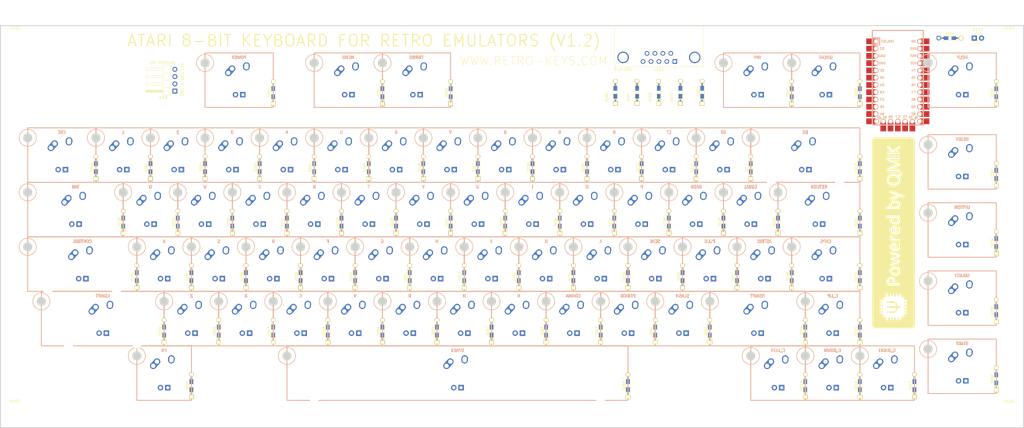
<source format=kicad_pcb>
(kicad_pcb (version 20221018) (generator pcbnew)
  (layers (0 "F.Cu" signal) (31 "B.Cu" signal) (34 "B.Paste" user) (35 "F.Paste" user) (36 "B.SilkS" user "B.Silkscreen") (37 "F.SilkS" user "F.Silkscreen") (38 "B.Mask" user) (39 "F.Mask" user) (44 "Edge.Cuts" user))
  (net 0 "")
  (net 1 "R1")
  (net 2 "R2")
  (net 3 "R3")
  (net 4 "R4")
  (net 5 "R5")
  (net 6 "R8")
  (net 7 "C8")
  (net 8 "C7")
  (net 9 "C6")
  (net 10 "C5")
  (net 11 "C4")
  (net 12 "C3")
  (net 13 "C2")
  (net 14 "C1")
  (net 15 "Net-(D101-K)")
  (net 16 "Net-(D102-K)")
  (net 17 "Net-(D103-K)")
  (net 18 "Net-(D104-K)")
  (net 19 "Net-(D105-K)")
  (net 20 "C9")
  (net 21 "/JS1_+5")
  (net 22 "Net-(D111-K)")
  (net 23 "Net-(D200-K)")
  (net 24 "R9")
  (net 25 "Net-(D200-A)")
  (net 26 "VCC")
  (net 27 "Net-(D201-A)")
  (net 28 "Net-(D202-A)")
  (net 29 "GND")
  (net 30 "SDA")
  (net 31 "SCL")
  (net 32 "R6")
  (net 33 "R7")
  (net 34 "/JS1_APAD")
  (net 35 "/JS1_BPAD")
  (net 36 "Net-(D203-A)")
  (net 37 "Net-(D204-A)")
  (net 38 "Net-(D205-A)")
  (net 39 "Net-(D206-A)")
  (net 40 "Net-(D207-A)")
  (net 41 "Net-(D208-A)")
  (net 42 "Net-(D209-K)")
  (net 43 "Net-(D209-A)")
  (net 44 "Net-(D210-A)")
  (net 45 "Net-(D211-A)")
  (net 46 "Net-(D212-A)")
  (net 47 "Net-(D213-A)")
  (net 48 "Net-(D214-A)")
  (net 49 "Net-(D215-A)")
  (net 50 "Net-(D216-A)")
  (net 51 "Net-(D217-A)")
  (net 52 "Net-(D218-K)")
  (net 53 "Net-(D218-A)")
  (net 54 "Net-(D219-A)")
  (net 55 "Net-(D220-A)")
  (net 56 "Net-(D221-A)")
  (net 57 "Net-(D222-A)")
  (net 58 "Net-(D223-A)")
  (net 59 "Net-(D224-A)")
  (net 60 "Net-(D225-A)")
  (net 61 "Net-(D226-A)")
  (net 62 "Net-(D227-K)")
  (net 63 "Net-(D227-A)")
  (net 64 "Net-(D228-A)")
  (net 65 "Net-(D229-A)")
  (net 66 "Net-(D230-A)")
  (net 67 "Net-(D231-A)")
  (net 68 "Net-(D232-A)")
  (net 69 "Net-(D233-A)")
  (net 70 "Net-(D234-A)")
  (net 71 "Net-(D235-A)")
  (net 72 "Net-(D236-K)")
  (net 73 "Net-(D236-A)")
  (net 74 "Net-(D237-A)")
  (net 75 "Net-(D238-A)")
  (net 76 "Net-(D239-A)")
  (net 77 "Net-(D240-A)")
  (net 78 "Net-(D241-A)")
  (net 79 "Net-(D242-A)")
  (net 80 "Net-(D243-A)")
  (net 81 "Net-(D244-A)")
  (net 82 "Net-(D245-K)")
  (net 83 "Net-(D245-A)")
  (net 84 "Net-(D246-A)")
  (net 85 "Net-(D247-A)")
  (net 86 "Net-(D248-A)")
  (net 87 "Net-(D249-A)")
  (net 88 "Net-(D250-A)")
  (net 89 "Net-(D251-A)")
  (net 90 "Net-(D252-A)")
  (net 91 "Net-(D253-A)")
  (net 92 "Net-(D254-K)")
  (net 93 "Net-(D254-A)")
  (net 94 "Net-(D255-A)")
  (net 95 "Net-(D256-A)")
  (net 96 "Net-(D257-A)")
  (net 97 "Net-(D258-A)")
  (net 98 "Net-(D259-A)")
  (net 99 "Net-(D260-A)")
  (net 100 "Net-(D261-A)")
  (net 101 "Net-(D262-A)")
  (net 102 "Net-(D263-K)")
  (net 103 "Net-(D263-A)")
  (net 104 "Net-(D264-A)")
  (net 105 "Net-(D265-A)")
  (net 106 "Net-(D266-A)")
  (net 107 "Net-(D267-K)")
  (net 108 "Net-(D267-A)")
  (net 109 "Net-(D268-A)")
  (net 110 "Net-(D269-A)")
  (net 111 "Net-(SW200-Pad2)")
  (net 112 "Net-(SW200-Pad3)")
  (net 113 "Net-(SW200-Pad4)")
  (net 114 "Net-(SW201-Pad2)")
  (net 115 "Net-(SW201-Pad4)")
  (net 116 "Net-(SW202-Pad2)")
  (net 117 "Net-(SW202-Pad4)")
  (net 118 "Net-(SW203-Pad2)")
  (net 119 "Net-(SW203-Pad4)")
  (net 120 "Net-(SW204-Pad2)")
  (net 121 "Net-(SW204-Pad4)")
  (net 122 "Net-(SW205-Pad2)")
  (net 123 "Net-(SW205-Pad4)")
  (net 124 "Net-(SW206-Pad2)")
  (net 125 "Net-(SW206-Pad4)")
  (net 126 "Net-(SW207-Pad2)")
  (net 127 "Net-(SW207-Pad4)")
  (net 128 "Net-(SW208-Pad2)")
  (net 129 "Net-(SW208-Pad4)")
  (net 130 "Net-(SW209-Pad3)")
  (net 131 "Net-(SW218-Pad3)")
  (net 132 "Net-(SW227-Pad3)")
  (net 133 "Net-(SW236-Pad3)")
  (net 134 "Net-(SW245-Pad3)")
  (net 135 "Net-(SW254-Pad3)")
  (net 136 "Net-(SW263-Pad3)")
  (net 137 "Net-(SW267-Pad3)")
  (footprint "mx_alps:MX-1U" (layer "F.Cu") (at 228.6 238.125)
    (fp_text reference "SW245")
    (fp_text value "L")
  )
  (footprint "mx_alps:MX-1U" (layer "F.Cu") (at 285.75 238.125)
    (fp_text reference "SW248")
    (fp_text value "ASTRIX")
  )
  (footprint "mx_alps:MX-1.25U" (layer "F.Cu") (at 354.80625 250.03125)
    (fp_text reference "SW235")
    (fp_text value "SELECT")
  )
  (footprint "mx_alps:MX-1.25U" (layer "F.Cu") (at 102.39375 173.83125)
    (fp_text reference "SW251")
    (fp_text value "POWER")
  )
  (footprint "retro-kbd:Diode-dual" (layer "F.Cu") (at 228.6 261.55625 -90)
    (fp_text reference "D263")
    (fp_text value "COMMA" hide)
  )
  (footprint "retro-kbd:Diode-dual" (layer "F.Cu") (at 366.7125 178.2125 -90)
    (fp_text reference "D232")
    (fp_text value "HELP" hide)
  )
  (footprint "retro-kbd:Diode-dual" (layer "F.Cu") (at 219.075 242.50625 -90)
    (fp_text reference "D244")
    (fp_text value "K" hide)
  )
  (footprint "retro-kbd:Diode-dual" (layer "F.Cu") (at 161.925 242.50625 -90)
    (fp_text reference "D241")
    (fp_text value "G" hide)
  )
  (footprint "retro-kbd:Diode-dual" (layer "F.Cu") (at 338.1375 280.60625 -90)
    (fp_text reference "D217")
    (fp_text value "C_RIGHT" hide)
  )
  (footprint "mx_alps:MX-1U" (layer "F.Cu") (at 71.4375 219.075)
    (fp_text reference "SW219")
    (fp_text value "Q")
  )
  (footprint "mx_alps:MX-1U" (layer "F.Cu") (at 109.5375 219.075)
    (fp_text reference "SW221")
    (fp_text value "E")
  )
  (footprint "retro-kbd:Diode-dual" (layer "F.Cu") (at 238.125 280.60625 -90)
    (fp_text reference "D269")
    (fp_text value "SPACE" hide)
  )
  (footprint "retro-kbd:Diode-dual" (layer "F.Cu") (at 80.9625 223.45625 -90)
    (fp_text reference "D219")
    (fp_text value "Q" hide)
  )
  (footprint "Connector_PinHeader_2.54mm:PinHeader_1x04_P2.54mm_Horizontal" (layer "F.Cu") (at 79.94 177.663 180)
    (fp_text reference "J103")
    (fp_text value "I2C DISPLAY")
  )
  (footprint "mx_alps:MX-1U" (layer "F.Cu") (at 176.2125 200.025)
    (fp_text reference "SW207")
    (fp_text value "7")
  )
  (footprint "retro-kbd:Diode-dual" (layer "F.Cu") (at 257.175 242.50625 -90)
    (fp_text reference "D246")
    (fp_text value "SEMI" hide)
  )
  (footprint "retro-kbd:Diode-dual" (layer "F.Cu") (at 61.9125 223.45625 -90)
    (fp_text reference "D218")
    (fp_text value "TAB" hide)
  )
  (footprint "retro-kbd:Diode-dual" (layer "F.Cu") (at 247.65 261.55625 -90)
    (fp_text reference "D264")
    (fp_text value "PERIOD" hide)
  )
  (footprint "MountingHole:MountingHole_3.2mm_M3" (layer "F.Cu") (at 24.05 159.78125)
    (fp_text reference "H101")
    (fp_text value "MountingHole")
  )
  (footprint "retro-kbd:Diode-dual" (layer "F.Cu") (at 238.125 242.50625 -90)
    (fp_text reference "D245")
    (fp_text value "L" hide)
  )
  (footprint "retro-kbd:Diode-dual" (layer "F.Cu") (at 85.725 280.60625 -90)
    (fp_text reference "D254")
    (fp_text value "FN" hide)
  )
  (footprint "mx_alps:MX-1U" (layer "F.Cu") (at 76.2 276.225)
    (fp_text reference "SW254")
    (fp_text value "FN")
  )
  (footprint "Connector_Dsub:DSUB-9_Male_Horizontal_P2.77x2.84mm_EdgePinOffset9.90mm_Housed_MountingHolesOffset11.32mm" (layer "F.Cu") (at 254.47 167.307331 180)
    (fp_text reference "J101")
    (fp_text value "PLAYER 1")
  )
  (footprint "mx_alps:MX-1.75U" (layer "F.Cu") (at 283.36875 257.175)
    (fp_text reference "SW266")
    (fp_text value "RSHIFT")
  )
  (footprint "mx_alps:MX-1.25U" (layer "F.Cu") (at 354.80625 226.21875)
    (fp_text reference "SW234")
    (fp_text value "OPTION")
  )
  (footprint "retro-kbd:Diode-dual" (layer "F.Cu") (at 366.7125 254.4125 -90)
    (fp_text reference "D235")
    (fp_text value "SELECT" hide)
  )
  (footprint "retro-kbd:Diode-dual" (layer "F.Cu") (at 319.0875 261.55625 -90)
    (fp_text reference "D214")
    (fp_text value "C_UP" hide)
  )
  (footprint "retro-kbd:Diode-dual" (layer "F.Cu") (at 319.0875 178.2125 -90)
    (fp_text reference "D268")
    (fp_text value "BREAK" hide)
  )
  (footprint "mx_alps:MX-1U" (layer "F.Cu") (at 95.25 238.125)
    (fp_text reference "SW238")
    (fp_text value "S")
  )
  (footprint "retro-kbd:Diode-dual" (layer "F.Cu") (at 290.5125 223.45625 -90)
    (fp_text reference "D230")
    (fp_text value "EQUAL" hide)
  )
  (footprint "retro-kbd:Diode-dual" (layer "F.Cu") (at 104.775 242.50625 -90)
    (fp_text reference "D238")
    (fp_text value "S" hide)
  )
  (footprint "mx_alps:MX-1U" (layer "F.Cu") (at 171.45 238.125)
    (fp_text reference "SW242")
    (fp_text value "H")
  )
  (footprint "mx_alps:MX-1.25U" (layer "F.Cu") (at 283.36875 173.83125)
    (fp_text reference "SW267")
    (fp_text value "INV")
  )
  (footprint "mx_alps:MX-1U" (layer "F.Cu") (at 114.3 238.125)
    (fp_text reference "SW239")
    (fp_text value "D")
  )
  (footprint "MountingHole:MountingHole_3.2mm_M3" (layer "F.Cu") (at 371.2375 290.275)
    (fp_text reference "H104")
    (fp_text value "MountingHole")
  )
  (footprint "mx_alps:MX-1U" (layer "F.Cu") (at 242.8875 219.075)
    (fp_text reference "SW228")
    (fp_text value "P")
  )
  (footprint "retro-kbd:Diode-dual" (layer "F.Cu") (at 200.025 242.50625 -90)
    (fp_text reference "D243")
    (fp_text value "J" hide)
  )
  (footprint "MountingHole:MountingHole_3.2mm_M3" (layer "F.Cu") (at 24.05 290.275)
    (fp_text reference "H102")
    (fp_text value "MountingHole")
  )
  (footprint "retro-kbd:Diode-dual" (layer "F.Cu") (at 133.35 261.55625 -90)
    (fp_text reference "D258")
    (fp_text value "C" hide)
  )
  (footprint "mx_alps:MX-1U" (layer "F.Cu") (at 185.7375 219.075)
    (fp_text reference "SW225")
    (fp_text value "U")
  )
  (footprint "mx_alps:MX-1U" (layer "F.Cu") (at 290.5125 276.225)
    (fp_text reference "SW215")
    (fp_text value "C_LEFT")
  )
  (footprint "mx_alps:MX-1U" (layer "F.Cu") (at 195.2625 200.025)
    (fp_text reference "SW208")
    (fp_text value "8")
  )
  (footprint "mx_alps:MX-1U" (layer "F.Cu") (at 280.9875 219.075)
    (fp_text reference "SW230")
    (fp_text value "EQUAL")
  )
  (footprint "retro-kbd:Diode-dual" (layer "F.Cu") (at 264.01 178.077031 -90)
    (fp_text reference "D101")
    (fp_text value "JS1_UP" hide)
  )
  (footprint "mx_alps:MX-1.25U" (layer "F.Cu") (at 354.80625 273.84375)
    (fp_text reference "SW250")
    (fp_text value "START")
  )
  (footprint "mx_alps:MX-1.25U" (layer "F.Cu") (at 307.18125 173.83125)
    (fp_text reference "SW268")
    (fp_text value "BREAK")
  )
  (footprint "MountingHole:MountingHole_3.2mm_M3" (layer "F.Cu") (at 371.2375 159.78125)
    (fp_text reference "H103")
    (fp_text value "MountingHole")
  )
  (footprint "mx_alps:MX-1.25U" (layer "F.Cu") (at 307.18125 238.125)
    (fp_text reference "SW249")
    (fp_text value "CAPS")
  )
  (footprint "mx_alps:MX-1U" (layer "F.Cu") (at 76.2 238.125)
    (fp_text reference "SW237")
    (fp_text value "A")
  )
  (footprint "retro-kbd:Diode-dual" (layer "F.Cu") (at 100.0125 223.45625 -90)
    (fp_text reference "D220")
    (fp_text value "W" hide)
  )
  (footprint "LED_THT:LED_D3.0mm" (layer "F.Cu") (at 359.024 159.131)
    (fp_text reference "D111")
    (fp_text value "LED")
  )
  (footprint "retro-kbd:Diode-dual" (layer "F.Cu") (at 90.4875 204.40625 -90)
    (fp_text reference "D202")
    (fp_text value "2" hide)
  )
  (footprint "retro-kbd:Diode-dual" (layer "F.Cu") (at 185.7375 204.40625 -90)
    (fp_text reference "D207")
    (fp_text value "7" hide)
  )
  (footprint "retro-kbd:Diode-dual" (layer "F.Cu") (at 152.4 178.2125 -90)
    (fp_text reference "D252")
    (fp_text value "MENU" hide)
  )
  (footprint "mx_alps:MX-1U" (layer "F.Cu") (at 90.4875 219.075)
    (fp_text reference "SW220")
    (fp_text value "W")
  )
  (footprint "mx_alps:MX-1.25U" (layer "F.Cu") (at 140.49375 173.83125)
    (fp_text reference "SW252")
    (fp_text value "MENU")
  )
  (footprint "mx_alps:MX-1U" (layer "F.Cu") (at 142.875 257.175)
    (fp_text reference "SW259")
    (fp_text value "V")
  )
  (footprint "retro-kbd:Diode-dual" (layer "F.Cu") (at 319.0875 223.45625 -90)
    (fp_text reference "D231")
    (fp_text value "RETURN" hide)
  )
  (footprint "retro-kbd:Diode-dual" (layer "F.Cu") (at 76.2 261.55625 -90)
    (fp_text reference "D255")
    (fp_text value "LSHIFT" hide)
  )
  (footprint "mx_alps:MX-1U" (layer "F.Cu") (at 238.125 257.175)
    (fp_text reference "SW264")
    (fp_text value "PERIOD")
  )
  (footprint "mx_alps:MX-1.25U" (layer "F.Cu") (at 354.80625 173.83125)
    (fp_text reference "SW232")
    (fp_text value "HELP")
  )
  (footprint "mx_alps:MX-1U" (layer "F.Cu") (at 138.1125 200.025)
    (fp_text reference "SW205")
    (fp_text value "5")
  )
  (footprint "retro-kbd:Diode-dual" (layer "F.Cu") (at 152.4 261.55625 -90)
    (fp_text reference "D259")
    (fp_text value "V" hide)
  )
  (footprint "mx_alps:MX-1.75U" (layer "F.Cu") (at 45.24375 219.075)
    (fp_text reference "SW218")
    (fp_text value "TAB")
  )
  (footprint "mx_alps:MX-1U" (layer "F.Cu") (at 85.725 257.175)
    (fp_text reference "SW256")
    (fp_text value "Z")
  )
  (footprint "retro-kbd:Diode-dual" (layer "F.Cu") (at 71.4375 204.40625 -90)
    (fp_text reference "D201")
    (fp_text value "1" hide)
  )
  (footprint "retro-kbd:Diode-dual" (layer "F.Cu") (at 300.0375 280.60625 -90)
    (fp_text reference "D215")
    (fp_text value "C_LEFT" hide)
  )
  (footprint "mx_alps:MX-1.25U" (layer "F.Cu") (at 40.48125 200.025)
    (fp_text reference "SW200")
    (fp_text value "ESC")
  )
  (footprint "mx_alps:MX-1U" (layer "F.Cu") (at 200.025 257.175)
    (fp_text reference "SW262")
    (fp_text value "M")
  )
  (footprint "mx_alps:MX-1.5U" (layer "F.Cu") (at 304.8 219.075)
    (fp_text reference "SW231")
    (fp_text value "RETURN")
  )
  (footprint "retro-kbd:Diode-dual" (layer "F.Cu") (at 295.275 178.2125 -90)
    (fp_text reference "D267")
    (fp_text value "INV" hide)
  )
  (footprint "retro-kbd:Diode-dual" (layer "F.Cu") (at 142.875 242.50625 -90)
    (fp_text reference "D240")
    (fp_text value "F" hide)
  )
  (footprint "mx_alps:MX-1U" (layer "F.Cu") (at 180.975 257.175)
    (fp_text reference "SW261")
    (fp_text value "N")
  )
  (footprint "mx_alps:MX-1U" (layer "F.Cu") (at 152.4 238.125)
    (fp_text reference "SW241")
    (fp_text value "G")
  )
  (footprint "keebio:Elite-C-castellated-29pin-holes" (layer "F.Cu") (at 332.32725 174.244 -90)
    (fp_text reference "U101" hide)
    (fp_text value "Elite-C" hide)
  )
  (footprint "mx_alps:MX-1U" (layer "F.Cu") (at 61.9125 200.025)
    (fp_text reference "SW201")
    (fp_text value "1")
  )
  (footprint "mx_alps:MX-1U" (layer "F.Cu") (at 247.65 238.125)
    (fp_text reference "SW246")
    (fp_text value "SEMI")
  )
  (footprint "mx_alps:MX-1U" (layer "F.Cu") (at 309.5625 276.225)
    (fp_text reference "SW216")
    (fp_text value "C_DOWN")
  )
  (footprint "retro-kbd:Diode-dual" (layer "F.Cu") (at 233.3625 223.45625 -90)
    (fp_text reference "D227")
    (fp_text value "O" hide)
  )
  (footprint "mx_alps:MX-1U" (layer "F.Cu") (at 266.7 238.125)
    (fp_text reference "SW247")
    (fp_text value "PLUS")
  )
  (footprint "retro-kbd:Diode-dual" (layer "F.Cu") (at 248.872 178.077031 -90)
    (fp_text reference "D103")
    (fp_text value "JS1_DOWN" hide)
  )
  (footprint "retro-kbd:Diode-dual" (layer "F.Cu") (at 280.9875 204.40625 -90)
    (fp_text reference "D212")
    (fp_text value "GT" hide)
  )
  (footprint "mx_alps:MX-1U" (layer "F.Cu") (at 166.6875 219.075)
    (fp_text reference "SW224")
    (fp_text value "Y")
  )
  (footprint "retro-kbd:Diode-dual" (layer "F.Cu") (at 256.441 178.077031 -90)
    (fp_text reference "D102")
    (fp_text value "JS1_TRIG" hide)
  )
  (footprint "mx_alps:MX-1U" (layer "F.Cu") (at 214.3125 200.025)
    (fp_text reference "SW209")
    (fp_text value "9")
  )
  (footprint "retro-kbd:Diode-dual" (layer "F.Cu") (at 276.225 242.50625 -90)
    (fp_text reference "D247")
    (fp_text value "PLUS" hide)
  )
  (footprint "mx_alps:MX-1U" (layer "F.Cu") (at 219.075 257.175)
    (fp_text reference "SW263")
    (fp_text value "COMMA")
  )
  (footprint "mx_alps:MX-2.25U" (layer "F.Cu") (at 54.76875 257.175)
    (fp_text reference "SW255")
    (fp_text value "LSHIFT")
  )
  (footprint "retro-kbd:Diode-dual" (layer "F.Cu") (at 319.0875 242.50625 -90)
    (fp_text reference "D249")
    (fp_text value "CAPS" hide)
  )
  (footprint "mx_alps:MX-1U" (layer "F.Cu") (at 257.175 257.175)
    (fp_text reference "SW265")
    (fp_text value "SLASH")
  )
  (footprint "retro-kbd:Diode-dual" (layer "F.Cu") (at 52.3875 204.40625 -90)
    (fp_text reference "D200")
    (fp_text value "ESC" hide)
  )
  (footprint "mx_alps:MX-1U" (layer "F.Cu") (at 261.9375 219.075)
    (fp_text reference "SW229")
    (fp_text value "DASH")
  )
  (footprint "mx_alps:MX-1U" (layer "F.Cu") (at 119.0625 200.025)
    (fp_text reference "SW204")
    (fp_text value "4")
  )
  (footprint "retro-kbd:Diode-dual" (layer "F.Cu") (at 66.675 242.50625 -90)
    (fp_text reference "D236")
    (fp_text value "CONTROL" hide)
  )
  (footprint "retro-kbd:Diode-dual" (layer "F.Cu") (at 147.6375 204.40625 -90)
    (fp_text reference "D205")
    (fp_text value "5" hide)
  )
  (footprint "retro-kbd:Diode-dual" (layer "F.Cu") (at 180.975 242.50625 -90)
    (fp_text reference "D242")
    (fp_text value "H" hide)
  )
  (footprint "retro-kbd:Diode-dual" (layer "F.Cu") (at 95.25 261.55625 -90)
    (fp_text reference "D256")
    (fp_text value "Z" hide)
  )
  (footprint "retro-kbd:Diode-dual" (layer "F.Cu") (at 195.2625 223.45625 -90)
    (fp_text reference "D225")
    (fp_text value "U" hide)
  )
  (footprint "mx_alps:MX-1U" (layer "F.Cu") (at 161.925 257.175)
    (fp_text reference "SW260")
    (fp_text value "B")
  )
  (footprint "retro-kbd:Diode-dual" (layer "F.Cu") (at 176.2125 178.2125 -90)
    (fp_text reference "D253")
    (fp_text value "TURBO" hide)
  )
  (footprint "mx_alps:MX-1U" (layer "F.Cu") (at 252.4125 200.025)
    (fp_text reference "SW211")
    (fp_text value "LT")
  )
  (footprint "mx_alps:MX-1U" (layer "F.Cu") (at 128.5875 219.075)
    (fp_text reference "SW222")
    (fp_text value "R")
  )
  (footprint "retro-kbd:Diode-dual" (layer "F.Cu") (at 319.0875 280.60625 -90)
    (fp_text reference "D216")
    (fp_text value "C_DOWN" hide)
  )
  (footprint "mx_alps:MX-1.25U" (layer "F.Cu") (at 354.80625 202.40625)
    (fp_text reference "SW233")
    (fp_text value "RESET")
  )
  (footprint "retro-kbd:Diode-dual" (layer "F.Cu") (at 114.3 178.2125 -90)
    (fp_text reference "D251")
    (fp_text value "POWER" hide)
  )
  (footprint "mx_alps:MX-1U" (layer "F.Cu") (at 223.8375 219.075)
    (fp_text reference "SW227")
    (fp_text value "O")
  )
  (footprint "retro-kbd:Diode-dual" (layer "F.Cu") (at 204.7875 204.40625 -90)
    (fp_text reference "D208")
    (fp_text value "8" hide)
  )
  (footprint "retro-kbd:Diode-dual" (layer "F.Cu") (at 300.0375 261.55625 -90)
    (fp_text reference "D266")
    (fp_text value "RSHIFT" hide)
  )
  (footprint "mx_alps:MX-1U" (layer "F.Cu") (at 328.6125 276.225)
    (fp_text reference "SW217")
    (fp_text value "C_RIGHT")
  )
  (footprint "retro-kbd:Diode-dual" (layer "F.Cu") (at 128.5875 204.40625 -90)
    (fp_text reference "D204")
    (fp_text value "4" hide)
  )
  (footprint "retro-kbd:Diode-dual" (layer "F.Cu") (at 176.2125 223.45625 -90)
    (fp_text reference "D224")
    (fp_text value "Y" hide)
  )
  (footprint "keebio:Resistor-Hybrid" (layer "F.Cu") (at 350.52 159.131 180)
    (fp_text reference "R101")
    (fp_text value "220R" hide)
  )
  (footprint "mx_alps:MX-1U" (layer "F.Cu") (at 204.7875 219.075)
    (fp_text reference "SW226")
    (fp_text value "I")
  )
  (footprint "retro-kbd:Diode-dual" (layer "F.Cu") (at 209.55 261.55625 -90)
    (fp_text reference "D262")
    (fp_text value "M" hide)
  )
  (footprint "retro-kbd:Diode-dual" (layer "F.Cu") (at 261.9375 204.40625 -90)
    (fp_text reference "D211")
    (fp_text value "LT" hide)
  )
  (footprint "mx_alps:MX-1U" (layer "F.Cu") (at 100.0125 200.025)
    (fp_text reference "SW203")
    (fp_text value "3")
  )
  (footprint "mx_alps:MX-2U" (layer "F.Cu") (at 300.0375 200.025)
    (fp_text reference "SW213")
    (fp_text value "BS")
  )
  (footprint "mx_alps:MX-1U" (layer "F.Cu") (at 233.3625 200.025)
    (fp_text reference "SW210")
    (fp_text value "0")
  )
  (footprint "retro-kbd:Diode-dual" (layer "F.Cu") (at 233.734 178.077031 -90)
    (fp_text reference "D105")
    (fp_text value "JS1_RIGHT" hide)
  )
  (footprint "retro-kbd:Diode-dual" (layer "F.Cu") (at 109.5375 204.40625 -90)
    (fp_text reference "D203")
    (fp_text value "3" hide)
  )
  (footprint "retro-kbd:Diode-dual" (layer "F.Cu") (at 295.275 242.50625 -90)
    (fp_text reference "D248")
    (fp_text value "ASTRIX" hide)
  )
  (footprint "mx_alps:MX-1U" (layer "F.Cu") (at 147.6375 219.075)
    (fp_text reference "SW223")
    (fp_text value "T")
  )
  (footprint "retro-kbd:Diode-dual" (layer "F.Cu") (at 242.8875 204.40625 -90)
    (fp_text reference "D210")
    (fp_text value "0" hide)
  )
  (footprint "retro-kbd:Diode-dual" (layer "F.Cu") (at 114.3 261.55625 -90)
    (fp_text reference "D257")
    (fp_text value "X" hide)
  )
  (footprint "mx_alps:MX-1U" (layer "F.Cu") (at 157.1625 200.025)
    (fp_text reference "SW206")
    (fp_text value "6")
  )
  (footprint "retro-kbd:Diode-dual" (layer "F.Cu") (at 319.0875 204.40625 -90)
    (fp_text reference "D213")
    (fp_text value "BS" hide)
  )
  (footprint "retro-kbd:Diode-dual" (layer "F.Cu") (at 123.825 242.50625 -90)
    (fp_text reference "D239")
    (fp_text value "D" hide)
  )
  (footprint "retro-kbd:Diode-dual" (layer "F.Cu") (at 366.7125 230.6 -90)
    (fp_text reference "D234")
    (fp_text value "OPTION" hide)
  )
  (footprint "retro-kbd:Diode-dual" (layer "F.Cu") (at 266.7 261.55625 -90)
    (fp_text reference "D265")
    (fp_text value "SLASH" hide)
  )
  (footprint "mx_alps:MX-1U" (layer "F.Cu") (at 123.825 257.175)
    (fp_text reference "SW258")
    (fp_text value "C")
  )
  (footprint "retro-kbd:Diode-dual" (layer "F.Cu") (at 214.3125 223.45625 -90)
    (fp_text reference "D226")
    (fp_text value "I" hide)
  )
  (footprint "mx_alps:MX-1U" (layer "F.Cu") (at 133.35 238.125)
    (fp_text reference "SW240")
    (fp_text value "F")
  )
  (footprint "mx_alps:MX-1U" (layer "F.Cu") (at 271.4625 200.025)
    (fp_text reference "SW212")
    (fp_text value "GT")
  )
  (footprint "retro-kbd:Diode-dual" (layer "F.Cu") (at 138.1125 223.45625 -90)
    (fp_text reference "D222")
    (fp_text value "R" hide)
  )
  (footprint "mx_alps:MX-1U" (layer "F.Cu") (at 309.5625 257.175)
    (fp_text reference "SW214")
    (fp_text value "C_UP")
  )
  (footprint "mx_alps:MX-1.25U" (layer "F.Cu") (at 164.30625 173.83125)
    (fp_text reference "SW253")
    (fp_text value "TURBO")
  )
  (footprint "retro-kbd:Diode-dual" (layer "F.Cu") (at 119.0625 223.45625 -90)
    (fp_text reference "D221")
    (fp_text value "E" hide)
  )
  (footprint "mx_alps:MX-1U" (layer "F.Cu") (at 209.55 238.125)
    (fp_text reference "SW244")
    (fp_text value "K")
  )
  (footprint "retro-kbd:Diode-dual" (layer "F.Cu") (at 190.5 261.55625 -90)
    (fp_text reference "D261")
    (fp_text value "N" hide)
  )
  (footprint "retro-kbd:Diode-dual" (layer "F.Cu") (at 223.8375 204.40625 -90)
    (fp_text reference "D209")
    (fp_text value "9" hide)
  )
  (footprint "retro-kbd:Diode-dual" (layer "F.Cu") (at 271.4625 223.45625 -90)
    (fp_text reference "D229")
    (fp_text value "DASH" hide)
  )
  (footprint "retro-kbd:Diode-dual" (layer "F.Cu") (at 366.7125 278.225 -90)
    (fp_text reference "D250")
    (fp_text value "START" hide)
  )
  (footprint "mx_alps:MX-1U" (layer "F.Cu") (at 80.9625 200.025)
    (fp_text reference "SW202")
    (fp_text value "2")
  )
  (footprint "retro-kbd:Diode-dual" (layer "F.Cu") (at 157.1625 223.45625 -90)
    (fp_text reference "D223")
    (fp_text value "T" hide)
  )
  (footprint "retro-kbd:Diode-dual" (layer "F.Cu") (at 171.45 261.55625 -90)
    (fp_text reference "D260")
    (fp_text value "B" hide)
  )
  (footprint "retro-kbd:Diode-dual" (layer "F.Cu") (at 252.4125 223.45625 -90)
    (fp_text reference "D228")
    (fp_text value "P" hide)
  )
  (footprint "retro-kbd:Diode-dual" (layer "F.Cu") (at 166.6875 204.40625 -90)
    (fp_text reference "D206")
    (fp_text value "6" hide)
  )
  (footprint "retro-kbd:Diode-dual" (layer "F.Cu") (at 241.303 178.077031 -90)
    (fp_text reference "D104")
    (fp_text value "JS1_LEFT" hide)
  )
  (footprint "mx_alps:MX-1U" (layer "F.Cu") (at 190.5 238.125)
    (fp_text reference "SW243")
    (fp_text value "J")
  )
  (footprint "mx_alps:MX-2U" (layer "F.Cu") (at 47.625 238.125)
    (fp_text reference "SW236")
    (fp_text value "CONTROL")
  )
  (footprint "mx_alps:MX-1U" (layer "F.Cu") (at 104.775 257.175)
    (fp_text reference "SW257")
    (fp_text value "X")
  )
  (footprint "mx_alps:MX-6.25U" (layer "F.Cu") (at 178.59375 276.225)
    (fp_text reference "SW269")
    (fp_text value "SPACE")
  )
  (footprint "retro-kbd:Diode-dual" (layer "F.Cu") (at 366.7125 206.7875 -90)
    (fp_text reference "D233")
    (fp_text value "RESET" hide)
  )
  (footprint "retro-kbd:Diode-dual" (layer "F.Cu") (at 85.725 242.50625 -90)
    (fp_text reference "D237")
    (fp_text value "A" hide)
  )
  (gr_rect (start 66.675 228.6) (end 85.725 247.65) (stroke (width 0.3)) (fill none) (layer "B.SilkS"))
  (gr_rect (start 104.775 228.6) (end 123.825 247.65) (stroke (width 0.3)) (fill none) (layer "B.SilkS"))
  (gr_rect (start 152.4 164.30625) (end 176.2125 183.35625) (stroke (width 0.3)) (fill none) (layer "B.SilkS"))
  (gr_circle (center 342.9 196.38125) (end 342.9 193.38125) (stroke (width 0.2)) (fill none) (layer "B.SilkS"))
  (gr_circle (center 61.9125 213.05) (end 61.9125 210.05) (stroke (width 0.2)) (fill none) (layer "B.SilkS"))
  (gr_circle (center 342.9 267.81875) (end 342.9 264.81875) (stroke (width 0.2)) (fill none) (layer "B.SilkS"))
  (gr_rect (start 142.875 228.6) (end 161.925 247.65) (stroke (width 0.3)) (fill none) (layer "B.SilkS"))
  (gr_rect (start 28.575 209.55) (end 61.9125 228.6) (stroke (width 0.3)) (fill none) (layer "B.SilkS"))
  (gr_rect (start 185.7375 190.5) (end 204.7875 209.55) (stroke (width 0.3)) (fill none) (layer "B.SilkS"))
  (gr_circle (center 342.9 244.00625) (end 342.9 241.00625) (stroke (width 0.2)) (fill none) (layer "B.SilkS"))
  (gr_circle (center 295.275 232.1) (end 295.275 229.1) (stroke (width 0.2)) (fill none) (layer "B.SilkS"))
  (gr_circle (center 266.7 251.15) (end 266.7 248.15) (stroke (width 0.2)) (fill none) (layer "B.SilkS"))
  (gr_circle (center 261.9375 194) (end 261.9375 191) (stroke (width 0.2)) (fill none) (layer "B.SilkS"))
  (gr_circle (center 85.725 232.1) (end 85.725 229.1) (stroke (width 0.2)) (fill none) (layer "B.SilkS"))
  (gr_rect (start 228.6 247.65) (end 247.65 266.7) (stroke (width 0.3)) (fill none) (layer "B.SilkS"))
  (gr_circle (center 342.9 167.80625) (end 342.9 164.80625) (stroke (width 0.2)) (fill none) (layer "B.SilkS"))
  (gr_rect (start 300.0375 247.65) (end 319.0875 266.7) (stroke (width 0.3)) (fill none) (layer "B.SilkS"))
  (gr_circle (center 28.575 213.05) (end 28.575 210.05) (stroke (width 0.2)) (fill none) (layer "B.SilkS"))
  (gr_circle (center 190.5 251.15) (end 190.5 248.15) (stroke (width 0.2)) (fill none) (layer "B.SilkS"))
  (gr_rect (start 280.9875 190.5) (end 319.0875 209.55) (stroke (width 0.3)) (fill none) (layer "B.SilkS"))
  (gr_rect (start 80.9625 209.55) (end 100.0125 228.6) (stroke (width 0.3)) (fill none) (layer "B.SilkS"))
  (gr_rect (start 342.9 240.50625) (end 366.7125 259.55625) (stroke (width 0.3)) (fill none) (layer "B.SilkS"))
  (gr_rect (start 271.4625 164.30625) (end 295.275 183.35625) (stroke (width 0.3)) (fill none) (layer "B.SilkS"))
  (gr_rect (start 33.3375 247.65) (end 76.2 266.7) (stroke (width 0.3)) (fill none) (layer "B.SilkS"))
  (gr_rect (start 85.725 228.6) (end 104.775 247.65) (stroke (width 0.3)) (fill none) (layer "B.SilkS"))
  (gr_rect (start 233.3625 209.55) (end 252.4125 228.6) (stroke (width 0.3)) (fill none) (layer "B.SilkS"))
  (gr_circle (center 95.25 251.15) (end 95.25 248.15) (stroke (width 0.2)) (fill none) (layer "B.SilkS"))
  (gr_rect (start 290.5125 209.55) (end 319.0875 228.6) (stroke (width 0.3)) (fill none) (layer "B.SilkS"))
  (gr_rect (start 28.575 190.5) (end 52.3875 209.55) (stroke (width 0.3)) (fill none) (layer "B.SilkS"))
  (gr_circle (center 80.9625 213.05) (end 80.9625 210.05) (stroke (width 0.2)) (fill none) (layer "B.SilkS"))
  (gr_rect (start 157.1625 209.55) (end 176.2125 228.6) (stroke (width 0.3)) (fill none) (layer "B.SilkS"))
  (gr_circle (center 300.0375 251.15) (end 300.0375 248.15) (stroke (width 0.2)) (fill none) (layer "B.SilkS"))
  (gr_circle (center 319.0875 270.2) (end 319.0875 267.2) (stroke (width 0.2)) (fill none) (layer "B.SilkS"))
  (gr_circle (center 223.8375 194) (end 223.8375 191) (stroke (width 0.2)) (fill none) (layer "B.SilkS"))
  (gr_circle (center 204.7875 194) (end 204.7875 191) (stroke (width 0.2)) (fill none) (layer "B.SilkS"))
  (gr_rect (start 342.9 192.88125) (end 366.7125 211.93125) (stroke (width 0.3)) (fill none) (layer "B.SilkS"))
  (gr_circle (center 28.575 232.1) (end 28.575 229.1) (stroke (width 0.2)) (fill none) (layer "B.SilkS"))
  (gr_circle (center 171.45 251.15) (end 171.45 248.15) (stroke (width 0.2)) (fill none) (layer "B.SilkS"))
  (gr_circle (center 66.675 270.2) (end 66.675 267.2) (stroke (width 0.2)) (fill none) (layer "B.SilkS"))
  (gr_circle (center 33.3375 251.15) (end 33.3375 248.15) (stroke (width 0.2)) (fill none) (layer "B.SilkS"))
  (gr_rect (start 166.6875 190.5) (end 185.7375 209.55) (stroke (width 0.3)) (fill none) (layer "B.SilkS"))
  (gr_rect (start 261.9375 190.5) (end 280.9875 209.55) (stroke (width 0.3)) (fill none) (layer "B.SilkS"))
  (gr_rect (start 109.5375 190.5) (end 128.5875 209.55) (stroke (width 0.3)) (fill none) (layer "B.SilkS"))
  (gr_circle (center 300.0375 270.2) (end 300.0375 267.2) (stroke (width 0.2)) (fill none) (layer "B.SilkS"))
  (gr_rect (start 319.0875 266.7) (end 338.1375 285.75) (stroke (width 0.3)) (fill none) (layer "B.SilkS"))
  (gr_circle (center 280.9875 194) (end 280.9875 191) (stroke (width 0.2)) (fill none) (layer "B.SilkS"))
  (gr_circle (center 128.5875 194) (end 128.5875 191) (stroke (width 0.2)) (fill none) (layer "B.SilkS"))
  (gr_rect (start 219.075 228.6) (end 238.125 247.65) (stroke (width 0.3)) (fill none) (layer "B.SilkS"))
  (gr_circle (center 138.1125 213.05) (end 138.1125 210.05) (stroke (width 0.2)) (fill none) (layer "B.SilkS"))
  (gr_circle (center 200.025 232.1) (end 200.025 229.1) (stroke (width 0.2)) (fill none) (layer "B.SilkS"))
  (gr_circle (center 119.0625 270.2) (end 119.0625 267.2) (stroke (width 0.2)) (fill none) (layer "B.SilkS"))
  (gr_rect (start 238.125 228.6) (end 257.175 247.65) (stroke (width 0.3)) (fill none) (layer "B.SilkS"))
  (gr_circle (center 157.1625 213.05) (end 157.1625 210.05) (stroke (width 0.2)) (fill none) (layer "B.SilkS"))
  (gr_rect (start 76.2 247.65) (end 95.25 266.7) (stroke (width 0.3)) (fill none) (layer "B.SilkS"))
  (gr_circle (center 280.9875 270.2) (end 280.9875 267.2) (stroke (width 0.2)) (fill none) (layer "B.SilkS"))
  (gr_circle (center 119.0625 213.05) (end 119.0625 210.05) (stroke (width 0.2)) (fill none) (layer "B.SilkS"))
  (gr_circle (center 271.4625 213.05) (end 271.4625 210.05) (stroke (width 0.2)) (fill none) (layer "B.SilkS"))
  (gr_rect (start 100.0125 209.55) (end 119.0625 228.6) (stroke (width 0.3)) (fill none) (layer "B.SilkS"))
  (gr_rect (start 133.35 247.65) (end 152.4 266.7) (stroke (width 0.3)) (fill none) (layer "B.SilkS"))
  (gr_circle (center 185.7375 194) (end 185.7375 191) (stroke (width 0.2)) (fill none) (layer "B.SilkS"))
  (gr_rect (start 209.55 247.65) (end 228.6 266.7) (stroke (width 0.3)) (fill none) (layer "B.SilkS"))
  (gr_rect (start 119.0625 209.55) (end 138.1125 228.6) (stroke (width 0.3)) (fill none) (layer "B.SilkS"))
  (gr_rect (start 66.675 266.7) (end 85.725 285.75) (stroke (width 0.3)) (fill none) (layer "B.SilkS"))
  (gr_circle (center 342.9 220.19375) (end 342.9 217.19375) (stroke (width 0.2)) (fill none) (layer "B.SilkS"))
  (gr_rect (start 90.4875 190.5) (end 109.5375 209.55) (stroke (width 0.3)) (fill none) (layer "B.SilkS"))
  (gr_circle (center 252.4125 213.05) (end 252.4125 210.05) (stroke (width 0.2)) (fill none) (layer "B.SilkS"))
  (gr_circle (center 133.35 251.15) (end 133.35 248.15) (stroke (width 0.2)) (fill none) (layer "B.SilkS"))
  (gr_circle (center 104.775 232.1) (end 104.775 229.1) (stroke (width 0.2)) (fill none) (layer "B.SilkS"))
  (gr_circle (center 28.575 194) (end 28.575 191) (stroke (width 0.2)) (fill none) (layer "B.SilkS"))
  (gr_circle (center 66.675 232.1) (end 66.675 229.1) (stroke (width 0.2)) (fill none) (layer "B.SilkS"))
  (gr_rect (start 266.7 247.65) (end 300.0375 266.7) (stroke (width 0.3)) (fill none) (layer "B.SilkS"))
  (gr_rect (start 247.65 247.65) (end 266.7 266.7) (stroke (width 0.3)) (fill none) (layer "B.SilkS"))
  (gr_rect (start 200.025 228.6) (end 219.075 247.65) (stroke (width 0.3)) (fill none) (layer "B.SilkS"))
  (gr_circle (center 152.4 167.80625) (end 152.4 164.80625) (stroke (width 0.2)) (fill none) (layer "B.SilkS"))
  (gr_circle (center 166.6875 194) (end 166.6875 191) (stroke (width 0.2)) (fill none) (layer "B.SilkS"))
  (gr_circle (center 100.0125 213.05) (end 100.0125 210.05) (stroke (width 0.2)) (fill none) (layer "B.SilkS"))
  (gr_rect (start 71.4375 190.5) (end 90.4875 209.55) (stroke (width 0.3)) (fill none) (layer "B.SilkS"))
  (gr_circle (center 123.825 232.1) (end 123.825 229.1) (stroke (width 0.2)) (fill none) (layer "B.SilkS"))
  (gr_rect (start 252.4125 209.55) (end 271.4625 228.6) (stroke (width 0.3)) (fill none) (layer "B.SilkS"))
  (gr_circle (center 152.4 251.15) (end 152.4 248.15) (stroke (width 0.2)) (fill none) (layer "B.SilkS"))
  (gr_rect (start 300.0375 266.7) (end 319.0875 285.75) (stroke (width 0.3)) (fill none) (layer "B.SilkS"))
  (gr_rect (start 119.0625 266.7) (end 238.125 285.75) (stroke (width 0.3)) (fill none) (layer "B.SilkS"))
  (gr_circle (center 238.125 232.1) (end 238.125 229.1) (stroke (width 0.2)) (fill none) (layer "B.SilkS"))
  (gr_circle (center 214.3125 213.05) (end 214.3125 210.05) (stroke (width 0.2)) (fill none) (layer "B.SilkS"))
  (gr_rect (start 342.9 264.31875) (end 366.7125 283.36875) (stroke (width 0.3)) (fill none) (layer "B.SilkS"))
  (gr_rect (start 61.9125 209.55) (end 80.9625 228.6) (stroke (width 0.3)) (fill none) (layer "B.SilkS"))
  (gr_circle (center 209.55 251.15) (end 209.55 248.15) (stroke (width 0.2)) (fill none) (layer "B.SilkS"))
  (gr_rect (start 147.6375 190.5) (end 166.6875 209.55) (stroke (width 0.3)) (fill none) (layer "B.SilkS"))
  (gr_rect (start 257.175 228.6) (end 276.225 247.65) (stroke (width 0.3)) (fill none) (layer "B.SilkS"))
  (gr_rect (start 128.5875 164.30625) (end 152.4 183.35625) (stroke (width 0.3)) (fill none) (layer "B.SilkS"))
  (gr_rect (start 138.1125 209.55) (end 157.1625 228.6) (stroke (width 0.3)) (fill none) (layer "B.SilkS"))
  (gr_rect (start 52.3875 190.5) (end 71.4375 209.55) (stroke (width 0.3)) (fill none) (layer "B.SilkS"))
  (gr_rect (start 342.9 164.30625) (end 366.7125 183.35625) (stroke (width 0.3)) (fill none) (layer "B.SilkS"))
  (gr_circle (center 90.4875 194) (end 90.4875 191) (stroke (width 0.2)) (fill none) (layer "B.SilkS"))
  (gr_circle (center 90.4875 167.80625) (end 90.4875 164.80625) (stroke (width 0.2)) (fill none) (layer "B.SilkS"))
  (gr_circle (center 180.975 232.1) (end 180.975 229.1) (stroke (width 0.2)) (fill none) (layer "B.SilkS"))
  (gr_rect (start 342.9 216.69375) (end 366.7125 235.74375) (stroke (width 0.3)) (fill none) (layer "B.SilkS"))
  (gr_circle (center 242.8875 194) (end 242.8875 191) (stroke (width 0.2)) (fill none) (layer "B.SilkS"))
  (gr_circle (center 114.3 251.15) (end 114.3 248.15) (stroke (width 0.2)) (fill none) (layer "B.SilkS"))
  (gr_circle (center 128.5875 167.80625) (end 128.5875 164.80625) (stroke (width 0.2)) (fill none) (layer "B.SilkS"))
  (gr_circle (center 247.65 251.15) (end 247.65 248.15) (stroke (width 0.2)) (fill none) (layer "B.SilkS"))
  (gr_circle (center 295.275 167.80625) (end 295.275 164.80625) (stroke (width 0.2)) (fill none) (layer "B.SilkS"))
  (gr_circle (center 257.175 232.1) (end 257.175 229.1) (stroke (width 0.2)) (fill none) (layer "B.SilkS"))
  (gr_rect (start 190.5 247.65) (end 209.55 266.7) (stroke (width 0.3)) (fill none) (layer "B.SilkS"))
  (gr_circle (center 161.925 232.1) (end 161.925 229.1) (stroke (width 0.2)) (fill none) (layer "B.SilkS"))
  (gr_circle (center 228.6 251.15) (end 228.6 248.15) (stroke (width 0.2)) (fill none) (layer "B.SilkS"))
  (gr_rect (start 180.975 228.6) (end 200.025 247.65) (stroke (width 0.3)) (fill none) (layer "B.SilkS"))
  (gr_rect (start 223.8375 190.5) (end 242.8875 209.55) (stroke (width 0.3)) (fill none) (layer "B.SilkS"))
  (gr_rect (start 204.7875 190.5) (end 223.8375 209.55) (stroke (width 0.3)) (fill none) (layer "B.SilkS"))
  (gr_rect (start 114.3 247.65) (end 133.35 266.7) (stroke (width 0.3)) (fill none) (layer "B.SilkS"))
  (gr_circle (center 233.3625 213.05) (end 233.3625 210.05) (stroke (width 0.2)) (fill none) (layer "B.SilkS"))
  (gr_rect (start 295.275 164.30625) (end 319.0875 183.35625) (stroke (width 0.3)) (fill none) (layer "B.SilkS"))
  (gr_circle (center 276.225 232.1) (end 276.225 229.1) (stroke (width 0.2)) (fill none) (layer "B.SilkS"))
  (gr_circle (center 290.5125 213.05) (end 290.5125 210.05) (stroke (width 0.2)) (fill none) (layer "B.SilkS"))
  (gr_rect (start 123.825 228.6) (end 142.875 247.65) (stroke (width 0.3)) (fill none) (layer "B.SilkS"))
  (gr_circle (center 52.3875 194) (end 52.3875 191) (stroke (width 0.2)) (fill none) (layer "B.SilkS"))
  (gr_circle (center 147.6375 194) (end 147.6375 191) (stroke (width 0.2)) (fill none) (layer "B.SilkS"))
  (gr_rect (start 90.4875 164.30625) (end 114.3 183.35625) (stroke (width 0.3)) (fill none) (layer "B.SilkS"))
  (gr_circle (center 219.075 232.1) (end 219.075 229.1) (stroke (width 0.2)) (fill none) (layer "B.SilkS"))
  (gr_rect (start 295.275 228.6) (end 319.0875 247.65) (stroke (width 0.3)) (fill none) (layer "B.SilkS"))
  (gr_circle (center 142.875 232.1) (end 142.875 229.1) (stroke (width 0.2)) (fill none) (layer "B.SilkS"))
  (gr_rect (start 95.25 247.65) (end 114.3 266.7) (stroke (width 0.3)) (fill none) (layer "B.SilkS"))
  (gr_rect (start 195.2625 209.55) (end 214.3125 228.6) (stroke (width 0.3)) (fill none) (layer "B.SilkS"))
  (gr_rect (start 152.4 247.65) (end 171.45 266.7) (stroke (width 0.3)) (fill none) (layer "B.SilkS"))
  (gr_circle (center 176.2125 213.05) (end 176.2125 210.05) (stroke (width 0.2)) (fill none) (layer "B.SilkS"))
  (gr_circle (center 271.4625 167.80625) (end 271.4625 164.80625) (stroke (width 0.2)) (fill none) (layer "B.SilkS"))
  (gr_rect (start 242.8875 190.5) (end 261.9375 209.55) (stroke (width 0.3)) (fill none) (layer "B.SilkS"))
  (gr_circle (center 109.5375 194) (end 109.5375 191) (stroke (width 0.2)) (fill none) (layer "B.SilkS"))
  (gr_rect (start 271.4625 209.55) (end 290.5125 228.6) (stroke (width 0.3)) (fill none) (layer "B.SilkS"))
  (gr_rect (start 171.45 247.65) (end 190.5 266.7) (stroke (width 0.3)) (fill none) (layer "B.SilkS"))
  (gr_rect (start 280.9875 266.7) (end 300.0375 285.75) (stroke (width 0.3)) (fill none) (layer "B.SilkS"))
  (gr_rect (start 128.5875 190.5) (end 147.6375 209.55) (stroke (width 0.3)) (fill none) (layer "B.SilkS"))
  (gr_rect (start 161.925 228.6) (end 180.975 247.65) (stroke (width 0.3)) (fill none) (layer "B.SilkS"))
  (gr_circle (center 76.2 251.15) (end 76.2 248.15) (stroke (width 0.2)) (fill none) (layer "B.SilkS"))
  (gr_rect (start 176.2125 209.55) (end 195.2625 228.6) (stroke (width 0.3)) (fill none) (layer "B.SilkS"))
  (gr_rect (start 276.225 228.6) (end 295.275 247.65) (stroke (width 0.3)) (fill none) (layer "B.SilkS"))
  (gr_circle (center 195.2625 213.05) (end 195.2625 210.05) (stroke (width 0.2)) (fill none) (layer "B.SilkS"))
  (gr_rect (start 28.575 228.6) (end 66.675 247.65) (stroke (width 0.3)) (fill none) (layer "B.SilkS"))
  (gr_circle (center 71.4375 194) (end 71.4375 191) (stroke (width 0.2)) (fill none) (layer "B.SilkS"))
  (gr_rect (start 214.3125 209.55) (end 233.3625 228.6) (stroke (width 0.3)) (fill none) (layer "B.SilkS"))
  (gr_rect (start 90.4875 164.30625) (end 114.3 183.35625) (stroke (width 0.3)) (fill none) (layer "F.SilkS"))
  (gr_circle (center 114.3 251.15) (end 114.3 248.15) (stroke (width 0.2)) (fill none) (layer "F.SilkS"))
  (gr_circle (center 185.7375 194) (end 185.7375 191) (stroke (width 0.2)) (fill none) (layer "F.SilkS"))
  (gr_circle (center 228.6 251.15) (end 228.6 248.15) (stroke (width 0.2)) (fill none) (layer "F.SilkS"))
  (gr_line locked (start 338.254605 193.840206) (end 338.254605 260.5152) (stroke (width 0.052916)) (layer "F.SilkS"))
  (gr_line locked (start 338.254605 260.5152) (end 338.254605 260.5152) (stroke (width 0.052916)) (layer "F.SilkS"))
  (gr_circle (center 85.725 232.1) (end 85.725 229.1) (stroke (width 0.2)) (fill none) (layer "F.SilkS"))
  (gr_circle (center 342.9 267.81875) (end 342.9 264.81875) (stroke (width 0.2)) (fill none) (layer "F.SilkS"))
  (gr_rect (start 242.8875 190.5) (end 261.9375 209.55) (stroke (width 0.3)) (fill none) (layer "F.SilkS"))
  (gr_circle (center 319.0875 270.2) (end 319.0875 267.2) (stroke (width 0.2)) (fill none) (layer "F.SilkS"))
  (gr_circle (center 266.7 251.15) (end 266.7 248.15) (stroke (width 0.2)) (fill none) (layer "F.SilkS"))
  (gr_rect (start 85.725 228.6) (end 104.775 247.65) (stroke (width 0.3)) (fill none) (layer "F.SilkS"))
  (gr_poly locked (pts (xy 330.21162 232.053265) (xy 330.214572 232.004648) (xy 330.219493 231.957597) (xy 330.226382 231.912114) (xy 330.23524 231.868197) (xy 330.246067 231.825847) (xy 330.258862 231.785063) (xy 330.273626 231.745845) (xy 330.290359 231.708193) (xy 330.309061 231.672107) (xy 330.329732 231.637586) (xy 330.352372 231.60463) (xy 330.376981 231.573239) (xy 330.403559 231.543412) (xy 330.432107 231.51515) (xy 330.462625 231.488451) (xy 330.494871 231.463395) (xy 330.528608 231.440038) (xy 330.563833 231.418379) (xy 330.600549 231.39842) (xy 330.638754 231.38016) (xy 330.678448 231.363599) (xy 330.719632 231.348737) (xy 330.762305 231.335575) (xy 330.806468 231.324111) (xy 330.85212 231.314347) (xy 330.899262 231.306281) (xy 330.947894 231.299915) (xy 330.998015 231.295248) (xy 331.049625 231.29228) (xy 331.102725 231.291012) (xy 331.157314 231.291442) (xy 331.157314 232.963503) (xy 331.110741 232.960976) (xy 331.064644 232.956846) (xy 331.019024 232.951114) (xy 330.973879 232.943779) (xy 330.929211 232.934842) (xy 330.885019 232.924303) (xy 330.841303 232.912162) (xy 330.798064 232.898418) (xy 330.776739 232.890948) (xy 330.755745 232.883103) (xy 330.735082 232.874884) (xy 330.714751 232.866289) (xy 330.694752 232.85732) (xy 330.675085 232.847976) (xy 330.65575 232.838257) (xy 330.636747 232.828164) (xy 330.618076 232.817694) (xy 330.599738 232.80685) (xy 330.581733 232.795631) (xy 330.564061 232.784036) (xy 330.546721 232.772065) (xy 330.529715 232.75972) (xy 330.513042 232.746998) (xy 330.496703 232.733901) (xy 330.48072 232.720425) (xy 330.465139 232.706546) (xy 330.449957 232.692266) (xy 330.435176 232.677585) (xy 330.420794 232.662501) (xy 330.406813 232.647017) (xy 330.393231 232.631131) (xy 330.380048 232.614844) (xy 330.367265 232.598155) (xy 330.354881 232.581066) (xy 330.342896 232.563575) (xy 330.33131 232.545684) (xy 330.320123 232.527392) (xy 330.309334 232.508698) (xy 330.298944 232.489605) (xy 330.288952 232.47011) (xy 330.279465 232.450205) (xy 330.270592 232.429899) (xy 330.26233 232.409192) (xy 330.254681 232.388084) (xy 330.247645 232.366574) (xy 330.24122 232.344664) (xy 330.235408 232.322352) (xy 330.230208 232.299638) (xy 330.22562 232.276522) (xy 330.221644 232.253005) (xy 330.21828 232.229085) (xy 330.215528 232.204763) (xy 330.213387 232.180039) (xy 330.211858 232.154912) (xy 330.210941 232.129383) (xy 330.210636 232.103451)) (fill solid) (layer "F.SilkS"))
  (gr_rect (start 80.9625 209.55) (end 100.0125 228.6) (stroke (width 0.3)) (fill none) (layer "F.SilkS"))
  (gr_rect (start 271.4625 209.55) (end 290.5125 228.6) (stroke (width 0.3)) (fill none) (layer "F.SilkS"))
  (gr_circle (center 190.5 251.15) (end 190.5 248.15) (stroke (width 0.2)) (fill none) (layer "F.SilkS"))
  (gr_circle (center 166.6875 194) (end 166.6875 191) (stroke (width 0.2)) (fill none) (layer "F.SilkS"))
  (gr_circle (center 66.675 270.2) (end 66.675 267.2) (stroke (width 0.2)) (fill none) (layer "F.SilkS"))
  (gr_circle (center 271.4625 213.05) (end 271.4625 210.05) (stroke (width 0.2)) (fill none) (layer "F.SilkS"))
  (gr_rect (start 257.175 228.6) (end 276.225 247.65) (stroke (width 0.3)) (fill none) (layer "F.SilkS"))
  (gr_circle (center 214.3125 213.05) (end 214.3125 210.05) (stroke (width 0.2)) (fill none) (layer "F.SilkS"))
  (gr_circle (center 104.775 232.1) (end 104.775 229.1) (stroke (width 0.2)) (fill none) (layer "F.SilkS"))
  (gr_circle (center 204.7875 194) (end 204.7875 191) (stroke (width 0.2)) (fill none) (layer "F.SilkS"))
  (gr_rect (start 123.825 228.6) (end 142.875 247.65) (stroke (width 0.3)) (fill none) (layer "F.SilkS"))
  (gr_circle (center 180.975 232.1) (end 180.975 229.1) (stroke (width 0.2)) (fill none) (layer "F.SilkS"))
  (gr_poly locked (pts (xy 330.21162 226.243704) (xy 330.214572 226.195084) (xy 330.219493 226.148032) (xy 330.226382 226.102545) (xy 330.23524 226.058626) (xy 330.246067 226.016272) (xy 330.258862 225.975485) (xy 330.273626 225.936265) (xy 330.290359 225.898611) (xy 330.309061 225.862523) (xy 330.329732 225.828002) (xy 330.352372 225.795047) (xy 330.376981 225.763658) (xy 330.403559 225.733836) (xy 330.432107 225.70558) (xy 330.462625 225.67889) (xy 330.494871 225.653834) (xy 330.528608 225.630476) (xy 330.563833 225.608818) (xy 330.600549 225.588859) (xy 330.638754 225.570598) (xy 330.678448 225.554036) (xy 330.719632 225.539173) (xy 330.762305 225.526008) (xy 330.806468 225.514542) (xy 330.85212 225.504774) (xy 330.899262 225.496705) (xy 330.947894 225.490333) (xy 330.998015 225.48566) (xy 331.049625 225.482685) (xy 331.102725 225.481408) (xy 331.157314 225.481829) (xy 331.157314 227.153887) (xy 331.110741 227.151375) (xy 331.064644 227.147252) (xy 331.019024 227.141521) (xy 330.973879 227.134183) (xy 330.929211 227.12524) (xy 330.885019 227.114694) (xy 330.841303 227.102548) (xy 330.798064 227.088802) (xy 330.776739 227.081333) (xy 330.755745 227.073488) (xy 330.735082 227.065269) (xy 330.714751 227.056676) (xy 330.694752 227.047708) (xy 330.675085 227.038365) (xy 330.65575 227.028648) (xy 330.636747 227.018557) (xy 330.618076 227.00809) (xy 330.599738 226.99725) (xy 330.581733 226.986034) (xy 330.564061 226.974444) (xy 330.546721 226.96248) (xy 330.529715 226.950141) (xy 330.513042 226.937428) (xy 330.496703 226.92434) (xy 330.48072 226.910854) (xy 330.465139 226.896967) (xy 330.449957 226.88268) (xy 330.435176 226.867992) (xy 330.420794 226.852903) (xy 330.406813 226.837414) (xy 330.393231 226.821525) (xy 330.380048 226.805235) (xy 330.367265 226.788544) (xy 330.354881 226.771453) (xy 330.342896 226.753961) (xy 330.33131 226.736069) (xy 330.320123 226.717776) (xy 330.309334 226.699083) (xy 330.298944 226.679989) (xy 330.288952 226.660494) (xy 330.279465 226.640589) (xy 330.270592 226.620284) (xy 330.26233 226.599577) (xy 330.254681 226.57847) (xy 330.247645 226.556962) (xy 330.24122 226.535053) (xy 330.235408 226.512742) (xy 330.230208 226.490031) (xy 330.22562 226.466918) (xy 330.221644 226.443404) (xy 330.21828 226.419489) (xy 330.215528 226.395172) (xy 330.213387 226.370454) (xy 330.211858 226.345334) (xy 330.210941 226.319813) (xy 330.210636 226.29389)) (fill solid) (layer "F.SilkS"))
  (gr_line locked (start 323.437938 193.840206) (end 338.254605 193.840206) (stroke (width 0.052916)) (layer "F.SilkS"))
  (gr_poly locked (pts (xy 329.151934 244.150061) (xy 329.15305 244.112201) (xy 329.15491 244.074077) (xy 329.157515 244.035687) (xy 329.160864 243.997033) (xy 329.164956 243.958112) (xy 329.169793 243.918925) (xy 329.175374 243.87947) (xy 329.178613 243.859716) (xy 329.182357 243.840043) (xy 329.186605 243.82045) (xy 329.191359 243.800937) (xy 329.196617 243.781504) (xy 329.202379 243.762151) (xy 329.208647 243.742878) (xy 329.215419 243.723684) (xy 329.222696 243.70457) (xy 329.230478 243.685535) (xy 329.238765 243.666578) (xy 329.247556 243.647701) (xy 329.256852 243.628902) (xy 329.266653 243.610182) (xy 329.276959 243.591541) (xy 329.287769 243.572977) (xy 329.299201 243.554649) (xy 329.311349 243.536693) (xy 329.324214 243.519109) (xy 329.337797 243.501898) (xy 329.352097 243.485059) (xy 329.367115 243.468592) (xy 329.382851 243.452498) (xy 329.399305 243.436777) (xy 329.416476 243.421428) (xy 329.434366 243.406452) (xy 329.452974 243.391849) (xy 329.472301 243.377619) (xy 329.492347 243.363762) (xy 329.513111 243.350278) (xy 329.534595 243.337166) (xy 329.556798 243.324428) (xy 329.579706 243.31226) (xy 329.603306 243.300877) (xy 329.627599 243.290278) (xy 329.652583 243.280465) (xy 329.678259 243.271437) (xy 329.704626 243.263193) (xy 329.731685 243.255735) (xy 329.759436 243.249062) (xy 329.787878 243.243174) (xy 329.817011 243.238071) (xy 329.846836 243.233754) (xy 329.877351 243.230221) (xy 329.908558 243.227473) (xy 329.940456 243.22551) (xy 329.973045 243.224333) (xy 330.006325 243.22394) (xy 330.030898 243.22418) (xy 330.055245 243.224898) (xy 330.079366 243.226094) (xy 330.103262 243.22777) (xy 330.126932 243.229924) (xy 330.150376 243.232557) (xy 330.173594 243.235669) (xy 330.196587 243.23926) (xy 330.219354 243.243329) (xy 330.241895 243.247877) (xy 330.264211 243.252903) (xy 330.2863 243.258409) (xy 330.308165 243.264393) (xy 330.329803 243.270856) (xy 330.351215 243.277798) (xy 330.372402 243.285218) (xy 330.39329 243.293113) (xy 330.413804 243.30146) (xy 330.433945 243.310258) (xy 330.453713 243.319508) (xy 330.473108 243.329209) (xy 330.49213 243.339362) (xy 330.510779 243.349966) (xy 330.529056 243.361021) (xy 330.546959 243.372528) (xy 330.564491 243.384487) (xy 330.581649 243.396896) (xy 330.598435 243.409758) (xy 330.614849 243.42307) (xy 330.63089 243.436835) (xy 330.646559 243.45105) (xy 330.661856 243.465717) (xy 330.676762 243.480839) (xy 330.691255 243.496398) (xy 330.705336 243.512396) (xy 330.719006 243.528831) (xy 330.732263 243.545706) (xy 330.745109 243.563018) (xy 330.757542 243.58077) (xy 330.769562 243.59896) (xy 330.78117 243.61759) (xy 330.792366 243.636659) (xy 330.80315 243.656167) (xy 330.81352 243.676114) (xy 330.823478 243.696502) (xy 330.833023 243.717329) (xy 330.842156 243.738596) (xy 330.850875 243.760303) (xy 330.859122 243.782573) (xy 330.866837 243.805549) (xy 330.87402 243.829231) (xy 330.880671 243.853618) (xy 330.886789 243.878711) (xy 330.892376 243.90451) (xy 330.901953 243.958224) (xy 330.909402 244.014761) (xy 330.914723 244.074121) (xy 330.917915 244.136304) (xy 330.918979 244.20131) (xy 330.918979 244.729101) (xy 329.151562 244.729101) (xy 329.151562 244.187658)) (fill solid) (layer "F.SilkS"))
  (gr_rect (start 261.9375 190.5) (end 280.9875 209.55) (stroke (width 0.3)) (fill none) (layer "F.SilkS"))
  (gr_circle (center 252.4125 213.05) (end 252.4125 210.05) (stroke (width 0.2)) (fill none) (layer "F.SilkS"))
  (gr_circle (center 342.9 167.80625) (end 342.9 164.80625) (stroke (width 0.2)) (fill none) (layer "F.SilkS"))
  (gr_circle (center 95.25 251.15) (end 95.25 248.15) (stroke (width 0.2)) (fill none) (layer "F.SilkS"))
  (gr_circle (center 147.6375 194) (end 147.6375 191) (stroke (width 0.2)) (fill none) (layer "F.SilkS"))
  (gr_rect (start 200.025 228.6) (end 219.075 247.65) (stroke (width 0.3)) (fill none) (layer "F.SilkS"))
  (gr_rect (start 76.2 247.65) (end 95.25 266.7) (stroke (width 0.3)) (fill none) (layer "F.SilkS"))
  (gr_circle (center 242.8875 194) (end 242.8875 191) (stroke (width 0.2)) (fill none) (layer "F.SilkS"))
  (gr_rect (start 28.575 228.6) (end 66.675 247.65) (stroke (width 0.3)) (fill none) (layer "F.SilkS"))
  (gr_rect (start 295.275 228.6) (end 319.0875 247.65) (stroke (width 0.3)) (fill none) (layer "F.SilkS"))
  (gr_rect (start 252.4125 209.55) (end 271.4625 228.6) (stroke (width 0.3)) (fill none) (layer "F.SilkS"))
  (gr_circle (center 109.5375 194) (end 109.5375 191) (stroke (width 0.2)) (fill none) (layer "F.SilkS"))
  (gr_rect (start 33.3375 247.65) (end 76.2 266.7) (stroke (width 0.3)) (fill none) (layer "F.SilkS"))
  (gr_rect (start 204.7875 190.5) (end 223.8375 209.55) (stroke (width 0.3)) (fill none) (layer "F.SilkS"))
  (gr_circle (center 71.4375 194) (end 71.4375 191) (stroke (width 0.2)) (fill none) (layer "F.SilkS"))
  (gr_line locked (start 323.437938 260.5152) (end 323.437938 193.840206) (stroke (width 0.052916)) (layer "F.SilkS"))
  (gr_poly locked (pts (xy 323.439675 195.105125) (xy 323.444828 195.037444) (xy 323.453314 194.970741) (xy 323.465049 194.905102) (xy 323.479948 194.84061) (xy 323.497929 194.77735) (xy 323.518906 194.715405) (xy 323.542795 194.654859) (xy 323.569513 194.595798) (xy 323.598976 194.538304) (xy 323.631099 194.482461) (xy 323.665799 194.428355) (xy 323.702991 194.376068) (xy 323.742591 194.325686) (xy 323.784516 194.277291) (xy 323.828682 194.230968) (xy 323.875003 194.186802) (xy 323.923397 194.144876) (xy 323.973779 194.105274) (xy 324.026065 194.06808) (xy 324.080172 194.033379) (xy 324.136014 194.001254) (xy 324.193509 193.97179) (xy 324.252571 193.94507) (xy 324.313118 193.921179) (xy 324.375065 193.900201) (xy 324.438327 193.882219) (xy 324.502822 193.867319) (xy 324.568464 193.855583) (xy 324.63517 193.847096) (xy 324.702856 193.841943) (xy 324.771438 193.840206) (xy 336.921105 193.840206) (xy 336.989682 193.841943) (xy 337.057364 193.847096) (xy 337.124067 193.855583) (xy 337.189706 193.867319) (xy 337.254198 193.882219) (xy 337.317459 193.900201) (xy 337.379404 193.921179) (xy 337.43995 193.94507) (xy 337.499012 193.97179) (xy 337.556506 194.001254) (xy 337.612349 194.033379) (xy 337.666455 194.06808) (xy 337.718742 194.105274) (xy 337.769125 194.144876) (xy 337.81752 194.186802) (xy 337.863842 194.230968) (xy 337.908009 194.277291) (xy 337.949935 194.325686) (xy 337.989537 194.376068) (xy 338.026731 194.428355) (xy 338.061432 194.482461) (xy 338.093557 194.538304) (xy 338.123021 194.595798) (xy 338.149741 194.654859) (xy 338.173632 194.715405) (xy 338.19461 194.77735) (xy 338.212592 194.84061) (xy 338.227493 194.905102) (xy 338.239228 194.970741) (xy 338.247715 195.037444) (xy 338.252869 195.105125) (xy 338.254605 195.173702) (xy 338.254605 259.181696) (xy 338.252869 259.250273) (xy 338.247715 259.317955) (xy 338.239228 259.384658) (xy 338.227492 259.450297) (xy 338.212592 259.51479) (xy 338.19461 259.57805) (xy 338.173632 259.639995) (xy 338.149741 259.700541) (xy 338.123021 259.759603) (xy 338.093556 259.817097) (xy 338.061432 259.872939) (xy 338.02673 259.927046) (xy 337.989536 259.979333) (xy 337.949934 260.029716) (xy 337.908008 260.07811) (xy 337.863841 260.124433) (xy 337.817518 260.1686) (xy 337.769124 260.210526) (xy 337.718741 260.250128) (xy 337.666454 260.287322) (xy 337.612347 260.322023) (xy 337.556505 260.354148) (xy 337.499011 260.383612) (xy 337.439949 260.410332) (xy 337.379403 260.434223) (xy 337.317458 260.455201) (xy 337.254197 260.473183) (xy 337.189705 260.488083) (xy 337.124066 260.499819) (xy 337.057363 260.508306) (xy 336.989682 260.51346) (xy 336.921105 260.515196) (xy 333.110523 260.515196) (xy 333.110523 257.759195) (xy 333.117075 257.759029) (xy 333.123542 257.758537) (xy 333.129915 257.757727) (xy 333.136187 257.756606) (xy 333.142348 257.755184) (xy 333.148391 257.753467) (xy 333.154309 257.751464) (xy 333.160093 257.749184) (xy 333.165734 257.746633) (xy 333.171226 257.74382) (xy 333.17656 257.740753) (xy 333.181728 257.73744) (xy 333.186722 257.733889) (xy 333.191534 257.730108) (xy 333.196156 257.726105) (xy 333.20058 257.721888) (xy 333.204797 257.717466) (xy 333.208801 257.712845) (xy 333.212583 257.708035) (xy 333.216135 257.703043) (xy 333.219448 257.697877) (xy 333.222516 257.692546) (xy 333.225329 257.687056) (xy 333.22788 257.681417) (xy 333.230161 257.675636) (xy 333.232164 257.669722) (xy 333.233881 257.663682) (xy 333.235304 257.657524) (xy 333.236424 257.651257) (xy 333.237235 257.644888) (xy 333.237726 257.638425) (xy 333.237892 257.631877) (xy 333.237892 256.813256) (xy 333.417915 256.813256) (xy 333.474599 256.811821) (xy 333.530542 256.807562) (xy 333.585676 256.800547) (xy 333.63993 256.790847) (xy 333.693235 256.778532) (xy 333.745523 256.76367) (xy 333.796722 256.746331) (xy 333.846765 256.726585) (xy 333.89558 256.704501) (xy 333.9431 256.680148) (xy 333.989254 256.653596) (xy 334.033974 256.624915) (xy 334.077189 256.594174) (xy 334.11883 256.561443) (xy 334.158828 256.52679) (xy 334.197113 256.490286) (xy 334.233615 256.452) (xy 334.268267 256.412001) (xy 334.300997 256.370359) (xy 334.331736 256.327144) (xy 334.360415 256.282424) (xy 334.386965 256.23627) (xy 334.411316 256.188751) (xy 334.433399 256.139936) (xy 334.453144 256.089894) (xy 334.470481 256.038696) (xy 334.485342 255.986411) (xy 334.497656 255.933108) (xy 334.507355 255.878857) (xy 334.514369 255.823727) (xy 334.518628 255.767787) (xy 334.520063 255.711108) (xy 334.520063 255.531032) (xy 335.338684 255.531032) (xy 335.345232 255.530867) (xy 335.351695 255.530375) (xy 335.358065 255.529565) (xy 335.364333 255.528444) (xy 335.370492 255.527022) (xy 335.376534 255.525305) (xy 335.38245 255.523302) (xy 335.388233 255.521021) (xy 335.393874 255.51847) (xy 335.399365 255.515658) (xy 335.404699 255.512591) (xy 335.409867 255.509278) (xy 335.414861 255.505727) (xy 335.419674 255.501946) (xy 335.424297 255.497943) (xy 335.428722 255.493726) (xy 335.432941 255.489304) (xy 335.436947 255.484683) (xy 335.44073 255.479873) (xy 335.444283 255.474881) (xy 335.447598 255.469715) (xy 335.450667 255.464384) (xy 335.453482 255.458894) (xy 335.456035 255.453255) (xy 335.458318 255.447474) (xy 335.460322 255.44156) (xy 335.46204 255.43552) (xy 335.463464 255.429362) (xy 335.464585 255.423095) (xy 335.465396 255.416726) (xy 335.465889 255.410263) (xy 335.466055 255.403715) (xy 335.466055 255.149028) (xy 335.465884 255.142475) (xy 335.465388 255.136008) (xy 335.464573 255.129635) (xy 335.463449 255.123363) (xy 335.462023 255.117202) (xy 335.460303 255.111158) (xy 335.458297 255.105241) (xy 335.456013 255.099457) (xy 335.453459 255.093815) (xy 335.450644 255.088323) (xy 335.447575 255.08299) (xy 335.44426 255.077822) (xy 335.440707 255.072828) (xy 335.436925 255.068016) (xy 335.43292 255.063394) (xy 335.428702 255.05897) (xy 335.424279 255.054752) (xy 335.419657 255.050748) (xy 335.414846 255.046967) (xy 335.409853 255.043415) (xy 335.404687 255.040101) (xy 335.399354 255.037034) (xy 335.393865 255.03422) (xy 335.388225 255.031669) (xy 335.382444 255.029388) (xy 335.376529 255.027385) (xy 335.370489 255.025668) (xy 335.364331 255.024246) (xy 335.358064 255.023125) (xy 335.351695 255.022315) (xy 335.345232 255.021823) (xy 335.338684 255.021657) (xy 334.520063 255.021657) (xy 334.520063 254.462593) (xy 335.338684 254.462593) (xy 335.345232 254.462427) (xy 335.351695 254.461934) (xy 335.358065 254.461123) (xy 335.364333 254.460002) (xy 335.370492 254.458578) (xy 335.376534 254.45686) (xy 335.38245 254.454856) (xy 335.388233 254.452573) (xy 335.393874 254.45002) (xy 335.399365 254.447205) (xy 335.404699 254.444136) (xy 335.409867 254.440821) (xy 335.414861 254.437268) (xy 335.419674 254.433484) (xy 335.424297 254.429479) (xy 335.428722 254.42526) (xy 335.432941 254.420835) (xy 335.436947 254.416212) (xy 335.44073 254.411399) (xy 335.444283 254.406405) (xy 335.447598 254.401237) (xy 335.450667 254.395903) (xy 335.453482 254.390412) (xy 335.456035 254.384771) (xy 335.458318 254.378988) (xy 335.460322 254.373072) (xy 335.46204 254.36703) (xy 335.463464 254.360871) (xy 335.464585 254.354603) (xy 335.465396 254.348233) (xy 335.465889 254.34177) (xy 335.466055 254.335222) (xy 335.466055 254.080534) (xy 335.465884 254.073981) (xy 335.465388 254.067514) (xy 335.464573 254.061141) (xy 335.463449 254.05487) (xy 335.462023 254.048709) (xy 335.460303 254.042665) (xy 335.458297 254.036747) (xy 335.456013 254.030964) (xy 335.453459 254.025322) (xy 335.450644 254.01983) (xy 335.447575 254.014496) (xy 335.44426 254.009328) (xy 335.440707 254.004335) (xy 335.436925 253.999523) (xy 335.43292 253.994901) (xy 335.428702 253.990477) (xy 335.424279 253.986259) (xy 335.419657 253.982255) (xy 335.414846 253.978473) (xy 335.409853 253.974922) (xy 335.404687 253.971608) (xy 335.399354 253.968541) (xy 335.393865 253.965727) (xy 335.388225 253.963176) (xy 335.382444 253.960895) (xy 335.376529 253.958892) (xy 335.370489 253.957175) (xy 335.364331 253.955752) (xy 335.358064 253.954632) (xy 335.351695 253.953822) (xy 335.345232 253.95333) (xy 335.338684 253.953164) (xy 334.520063 253.953164) (xy 334.520063 253.394099) (xy 335.338684 253.394099) (xy 335.345232 253.393934) (xy 335.351695 253.393442) (xy 335.358065 253.392631) (xy 335.364333 253.391511) (xy 335.370492 253.390088) (xy 335.376534 253.388371) (xy 335.38245 253.386369) (xy 335.388233 253.384087) (xy 335.393874 253.381536) (xy 335.399365 253.378723) (xy 335.404699 253.375655) (xy 335.409867 253.372342) (xy 335.414861 253.36879) (xy 335.419674 253.365008) (xy 335.424297 253.361004) (xy 335.428722 253.356786) (xy 335.432941 253.352363) (xy 335.436947 253.347741) (xy 335.44073 253.342929) (xy 335.444283 253.337935) (xy 335.447598 253.332767) (xy 335.450667 253.327433) (xy 335.453482 253.321941) (xy 335.456035 253.316299) (xy 335.458318 253.310516) (xy 335.460322 253.304598) (xy 335.46204 253.298555) (xy 335.463464 253.292393) (xy 335.464585 253.286122) (xy 335.465396 253.279749) (xy 335.465889 253.273282) (xy 335.466055 253.266729) (xy 335.466055 253.012041) (xy 335.465884 253.005493) (xy 335.465388 252.99903) (xy 335.464573 252.992661) (xy 335.463449 252.986394) (xy 335.462023 252.980236) (xy 335.460303 252.974196) (xy 335.458297 252.968281) (xy 335.456013 252.962501) (xy 335.453459 252.956861) (xy 335.450644 252.951372) (xy 335.447575 252.94604) (xy 335.44426 252.940875) (xy 335.440707 252.935882) (xy 335.436925 252.931072) (xy 335.43292 252.926452) (xy 335.428702 252.922029) (xy 335.424279 252.917812) (xy 335.419657 252.91381) (xy 335.414846 252.910029) (xy 335.409853 252.906478) (xy 335.404687 252.903165) (xy 335.399354 252.900098) (xy 335.393865 252.897285) (xy 335.388225 252.894734) (xy 335.382444 252.892453) (xy 335.376529 252.89045) (xy 335.370489 252.888734) (xy 335.364331 252.887311) (xy 335.358064 252.886191) (xy 335.351695 252.885381) (xy 335.345232 252.884889) (xy 335.338684 252.884723) (xy 334.520063 252.884723) (xy 334.520063 252.325606) (xy 335.338684 252.325606) (xy 335.345232 252.32544) (xy 335.351695 252.324948) (xy 335.358065 252.324138) (xy 335.364333 252.323017) (xy 335.370492 252.321595) (xy 335.376534 252.319878) (xy 335.38245 252.317875) (xy 335.388233 252.315595) (xy 335.393874 252.313044) (xy 335.399365 252.310231) (xy 335.404699 252.307164) (xy 335.409867 252.303851) (xy 335.414861 252.3003) (xy 335.419674 252.296519) (xy 335.424297 252.292516) (xy 335.428722 252.288299) (xy 335.432941 252.283877) (xy 335.436947 252.279256) (xy 335.44073 252.274446) (xy 335.444283 252.269454) (xy 335.447598 252.264288) (xy 335.450667 252.258956) (xy 335.453482 252.253467) (xy 335.456035 252.247828) (xy 335.458318 252.242047) (xy 335.460322 252.236133) (xy 335.46204 252.230093) (xy 335.463464 252.223935) (xy 335.464585 252.217667) (xy 335.465396 252.211298) (xy 335.465889 252.204836) (xy 335.466055 252.198288) (xy 335.466055 251.9436) (xy 335.465884 251.937047) (xy 335.465388 251.93058) (xy 335.464573 251.924207) (xy 335.463449 251.917936) (xy 335.462023 251.911774) (xy 335.460303 251.905731) (xy 335.458297 251.899813) (xy 335.456013 251.89403) (xy 335.453459 251.888388) (xy 335.450644 251.882896) (xy 335.447575 251.877562) (xy 335.44426 251.872394) (xy 335.440707 251.8674) (xy 335.436925 251.862589) (xy 335.43292 251.857967) (xy 335.428702 251.853543) (xy 335.424279 251.849325) (xy 335.419657 251.845321) (xy 335.414846 251.841539) (xy 335.409853 251.837988) (xy 335.404687 251.834674) (xy 335.399354 251.831607) (xy 335.393865 251.828793) (xy 335.388225 251.826242) (xy 335.382444 251.823961) (xy 335.376529 251.821958) (xy 335.370489 251.820241) (xy 335.364331 251.818818) (xy 335.358064 251.817698) (xy 335.351695 251.816888) (xy 335.345232 251.816396) (xy 335.338684 251.81623) (xy 334.520063 251.81623) (xy 334.520063 251.257165) (xy 335.338684 251.257165) (xy 335.345232 251.256999) (xy 335.351695 251.256507) (xy 335.358065 251.255697) (xy 335.364333 251.254576) (xy 335.370492 251.253154) (xy 335.376534 251.251437) (xy 335.38245 251.249434) (xy 335.388233 251.247153) (xy 335.393874 251.244601) (xy 335.399365 251.241788) (xy 335.404699 251.238721) (xy 335.409867 251.235407) (xy 335.414861 251.231855) (xy 335.419674 251.228074) (xy 335.424297 251.22407) (xy 335.428722 251.219852) (xy 335.432941 251.215428) (xy 335.436947 251.210806) (xy 335.44073 251.205994) (xy 335.444283 251.201) (xy 335.447598 251.195832) (xy 335.450667 251.190499) (xy 335.453482 251.185007) (xy 335.456035 251.179365) (xy 335.458318 251.173581) (xy 335.460322 251.167664) (xy 335.46204 251.16162) (xy 335.463464 251.155459) (xy 335.464585 251.149188) (xy 335.465396 251.142815) (xy 335.465889 251.136348) (xy 335.466055 251.129795) (xy 335.466055 250.875107) (xy 335.465884 250.868559) (xy 335.465388 250.862096) (xy 335.464573 250.855727) (xy 335.463449 250.84946) (xy 335.462023 250.843302) (xy 335.460303 250.837262) (xy 335.458297 250.831347) (xy 335.456013 250.825567) (xy 335.453459 250.819928) (xy 335.450644 250.814438) (xy 335.447575 250.809107) (xy 335.44426 250.803941) (xy 335.440707 250.798949) (xy 335.436925 250.794138) (xy 335.43292 250.789518) (xy 335.428702 250.785095) (xy 335.424279 250.780879) (xy 335.419657 250.776876) (xy 335.414846 250.773095) (xy 335.409853 250.769544) (xy 335.404687 250.766231) (xy 335.399354 250.763164) (xy 335.393865 250.760351) (xy 335.388225 250.7578) (xy 335.382444 250.755519) (xy 335.376529 250.753516) (xy 335.370489 250.7518) (xy 335.364331 250.750377) (xy 335.358064 250.749257) (xy 335.351695 250.748447) (xy 335.345232 250.747955) (xy 335.338684 250.747789) (xy 334.520063 250.747789) (xy 334.520063 250.567713) (xy 334.518628 250.511034) (xy 334.514369 250.455095) (xy 334.507355 250.399965) (xy 334.497656 250.345713) (xy 334.485342 250.29241) (xy 334.470481 250.240125) (xy 334.453144 250.188927) (xy 334.433399 250.138886) (xy 334.411316 250.090071) (xy 334.386965 250.042551) (xy 334.360415 249.996397) (xy 334.331736 249.951678) (xy 334.300997 249.908462) (xy 334.268267 249.86682) (xy 334.233615 249.826821) (xy 334.197113 249.788535) (xy 334.158828 249.752031) (xy 334.11883 249.717379) (xy 334.077189 249.684647) (xy 334.033974 249.653906) (xy 333.989254 249.625225) (xy 333.9431 249.598673) (xy 333.89558 249.574321) (xy 333.846765 249.552237) (xy 333.796722 249.53249) (xy 333.745523 249.515151) (xy 333.693235 249.500289) (xy 333.63993 249.487974) (xy 333.585676 249.478274) (xy 333.530542 249.47126) (xy 333.474599 249.467) (xy 333.417915 249.465565) (xy 333.237892 249.465565) (xy 333.237892 248.646944) (xy 333.237722 248.640396) (xy 333.237225 248.633934) (xy 333.236411 248.627565) (xy 333.235287 248.621298) (xy 333.233861 248.61514) (xy 333.232141 248.6091) (xy 333.230135 248.603185) (xy 333.227851 248.597404) (xy 333.225298 248.591765) (xy 333.222482 248.586276) (xy 333.219413 248.580944) (xy 333.216098 248.575778) (xy 333.212545 248.570786) (xy 333.208763 248.565976) (xy 333.204759 248.561356) (xy 333.200541 248.556933) (xy 333.196117 248.552716) (xy 333.191495 248.548713) (xy 333.186684 248.544933) (xy 333.181691 248.541382) (xy 333.176525 248.538069) (xy 333.171193 248.535002) (xy 333.165703 248.532189) (xy 333.160064 248.529638) (xy 333.154282 248.527357) (xy 333.148368 248.525354) (xy 333.142327 248.523637) (xy 333.13617 248.522215) (xy 333.129902 248.521095) (xy 333.123533 248.520284) (xy 333.117071 248.519792) (xy 333.110523 248.519627) (xy 332.986009 248.519627) (xy 332.986009 245.314834) (xy 332.989395 245.314781) (xy 332.992726 245.314623) (xy 332.996003 245.314359) (xy 332.999226 245.313989) (xy 333.002394 245.313513) (xy 333.005509 245.312931) (xy 333.008569 245.312242) (xy 333.011575 245.311447) (xy 333.014527 245.310545) (xy 333.017425 245.309537) (xy 333.020269 245.308422) (xy 333.02306 245.307199) (xy 333.025797 245.305869) (xy 333.028481 245.304432) (xy 333.031111 245.302888) (xy 333.033688 245.301235) (xy 333.036214 245.299449) (xy 333.038673 245.297504) (xy 333.041066 245.2954) (xy 333.043391 245.293138) (xy 333.04565 245.290716) (xy 333.047841 245.288135) (xy 333.049966 245.285395) (xy 333.052023 245.282495) (xy 333.054014 245.279436) (xy 333.055937 245.276218) (xy 333.057794 245.27284) (xy 333.059584 245.269303) (xy 333.061306 245.265606) (xy 333.062962 245.261749) (xy 333.064551 245.257732) (xy 333.066072 245.253556) (xy 333.068997 245.244696) (xy 333.071817 245.235143) (xy 333.074531 245.224898) (xy 333.077139 245.213962) (xy 333.07964 245.202337) (xy 333.082035 245.190022) (xy 333.084321 245.177021) (xy 333.086498 245.163334) (xy 333.08849 245.148831) (xy 333.090218 245.133422) (xy 333.091682 245.117107) (xy 333.092881 245.099888) (xy 333.093815 245.081766) (xy 333.094483 245.062742) (xy 333.094884 245.042818) (xy 333.095018 245.021995) (xy 333.094884 245.001156) (xy 333.094483 244.981225) (xy 333.093815 244.962201) (xy 333.092881 244.944082) (xy 333.091682 244.926869) (xy 333.090218 244.91056) (xy 333.08849 244.895155) (xy 333.086498 244.880654) (xy 333.084321 244.866979) (xy 333.082035 244.854052) (xy 333.07964 244.841871) (xy 333.077139 244.830436) (xy 333.074531 244.819745) (xy 333.071816 244.809797) (xy 333.068997 244.80059) (xy 333.066072 244.792124) (xy 333.064551 244.788143) (xy 333.062962 244.784296) (xy 333.061306 244.780583) (xy 333.059584 244.777003) (xy 333.057794 244.773557) (xy 333.055937 244.770244) (xy 333.054014 244.767065) (xy 333.052023 244.76402) (xy 333.049966 244.761107) (xy 333.047841 244.758328) (xy 333.04565 244.755682) (xy 333.043391 244.753169) (xy 333.041066 244.750789) (xy 333.038673 244.748542) (xy 333.036214 244.746428) (xy 333.033688 244.744447) (xy 333.031111 244.742591) (xy 333.028481 244.740855) (xy 333.025797 244.739237) (xy 333.02306 244.73774) (xy 333.020269 244.736361) (xy 333.017425 244.735102) (xy 333.014527 244.733963) (xy 333.011575 244.732943) (xy 333.008569 244.732043) (xy 333.005509 244.731263) (xy 333.002394 244.730603) (xy 332.999226 244.730062) (xy 332.996003 244.729642) (xy 332.992726 244.729341) (xy 332.989395 244.729161) (xy 332.986009 244.729101) (xy 331.484235 244.729101) (xy 331.484235 242.130787) (xy 331.580013 242.129351) (xy 331.673237 242.125042) (xy 331.763907 242.117861) (xy 331.852025 242.107807) (xy 331.93759 242.094882) (xy 332.020603 242.079084) (xy 332.101066 242.060413) (xy 332.178977 242.038871) (xy 332.216927 242.027008) (xy 332.254158 242.014401) (xy 332.290671 242.001047) (xy 332.326466 241.986949) (xy 332.361543 241.972105) (xy 332.395901 241.956516) (xy 332.429542 241.940181) (xy 332.462465 241.923101) (xy 332.494669 241.905276) (xy 332.526156 241.886705) (xy 332.556924 241.867389) (xy 332.586974 241.847328) (xy 332.616306 241.826521) (xy 332.64492 241.804969) (xy 332.672816 241.782672) (xy 332.699994 241.759629) (xy 332.726414 241.735848) (xy 332.752034 241.711337) (xy 332.776857 241.686095) (xy 332.80088 241.660121) (xy 332.824106 241.633417) (xy 332.846533 241.605981) (xy 332.868162 241.577814) (xy 332.888992 241.548915) (xy 332.909025 241.519285) (xy 332.928259 241.488922) (xy 332.946696 241.457828) (xy 332.964335 241.426001) (xy 332.981176 241.393442) (xy 332.997219 241.36015) (xy 333.012465 241.326126) (xy 333.026913 241.291369) (xy 333.040523 241.255876) (xy 333.053253 241.219624) (xy 333.065105 241.182613) (xy 333.076078 241.144844) (xy 333.086172 241.106316) (xy 333.095387 241.067029) (xy 333.103724 241.026983) (xy 333.111183 240.986179) (xy 333.117764 240.944617) (xy 333.123466 240.902296) (xy 333.128291 240.859217) (xy 333.132239 240.81538) (xy 333.137501 240.725432) (xy 333.139255 240.632452) (xy 333.138756 240.584289) (xy 333.137261 240.536859) (xy 333.134767 240.49016) (xy 333.131277 240.444193) (xy 333.126789 240.398958) (xy 333.121304 240.354455) (xy 333.114821 240.310683) (xy 333.10734 240.267643) (xy 333.098861 240.225335) (xy 333.089385 240.183759) (xy 333.078911 240.142914) (xy 333.067438 240.102801) (xy 333.054968 240.06342) (xy 333.0415 240.02477) (xy 333.027033 239.986853) (xy 333.011568 239.949667) (xy 332.995212 239.913232) (xy 332.978071 239.877569) (xy 332.960147 239.842678) (xy 332.941438 239.808558) (xy 332.921945 239.775209) (xy 332.901667 239.742632) (xy 332.880605 239.710827) (xy 332.858757 239.679792) (xy 332.836125 239.649529) (xy 332.812707 239.620038) (xy 332.788504 239.591318) (xy 332.763516 239.563369) (xy 332.737741 239.536192) (xy 332.711181 239.509786) (xy 332.683835 239.484152) (xy 332.655703 239.459289) (xy 332.626848 239.43519) (xy 332.597313 239.41185) (xy 332.567099 239.389267) (xy 332.536206 239.367443) (xy 332.504633 239.346376) (xy 332.472382 239.326068) (xy 332.439452 239.306518) (xy 332.405844 239.287726) (xy 332.371557 239.269693) (xy 332.336592 239.252418) (xy 332.300949 239.235902) (xy 332.264627 239.220144) (xy 332.227628 239.205146) (xy 332.189952 239.190906) (xy 332.151598 239.177425) (xy 332.112567 239.164703) (xy 332.032877 239.14156) (xy 331.951326 239.121503) (xy 331.867916 239.104531) (xy 331.782645 239.090646) (xy 331.695513 239.079846) (xy 331.606521 239.072131) (xy 331.515669 239.067503) (xy 331.422957 239.06596) (xy 331.422956 239.065961) (xy 331.327977 239.067425) (xy 331.235444 239.071815) (xy 331.145357 239.079133) (xy 331.057719 239.089377) (xy 330.972529 239.102548) (xy 330.889787 239.118646) (xy 330.809495 239.137671) (xy 330.770268 239.148281) (xy 330.731653 239.159623) (xy 330.693704 239.171696) (xy 330.656472 239.1845) (xy 330.619959 239.198034) (xy 330.584164 239.2123) (xy 330.549087 239.227297) (xy 330.514729 239.243025) (xy 330.481088 239.259484) (xy 330.448165 239.276675) (xy 330.415961 239.294597) (xy 330.384474 239.313252) (xy 330.353706 239.332638) (xy 330.323656 239.352757) (xy 330.294324 239.373608) (xy 330.26571 239.395192) (xy 330.237814 239.417508) (xy 330.210636 239.440557) (xy 330.184216 239.464338) (xy 330.158595 239.488849) (xy 330.133773 239.514092) (xy 330.109749 239.540065) (xy 330.086524 239.566769) (xy 330.064097 239.594205) (xy 330.042468 239.622372) (xy 330.021637 239.651271) (xy 330.001605 239.680901) (xy 329.98237 239.711264) (xy 329.963933 239.742358) (xy 329.946295 239.774185) (xy 329.929454 239.806744) (xy 329.917797 239.830933) (xy 329.917797 238.60622) (xy 329.923912 238.606114) (xy 329.930348 238.605794) (xy 329.937105 238.60526) (xy 329.944183 238.604514) (xy 329.951581 238.603554) (xy 329.959298 238.60238) (xy 329.967334 238.600994) (xy 329.975688 238.599393) (xy 329.984467 238.597545) (xy 329.993776 238.595375) (xy 330.003616 238.592882) (xy 330.013987 238.590066) (xy 330.024888 238.586929) (xy 330.036321 238.583468) (xy 330.048284 238.579686) (xy 330.060778 238.575581) (xy 332.972412 237.679967) (xy 332.976628 237.678648) (xy 332.980766 237.677249) (xy 332.984823 237.67577) (xy 332.988801 237.674212) (xy 332.9927 237.672575) (xy 332.996519 237.670858) (xy 333.000258 237.669062) (xy 333.003916 237.667187) (xy 333.007495 237.665232) (xy 333.010994 237.663198) (xy 333.014413 237.661085) (xy 333.017751 237.658892) (xy 333.02101 237.65662) (xy 333.024188 237.654269) (xy 333.027285 237.651838) (xy 333.030302 237.649328) (xy 333.033239 237.646682) (xy 333.036096 237.643863) (xy 333.038874 237.640873) (xy 333.041573 237.63771) (xy 333.044192 237.634374) (xy 333.046732 237.630866) (xy 333.049193 237.627185) (xy 333.051574 237.623333) (xy 333.053876 237.619307) (xy 333.056098 237.61511) (xy 333.058242 237.61074) (xy 333.060305 237.606197) (xy 333.06229 237.601482) (xy 333.064195 237.596595) (xy 333.06602 237.591535) (xy 333.067767 237.586303) (xy 333.071071 237.575293) (xy 333.074158 237.563535) (xy 333.077029 237.55103) (xy 333.079686 237.53778) (xy 333.08213 237.523785) (xy 333.084361 237.509048) (xy 333.086381 237.493569) (xy 333.088192 237.477349) (xy 333.089792 237.460129) (xy 333.091179 237.441689) (xy 333.092352 237.422027) (xy 333.093312 237.401142) (xy 333.094592 237.355704) (xy 333.095019 237.30537) (xy 333.094701 237.256315) (xy 333.093742 237.211303) (xy 333.092139 237.17033) (xy 333.091094 237.151356) (xy 333.089886 237.13339) (xy 333.088482 237.116344) (xy 333.08681 237.100093) (xy 333.08487 237.084637) (xy 333.082662 237.069977) (xy 333.080187 237.056112) (xy 333.077443 237.043044) (xy 333.074432 237.030774) (xy 333.071153 237.019302) (xy 333.069416 237.013861) (xy 333.067598 237.008591) (xy 333.0657 237.003493) (xy 333.063722 236.998566) (xy 333.061662 236.993811) (xy 333.059522 236.989229) (xy 333.057302 236.984818) (xy 333.055001 236.98058) (xy 333.052619 236.976514) (xy 333.050156 236.97262) (xy 333.047613 236.968899) (xy 333.04499 236.965351) (xy 333.042285 236.961976) (xy 333.0395 236.958774) (xy 333.036635 236.955746) (xy 333.033688 236.952891) (xy 333.030659 236.95017) (xy 333.027522 236.947543) (xy 333.024279 236.94501) (xy 333.020929 236.942571) (xy 333.017472 236.940225) (xy 333.013909 236.937973) (xy 333.010239 236.935814) (xy 333.006463 236.933749) (xy 333.002579 236.931776) (xy 332.99859 236.929896) (xy 332.994493 236.928109) (xy 332.99029 236.926415) (xy 332.98598 236.924813) (xy 332.981564 236.923303) (xy 332.97704 236.921885) (xy 332.972411 236.920559) (xy 330.748694 236.324612) (xy 330.718055 236.317786) (xy 330.748694 236.311013) (xy 332.972411 235.667388) (xy 332.976628 235.666068) (xy 332.980765 235.664669) (xy 332.984823 235.663191) (xy 332.988801 235.661633) (xy 332.992699 235.659996) (xy 332.996518 235.658279) (xy 333.000257 235.656484) (xy 333.003916 235.654608) (xy 333.007495 235.652654) (xy 333.010993 235.65062) (xy 333.014412 235.648506) (xy 333.017751 235.646313) (xy 333.021009 235.644041) (xy 333.024187 235.64169) (xy 333.027284 235.639259) (xy 333.030301 235.636748) (xy 333.033238 235.634103) (xy 333.036095 235.631284) (xy 333.038873 235.628293) (xy 333.041572 235.62513) (xy 333.044191 235.621795) (xy 333.046731 235.618287) (xy 333.049192 235.614606) (xy 333.051573 235.610753) (xy 333.053875 235.606728) (xy 333.056098 235.602531) (xy 333.058241 235.598161) (xy 333.060305 235.593618) (xy 333.062289 235.588904) (xy 333.064194 235.584016) (xy 333.06602 235.578957) (xy 333.067766 235.573725) (xy 333.07107 235.562635) (xy 333.074157 235.550637) (xy 333.077028 235.537733) (xy 333.079685 235.523923) (xy 333.082129 235.509208) (xy 333.08436 235.493588) (xy 333.086381 235.477064) (xy 333.088191 235.459637) (xy 333.089791 235.441226) (xy 333.091178 235.421753) (xy 333.092351 235.401218) (xy 333.093311 235.379619) (xy 333.094591 235.333228) (xy 333.095018 235.282577) (xy 333.0947 235.233623) (xy 333.093741 235.188921) (xy 333.092138 235.148476) (xy 333.091093 235.129851) (xy 333.089885 235.112292) (xy 333.088481 235.095717) (xy 333.086809 235.080046) (xy 333.084869 235.06528) (xy 333.082661 235.051418) (xy 333.080186 235.038461) (xy 333.077442 235.02641) (xy 333.07597 235.020725) (xy 333.074431 235.015266) (xy 333.072825 235.010034) (xy 333.071152 235.005028) (xy 333.069415 235.000203) (xy 333.067598 234.995509) (xy 333.0657 234.990947) (xy 333.063721 234.986518) (xy 333.061662 234.98222) (xy 333.059522 234.978055) (xy 333.057301 234.974023) (xy 333.055 234.970125) (xy 333.052618 234.966359) (xy 333.050155 234.962727) (xy 333.047612 234.959229) (xy 333.044988 234.955864) (xy 333.042284 234.952634) (xy 333.039499 234.949539) (xy 333.036634 234.946578) (xy 333.033688 234.943752) (xy 333.030658 234.94103) (xy 333.027521 234.938402) (xy 333.024278 234.935866) (xy 333.020928 234.933423) (xy 333.017471 234.931074) (xy 333.013908 234.928817) (xy 333.010238 234.926654) (xy 333.006462 234.924583) (xy 333.002579 234.922606) (xy 332.998589 234.920721) (xy 332.994492 234.91893) (xy 332.990289 234.917231) (xy 332.985979 234.915626) (xy 332.981563 234.914113) (xy 332.97704 234.912694) (xy 332.97241 234.911367) (xy 331.470636 234.445902) (xy 331.470636 233.545806) (xy 331.572903 233.544263) (xy 331.67198 233.539634) (xy 331.767865 233.53192) (xy 331.860559 233.52112) (xy 331.950061 233.507234) (xy 331.993614 233.499134) (xy 332.036369 233.490262) (xy 332.078326 233.48062) (xy 332.119484 233.470206) (xy 332.159844 233.45902) (xy 332.199405 233.447063) (xy 332.238154 233.434348) (xy 332.276079 233.420887) (xy 332.313178 233.406681) (xy 332.349453 233.39173) (xy 332.384903 233.376033) (xy 332.419529 233.359592) (xy 332.453329 233.342406) (xy 332.486305 233.324475) (xy 332.518456 233.3058) (xy 332.549783 233.28638) (xy 332.580284 233.266215) (xy 332.609961 233.245305) (xy 332.638814 233.223651) (xy 332.666841 233.201253) (xy 332.694044 233.17811) (xy 332.720422 233.154223) (xy 332.745988 233.129602) (xy 332.770756 233.104276) (xy 332.794725 233.078246) (xy 332.817895 233.051512) (xy 332.840267 233.024073) (xy 332.861841 232.995929) (xy 332.882617 232.967081) (xy 332.902594 232.937529) (xy 332.921773 232.907272) (xy 332.940155 232.876311) (xy 332.957738 232.844645) (xy 332.974523 232.812275) (xy 332.990511 232.7792) (xy 333.005701 232.745421) (xy 333.020094 232.710938) (xy 333.033688 232.67575) (xy 333.046472 232.639843) (xy 333.058431 232.603204) (xy 333.069565 232.565832) (xy 333.079875 232.527727) (xy 333.089359 232.48889) (xy 333.098019 232.449321) (xy 333.112865 232.367987) (xy 333.124412 232.283726) (xy 333.132659 232.196538) (xy 333.137608 232.106426) (xy 333.139257 232.01339) (xy 333.138753 231.959299) (xy 333.137241 231.906006) (xy 333.13472 231.853512) (xy 333.131188 231.801817) (xy 333.126643 231.75092) (xy 333.121086 231.700822) (xy 333.114513 231.651524) (xy 333.106925 231.603024) (xy 333.098697 231.555641) (xy 333.090206 231.509696) (xy 333.08145 231.465189) (xy 333.07243 231.422119) (xy 333.063144 231.380485) (xy 333.053593 231.340287) (xy 333.043774 231.301524) (xy 333.033688 231.264196) (xy 333.023459 231.228437) (xy 333.013171 231.194384) (xy 333.002827 231.162034) (xy 332.992426 231.131388) (xy 332.989449 231.123144) (xy 332.989449 229.871371) (xy 332.992819 229.871324) (xy 332.996124 229.871185) (xy 332.999362 229.870952) (xy 333.002535 229.870627) (xy 333.005642 229.870209) (xy 333.008682 229.869698) (xy 333.011656 229.869093) (xy 333.014565 229.868396) (xy 333.017406 229.867606) (xy 333.020181 229.866722) (xy 333.02289 229.865745) (xy 333.025532 229.864676) (xy 333.028108 229.863513) (xy 333.030617 229.862257) (xy 333.033058 229.860908) (xy 333.035433 229.859466) (xy 333.037754 229.857897) (xy 333.040035 229.856169) (xy 333.042274 229.854281) (xy 333.044474 229.852233) (xy 333.046632 229.850026) (xy 333.048751 229.847659) (xy 333.05083 229.845132) (xy 333.052869 229.842446) (xy 333.054868 229.839601) (xy 333.056828 229.836596) (xy 333.058748 229.833432) (xy 333.06063 229.830109) (xy 333.062472 229.826627) (xy 333.064275 229.822986) (xy 333.066039 229.819186) (xy 333.067765 229.815227) (xy 333.071069 229.806786) (xy 333.074156 229.797655) (xy 333.077028 229.787835) (xy 333.079685 229.777325) (xy 333.082128 229.766126) (xy 333.084359 229.754237) (xy 333.08638 229.74166) (xy 333.088191 229.728393) (xy 333.089791 229.714335) (xy 333.091177 229.699429) (xy 333.09235 229.683674) (xy 333.09331 229.667068) (xy 333.094057 229.649612) (xy 333.09459 229.631304) (xy 333.09491 229.612144) (xy 333.095017 229.592132) (xy 333.09491 229.571335) (xy 333.09459 229.551492) (xy 333.094057 229.532604) (xy 333.09331 229.514673) (xy 333.09235 229.4977) (xy 333.091177 229.481685) (xy 333.089791 229.466631) (xy 333.088191 229.452538) (xy 333.08638 229.439279) (xy 333.084359 229.426769) (xy 333.082128 229.415007) (xy 333.079685 229.403992) (xy 333.078383 229.398765) (xy 333.077028 229.393724) (xy 333.075619 229.38887) (xy 333.074156 229.384202) (xy 333.07264 229.379721) (xy 333.071069 229.375426) (xy 333.069444 229.371317) (xy 333.067765 229.367394) (xy 333.066039 229.363631) (xy 333.064275 229.36) (xy 333.062472 229.356502) (xy 333.06063 229.353137) (xy 333.058748 229.349904) (xy 333.056828 229.346804) (xy 333.054868 229.343837) (xy 333.052869 229.341002) (xy 333.05083 229.3383) (xy 333.048751 229.335731) (xy 333.046632 229.333295) (xy 333.044474 229.330991) (xy 333.042274 229.32882) (xy 333.040035 229.326782) (xy 333.037754 229.324877) (xy 333.035433 229.323104) (xy 333.033058 229.32146) (xy 333.030616 229.319921) (xy 333.028108 229.318488) (xy 333.025532 229.31716) (xy 333.02289 229.315939) (xy 333.020181 229.314823) (xy 333.017406 229.313813) (xy 333.014564 229.312909) (xy 333.011656 229.312111) (xy 333.008682 229.311419) (xy 333.005641 229.310834) (xy 333.002535 229.310355) (xy 332.999362 229.309982) (xy 332.996124 229.309716) (xy 332.992819 229.309556) (xy 332.989449 229.309502) (xy 331.470636 229.309502) (xy 331.470636 227.736245) (xy 331.572903 227.7347) (xy 331.67198 227.730066) (xy 331.767865 227.722343) (xy 331.860559 227.711534) (xy 331.950061 227.697639) (xy 331.993614 227.689534) (xy 332.036369 227.680659) (xy 332.078326 227.671013) (xy 332.119484 227.660596) (xy 332.159844 227.649408) (xy 332.199405 227.63745) (xy 332.238154 227.624735) (xy 332.276079 227.611274) (xy 332.313178 227.597068) (xy 332.349453 227.582117) (xy 332.384903 227.56642) (xy 332.419529 227.549979) (xy 332.453329 227.532793) (xy 332.486305 227.514862) (xy 332.518456 227.496187) (xy 332.549783 227.476766) (xy 332.580284 227.456602) (xy 332.609961 227.435692) (xy 332.638814 227.414038) (xy 332.666841 227.39164) (xy 332.694044 227.368497) (xy 332.720422 227.34461) (xy 332.745988 227.319989) (xy 332.770756 227.294663) (xy 332.794725 227.268633) (xy 332.817895 227.241898) (xy 332.840267 227.21446) (xy 332.861841 227.186316) (xy 332.882617 227.157468) (xy 332.902594 227.127916) (xy 332.921773 227.097659) (xy 332.940155 227.066698) (xy 332.957738 227.035032) (xy 332.974523 227.002662) (xy 332.990511 226.969587) (xy 333.005701 226.935808) (xy 333.020094 226.901325) (xy 333.033688 226.866137) (xy 333.046472 226.83023) (xy 333.058431 226.793591) (xy 333.069565 226.756219) (xy 333.079875 226.718114) (xy 333.089359 226.679277) (xy 333.098019 226.639708) (xy 333.112865 226.558374) (xy 333.124412 226.474113) (xy 333.132659 226.386925) (xy 333.137608 226.296813) (xy 333.139257 226.203777) (xy 333.138753 226.149703) (xy 333.137241 226.096423) (xy 333.13472 226.043938) (xy 333.131188 225.992249) (xy 333.126643 225.941356) (xy 333.121086 225.89126) (xy 333.114513 225.841962) (xy 333.106925 225.793462) (xy 333.098697 225.746077) (xy 333.090206 225.700127) (xy 333.08145 225.655611) (xy 333.07243 225.612532) (xy 333.063144 225.570888) (xy 333.053593 225.530682) (xy 333.043774 225.491913) (xy 333.033688 225.454583) (xy 333.023459 225.418839) (xy 333.013171 225.384793) (xy 333.002827 225.352447) (xy 332.992426 225.321801) (xy 332.981971 225.292857) (xy 332.971463 225.265616) (xy 332.960903 225.240078) (xy 332.950292 225.216247) (xy 332.94001 225.194394) (xy 332.930477 225.174832) (xy 332.921691 225.157561) (xy 332.917579 225.149785) (xy 332.913653 225.14258) (xy 332.909914 225.135949) (xy 332.906362 225.129889) (xy 332.902996 225.124402) (xy 332.899816 225.119486) (xy 332.896823 225.115143) (xy 332.894016 225.111372) (xy 332.891396 225.108172) (xy 332.888961 225.105544) (xy 332.884253 225.100969) (xy 332.879494 225.096606) (xy 332.874683 225.092457) (xy 332.869818 225.088521) (xy 332.864899 225.084798) (xy 332.859924 225.081288) (xy 332.854893 225.077991) (xy 332.849803 225.074908) (xy 332.847232 225.073445) (xy 332.844621 225.072037) (xy 332.841969 225.070681) (xy 332.839277 225.069379) (xy 332.836545 225.068129) (xy 332.833772 225.066933) (xy 332.828107 225.064699) (xy 332.822283 225.062676) (xy 332.816302 225.060864) (xy 332.810164 225.059261) (xy 332.803871 225.057867) (xy 332.797375 225.056621) (xy 332.790666 225.055426) (xy 332.783745 225.054282) (xy 332.776613 225.05319) (xy 332.761716 225.051162) (xy 332.745981 225.049346) (xy 332.737699 225.048547) (xy 332.729045 225.047856) (xy 332.72002 225.047274) (xy 332.710626 225.046799) (xy 332.700862 225.04643) (xy 332.690728 225.046168) (xy 332.669357 225.045959) (xy 332.654313 225.046038) (xy 332.639859 225.046277) (xy 332.625994 225.046676) (xy 332.612717 225.047235) (xy 332.600028 225.047956) (xy 332.587926 225.048839) (xy 332.576411 225.049884) (xy 332.565483 225.051092) (xy 332.555121 225.052461) (xy 332.54535 225.053988) (xy 332.536168 225.055675) (xy 332.527574 225.05752) (xy 332.519568 225.059524) (xy 332.515786 225.060586) (xy 332.51215 225.061687) (xy 332.50866 225.062828) (xy 332.505318 225.064009) (xy 332.502121 225.06523) (xy 332.499072 225.066491) (xy 332.496141 225.067804) (xy 332.493302 225.069186) (xy 332.490556 225.070636) (xy 332.487901 225.072153) (xy 332.48534 225.073739) (xy 332.48287 225.075391) (xy 332.480493 225.077111) (xy 332.478209 225.078898) (xy 332.476019 225.080752) (xy 332.473921 225.082673) (xy 332.471917 225.084661) (xy 332.470006 225.086715) (xy 332.468189 225.088835) (xy 332.466465 225.091022) (xy 332.464836 225.093274) (xy 332.4633 225.095592) (xy 332.461859 225.097964) (xy 332.46051 225.100375) (xy 332.459254 225.102826) (xy 332.458091 225.105317) (xy 332.457021 225.107848) (xy 332.456044 225.110419) (xy 332.455161 225.11303) (xy 332.45437 225.115682) (xy 332.453672 225.118373) (xy 332.453068 225.121105) (xy 332.452556 225.123878) (xy 332.452137 225.126691) (xy 332.451812 225.129545) (xy 332.451579 225.132439) (xy 332.45144 225.135374) (xy 332.451393 225.138351) (xy 332.451533 225.143634) (xy 332.451951 225.149226) (xy 332.452649 225.155124) (xy 332.453626 225.161331) (xy 332.454883 225.167846) (xy 332.456419 225.174668) (xy 332.458234 225.181799) (xy 332.460329 225.189238) (xy 332.465359 225.205039) (xy 332.471507 225.222075) (xy 332.478776 225.240344) (xy 332.487165 225.259847) (xy 332.50556 225.30283) (xy 332.525027 225.351374) (xy 332.545565 225.405483) (xy 332.567175 225.465163) (xy 332.578113 225.497117) (xy 332.588784 225.530511) (xy 332.599187 225.565346) (xy 332.609323 225.601623) (xy 332.61919 225.639344) (xy 332.628789 225.678509) (xy 332.638121 225.719121) (xy 332.647184 225.761181) (xy 332.655573 225.804695) (xy 332.662841 225.849712) (xy 332.66899 225.896229) (xy 332.674019 225.944245) (xy 332.67793 225.99376) (xy 332.680722 226.044772) (xy 332.682397 226.097279) (xy 332.682955 226.151281) (xy 332.68265 226.185594) (xy 332.681732 226.219239) (xy 332.680204 226.252215) (xy 332.678063 226.284523) (xy 332.675311 226.316162) (xy 332.671947 226.347133) (xy 332.667971 226.377435) (xy 332.663383 226.407068) (xy 332.658183 226.436033) (xy 332.652371 226.46433) (xy 332.645947 226.491958) (xy 332.63891 226.518917) (xy 332.631261 226.545208) (xy 332.622999 226.570831) (xy 332.614126 226.595785) (xy 332.604639 226.620071) (xy 332.59458 226.643742) (xy 332.583989 226.666852) (xy 332.572866 226.689402) (xy 332.561211 226.711391) (xy 332.549024 226.732819) (xy 332.536305 226.753686) (xy 332.523053 226.773992) (xy 332.50927 226.793737) (xy 332.494955 226.812921) (xy 332.480107 226.831543) (xy 332.464728 226.849604) (xy 332.448816 226.867104) (xy 332.432373 226.884042) (xy 332.415397 226.900419) (xy 332.397889 226.916234) (xy 332.379849 226.931487) (xy 332.361326 226.946192) (xy 332.34235 226.960362) (xy 332.322919 226.973997) (xy 332.303035 226.987097) (xy 332.282698 226.999663) (xy 332.261908 227.011694) (xy 332.240665 227.02319) (xy 332.218969 227.03415) (xy 332.19682 227.044576) (xy 332.174219 227.054466) (xy 332.151165 227.063822) (xy 332.127659 227.072641) (xy 332.103702 227.080926) (xy 332.079292 227.088675) (xy 332.05443 227.095888) (xy 332.029117 227.102566) (xy 331.97724 227.1146) (xy 331.923767 227.125028) (xy 331.868695 227.133851) (xy 331.812026 227.141067) (xy 331.75376 227.14668) (xy 331.693897 227.150688) (xy 331.632436 227.153092) (xy 331.569377 227.153893) (xy 331.569377 225.135491) (xy 331.569158 225.124869) (xy 331.568499 225.114395) (xy 331.567402 225.104068) (xy 331.565865 225.093889) (xy 331.563889 225.083857) (xy 331.561474 225.073973) (xy 331.558621 225.064237) (xy 331.555328 225.054648) (xy 331.551596 225.045206) (xy 331.547425 225.035912) (xy 331.542815 225.026766) (xy 331.537766 225.017767) (xy 331.532278 225.008916) (xy 331.526351 225.000213) (xy 331.519985 224.991657) (xy 331.51318 224.983248) (xy 331.505865 224.975174) (xy 331.49795 224.967622) (xy 331.494447 224.964729) (xy 331.494447 224.255901) (xy 331.577384 224.254837) (xy 331.659309 224.251645) (xy 331.74022 224.246324) (xy 331.820117 224.238875) (xy 331.898999 224.229298) (xy 331.976866 224.217593) (xy 332.053718 224.20376) (xy 332.129553 224.187798) (xy 332.166921 224.178973) (xy 332.203677 224.169523) (xy 332.239822 224.159447) (xy 332.275355 224.148746) (xy 332.310276 224.137419) (xy 332.344585 224.125467) (xy 332.378282 224.11289) (xy 332.411368 224.099686) (xy 332.443841 224.085857) (xy 332.475702 224.071403) (xy 332.506951 224.056322) (xy 332.537588 224.040616) (xy 332.567612 224.024283) (xy 332.597024 224.007325) (xy 332.625823 223.98974) (xy 332.65401 223.971529) (xy 332.681532 223.952662) (xy 332.708335 223.933089) (xy 332.73442 223.91281) (xy 332.759787 223.891826) (xy 332.784437 223.870137) (xy 332.808367 223.847742) (xy 332.83158 223.824642) (xy 332.854075 223.800838) (xy 332.875852 223.776328) (xy 332.89691 223.751113) (xy 332.917251 223.725193) (xy 332.936873 223.698569) (xy 332.955777 223.67124) (xy 332.973963 223.643206) (xy 332.991431 223.614467) (xy 333.008181 223.585024) (xy 333.024059 223.554843) (xy 333.038912 223.523891) (xy 333.052739 223.492166) (xy 333.065542 223.459671) (xy 333.077319 223.426403) (xy 333.088071 223.392364) (xy 333.097798 223.357552) (xy 333.106501 223.321969) (xy 333.114179 223.285613) (xy 333.120833 223.248486) (xy 333.126463 223.210586) (xy 333.131069 223.171914) (xy 333.134651 223.13247) (xy 333.13721 223.092253) (xy 333.138745 223.051264) (xy 333.139256 223.009502) (xy 333.138685 222.97096) (xy 333.136969 222.932804) (xy 333.13411 222.895033) (xy 333.130108 222.857649) (xy 333.124961 222.820649) (xy 333.118671 222.784036) (xy 333.111236 222.747808) (xy 333.102658 222.711966) (xy 333.092935 222.67651) (xy 333.082069 222.641439) (xy 333.070057 222.606754) (xy 333.056902 222.572455) (xy 333.042602 222.538542) (xy 333.027158 222.505014) (xy 333.010569 222.471873) (xy 332.992835 222.439117) (xy 332.974078 222.406626) (xy 332.954415 222.374282) (xy 332.933849 222.342084) (xy 332.912379 222.310033) (xy 332.890005 222.278128) (xy 332.866726 222.246369) (xy 332.842543 222.214757) (xy 332.817456 222.183291) (xy 332.791466 222.151971) (xy 332.76457 222.120798) (xy 332.736771 222.089771) (xy 332.708068 222.05889) (xy 332.67846 222.028156) (xy 332.647949 221.997568) (xy 332.616533 221.967126) (xy 332.584213 221.936831) (xy 332.989449 221.936831) (xy 332.992826 221.936778) (xy 332.996149 221.936618) (xy 332.999419 221.936351) (xy 333.002636 221.935978) (xy 333.0058 221.935498) (xy 333.008912 221.934911) (xy 333.01197 221.934218) (xy 333.014975 221.933418) (xy 333.017928 221.932511) (xy 333.020828 221.931498) (xy 333.023675 221.930378) (xy 333.02647 221.929151) (xy 333.029213 221.927818) (xy 333.031903 221.926378) (xy 333.034541 221.924831) (xy 333.037127 221.923177) (xy 333.039644 221.921414) (xy 333.042095 221.919516) (xy 333.044481 221.917485) (xy 333.0468 221.91532) (xy 333.049053 221.913021) (xy 333.051241 221.910589) (xy 333.053362 221.908024) (xy 333.055416 221.905324) (xy 333.057405 221.902492) (xy 333.059327 221.899526) (xy 333.061182 221.896428) (xy 333.062971 221.893196) (xy 333.064693 221.889831) (xy 333.066349 221.886333) (xy 333.067937 221.882702) (xy 333.069459 221.878939) (xy 333.072356 221.871012) (xy 333.075095 221.86255) (xy 333.077675 221.853555) (xy 333.080096 221.844028) (xy 333.082358 221.83397) (xy 333.084461 221.823383) (xy 333.086406 221.812267) (xy 333.088191 221.800625) (xy 333.089791 221.788326) (xy 333.091178 221.775283) (xy 333.092351 221.761497) (xy 333.093311 221.746967) (xy 333.094058 221.731692) (xy 333.094591 221.715673) (xy 333.094911 221.69891) (xy 333.095018 221.681402) (xy 333.094911 221.664696) (xy 333.094591 221.64863) (xy 333.094058 221.633203) (xy 333.093311 221.618413) (xy 333.092351 221.604261) (xy 333.091178 221.590745) (xy 333.089791 221.577866) (xy 333.088191 221.565621) (xy 333.086406 221.554006) (xy 333.084461 221.542971) (xy 333.082357 221.532518) (xy 333.080095 221.522647) (xy 333.077674 221.513359) (xy 333.075094 221.504654) (xy 333.072356 221.496533) (xy 333.069459 221.488998) (xy 333.067937 221.485453) (xy 333.066349 221.482039) (xy 333.064693 221.478757) (xy 333.062971 221.475608) (xy 333.061182 221.47259) (xy 333.059327 221.469704) (xy 333.057405 221.46695) (xy 333.055417 221.464329) (xy 333.053362 221.461841) (xy 333.051241 221.459485) (xy 333.049054 221.457262) (xy 333.0468 221.455173) (xy 333.044481 221.453217) (xy 333.042096 221.451394) (xy 333.039644 221.449705) (xy 333.037127 221.44815) (xy 333.034541 221.446708) (xy 333.031903 221.445359) (xy 333.029213 221.444104) (xy 333.02647 221.442941) (xy 333.023675 221.441871) (xy 333.020828 221.440895) (xy 333.017928 221.440011) (xy 333.014975 221.439221) (xy 333.01197 221.438523) (xy 333.008912 221.437919) (xy 333.0058 221.437407) (xy 333.002636 221.436989) (xy 332.999419 221.436663) (xy 332.996149 221.436431) (xy 332.992826 221.436291) (xy 332.989449 221.436245) (xy 332.989449 221.436236) (xy 332.989449 218.820889) (xy 332.992825 218.820849) (xy 332.996149 218.82073) (xy 332.999419 218.820531) (xy 333.002636 218.820253) (xy 333.0058 218.819895) (xy 333.008911 218.819458) (xy 333.011969 218.81894) (xy 333.014974 218.818343) (xy 333.017927 218.817666) (xy 333.020827 218.816908) (xy 333.023675 218.816071) (xy 333.02647 218.815153) (xy 333.029212 218.814155) (xy 333.031902 218.813076) (xy 333.03454 218.811917) (xy 333.037126 218.810677) (xy 333.039643 218.809318) (xy 333.042095 218.807801) (xy 333.04448 218.806124) (xy 333.046799 218.804288) (xy 333.049053 218.802293) (xy 333.05124 218.800139) (xy 333.053361 218.797825) (xy 333.055416 218.795353) (xy 333.057404 218.79272) (xy 333.059326 218.789929) (xy 333.061182 218.786978) (xy 333.06297 218.783867) (xy 333.064693 218.780596) (xy 333.066348 218.777166) (xy 333.067937 218.773576) (xy 333.069458 218.769826) (xy 333.072355 218.761899) (xy 333.075094 218.753437) (xy 333.077674 218.744442) (xy 333.080095 218.734915) (xy 333.082357 218.724857) (xy 333.08446 218.71427) (xy 333.086405 218.703155) (xy 333.088191 218.691512) (xy 333.089791 218.679268) (xy 333.091177 218.666388) (xy 333.09235 218.652873) (xy 333.09331 218.63872) (xy 333.094057 218.623931) (xy 333.09459 218.608503) (xy 333.09491 218.592437) (xy 333.095017 218.575732) (xy 333.09491 218.558252) (xy 333.09459 218.54157) (xy 333.094057 218.525685) (xy 333.09331 218.510597) (xy 333.09235 218.496306) (xy 333.091177 218.48281) (xy 333.089791 218.470109) (xy 333.088191 218.458202) (xy 333.086405 218.446954) (xy 333.08446 218.436185) (xy 333.082357 218.425895) (xy 333.080094 218.416082) (xy 333.077673 218.406745) (xy 333.075094 218.397883) (xy 333.072355 218.389495) (xy 333.069458 218.381579) (xy 333.067937 218.377815) (xy 333.066348 218.374185) (xy 333.064693 218.370687) (xy 333.06297 218.367322) (xy 333.061182 218.364091) (xy 333.059326 218.360992) (xy 333.057404 218.358027) (xy 333.055416 218.355194) (xy 333.053361 218.352496) (xy 333.05124 218.34993) (xy 333.049053 218.347498) (xy 333.0468 218.345199) (xy 333.04448 218.343034) (xy 333.042095 218.341002) (xy 333.039643 218.339105) (xy 333.037126 218.33734) (xy 333.03454 218.335687) (xy 333.031902 218.334141) (xy 333.029212 218.332701) (xy 333.02647 218.331368) (xy 333.023675 218.330141) (xy 333.020827 218.329021) (xy 333.017927 218.328008) (xy 333.014974 218.327101) (xy 333.011969 218.326301) (xy 333.008911 218.325607) (xy 333.0058 218.325021) (xy 333.002636 218.324541) (xy 332.999419 218.324167) (xy 332.996149 218.3239) (xy 332.992825 218.32374) (xy 332.989449 218.323687) (xy 332.614852 218.323687) (xy 332.649119 218.290702) (xy 332.682111 218.258143) (xy 332.713827 218.226009) (xy 332.744266 218.1943) (xy 332.773428 218.163015) (xy 332.801311 218.132153) (xy 332.827916 218.101714) (xy 332.853242 218.071697) (xy 332.877396 218.04191) (xy 332.900489 218.012118) (xy 332.922518 217.982323) (xy 332.943484 217.952524) (xy 332.963386 217.922722) (xy 332.982224 217.892919) (xy 332.999996 217.863114) (xy 333.016702 217.833309) (xy 333.032316 217.803441) (xy 333.046814 217.77341) (xy 333.060194 217.743217) (xy 333.072456 217.712862) (xy 333.083599 217.682346) (xy 333.093623 217.651669) (xy 333.102527 217.620833) (xy 333.110311 217.589837) (xy 333.1171 217.558417) (xy 333.122982 217.526306) (xy 333.127957 217.493504) (xy 333.132026 217.460012) (xy 333.13519 217.425827) (xy 333.13745 217.39095) (xy 333.138805 217.355379) (xy 333.139256 217.319115) (xy 333.138791 217.279807) (xy 333.137396 217.241057) (xy 333.13507 217.202867) (xy 333.131813 217.165236) (xy 333.127626 217.128164) (xy 333.122508 217.09165) (xy 333.116458 217.055696) (xy 333.109477 217.020301) (xy 333.101565 216.985464) (xy 333.092721 216.951187) (xy 333.082946 216.917467) (xy 333.072239 216.884307) (xy 333.060599 216.851704) (xy 333.048028 216.81966) (xy 333.034524 216.788175) (xy 333.020088 216.757247) (xy 333.004773 216.726898) (xy 332.988635 216.697146) (xy 332.971673 216.667992) (xy 332.953887 216.639437) (xy 332.935277 216.61148) (xy 332.915843 216.584122) (xy 332.895584 216.557362) (xy 332.874501 216.531201) (xy 332.852593 216.505639) (xy 332.82986 216.480677) (xy 332.806302 216.456313) (xy 332.781918 216.43255) (xy 332.756709 216.409386) (xy 332.730675 216.386821) (xy 332.703815 216.364857) (xy 332.676129 216.343493) (xy 332.647674 216.322738) (xy 332.618486 216.302622) (xy 332.588565 216.283144) (xy 332.557911 216.264305) (xy 332.526526 216.246105) (xy 332.494408 216.228544) (xy 332.461558 216.211622) (xy 332.427976 216.195338) (xy 332.393663 216.179693) (xy 332.358618 216.164687) (xy 332.322841 216.150319) (xy 332.286333 216.136591) (xy 332.249094 216.123501) (xy 332.211125 216.11105) (xy 332.172424 216.099237) (xy 332.132993 216.088064) (xy 332.052132 216.067711) (xy 331.968774 216.050072) (xy 331.882919 216.035147) (xy 331.794564 216.022935) (xy 331.703709 216.013438) (xy 331.610353 216.006653) (xy 331.514494 216.002583) (xy 331.41613 216.001226) (xy 331.41613 216.001235) (xy 331.333238 216.002299) (xy 331.251408 216.005492) (xy 331.170641 216.010812) (xy 331.090938 216.018261) (xy 331.012298 216.027838) (xy 330.934724 216.039544) (xy 330.858215 216.053377) (xy 330.782771 216.069338) (xy 330.745606 216.078163) (xy 330.709039 216.087614) (xy 330.673072 216.09769) (xy 330.637704 216.108391) (xy 330.602934 216.119717) (xy 330.568764 216.131669) (xy 330.535193 216.144247) (xy 330.50222 216.15745) (xy 330.469847 216.17128) (xy 330.438073 216.185734) (xy 330.406898 216.200815) (xy 330.376322 216.216522) (xy 330.346345 216.232855) (xy 330.316967 216.249814) (xy 330.288188 216.267399) (xy 330.260008 216.28561) (xy 330.232479 216.30447) (xy 330.205656 216.324022) (xy 330.179536 216.344266) (xy 330.154122 216.365202) (xy 330.129412 216.38683) (xy 330.105407 216.409151) (xy 330.082108 216.432163) (xy 330.059513 216.455868) (xy 330.037623 216.480264) (xy 330.016438 216.505353) (xy 329.995959 216.531134) (xy 329.976185 216.557607) (xy 329.957116 216.584772) (xy 329.938753 216.612629) (xy 329.924568 216.635563) (xy 329.924568 215.595992) (xy 329.929797 215.595886) (xy 329.935266 215.595566) (xy 329.940974 215.595033) (xy 329.946922 215.594287) (xy 329.959535 215.592156) (xy 329.973105 215.589173) (xy 329.987634 215.58534) (xy 330.003119 215.580656) (xy 330.019562 215.575123) (xy 330.036963 215.56874) (xy 332.965583 214.475588) (xy 332.969827 214.474251) (xy 332.974044 214.47278) (xy 332.978235 214.471175) (xy 332.9824 214.469437) (xy 332.986538 214.467565) (xy 332.99065 214.46556) (xy 332.994736 214.463421) (xy 332.998795 214.461149) (xy 333.002827 214.458743) (xy 333.006833 214.456204) (xy 333.010812 214.453532) (xy 333.014763 214.450727) (xy 333.018688 214.447789) (xy 333.022586 214.444718) (xy 333.026457 214.441514) (xy 333.0303 214.438177) (xy 333.034064 214.434751) (xy 333.037695 214.4313) (xy 333.041193 214.427825) (xy 333.044558 214.424324) (xy 333.047791 214.420797) (xy 333.050891 214.417245) (xy 333.053858 214.413668) (xy 333.056693 214.410064) (xy 333.059395 214.406434) (xy 333.061964 214.402778) (xy 333.0644 214.399096) (xy 333.066704 214.395388) (xy 333.068875 214.391652) (xy 333.070913 214.38789) (xy 333.072819 214.384101) (xy 333.074592 214.380285) (xy 334.140439 214.802508) (xy 334.146349 214.804974) (xy 334.152152 214.807253) (xy 334.157848 214.809346) (xy 334.163438 214.811251) (xy 334.168921 214.812969) (xy 334.174298 214.8145) (xy 334.179567 214.815844) (xy 334.184731 214.817002) (xy 334.189787 214.817973) (xy 334.194737 214.818757) (xy 334.19958 214.819355) (xy 334.204316 214.819767) (xy 334.208946 214.819992) (xy 334.213469 214.82003) (xy 334.217886 214.819883) (xy 334.222196 214.819549) (xy 334.226399 214.819023) (xy 334.230495 214.818298) (xy 334.234485 214.817375) (xy 334.238369 214.816252) (xy 334.242146 214.814931) (xy 334.245817 214.813411) (xy 334.249382 214.811691) (xy 334.252841 214.809771) (xy 334.256194 214.807652) (xy 334.25944 214.805333) (xy 334.262581 214.802815) (xy 334.265616 214.800096) (xy 334.268545 214.797176) (xy 334.271369 214.794057) (xy 334.274087 214.790736) (xy 334.276699 214.787215) (xy 334.279203 214.783494) (xy 334.281613 214.779574) (xy 334.283931 214.775456) (xy 334.286156 214.771139) (xy 334.288288 214.766623) (xy 334.290328 214.761907) (xy 334.292274 214.756992) (xy 334.294129 214.751878) (xy 334.295891 214.746565) (xy 334.297561 214.741051) (xy 334.299138 214.735337) (xy 334.300623 214.729424) (xy 334.302017 214.72331) (xy 334.303318 214.716996) (xy 334.305644 214.703765) (xy 334.307634 214.689619) (xy 334.309357 214.674406) (xy 334.310812 214.658127) (xy 334.312002 214.640781) (xy 334.312926 214.622368) (xy 334.313585 214.602889) (xy 334.31398 214.582342) (xy 334.314111 214.560729) (xy 334.31366 214.519521) (xy 334.312305 214.481027) (xy 334.310046 214.445246) (xy 334.308577 214.428374) (xy 334.306882 214.41218) (xy 334.30496 214.396664) (xy 334.302813 214.381826) (xy 334.300438 214.367668) (xy 334.297837 214.354187) (xy 334.29501 214.341385) (xy 334.291955 214.329261) (xy 334.288674 214.317816) (xy 334.285166 214.307049) (xy 334.281454 214.296867) (xy 334.277542 214.287177) (xy 334.273428 214.277979) (xy 334.269115 214.269274) (xy 334.264601 214.26106) (xy 334.259886 214.253339) (xy 334.254972 214.24611) (xy 334.249858 214.239373) (xy 334.244544 214.233127) (xy 334.239031 214.227373) (xy 334.233318 214.222111) (xy 334.227406 214.21734) (xy 334.224376 214.215139) (xy 334.221295 214.21306) (xy 334.218165 214.211105) (xy 334.214985 214.209272) (xy 334.211756 214.207563) (xy 334.208477 214.205976) (xy 334.205148 214.204511) (xy 334.201769 214.20317) (xy 333.074592 213.794549) (xy 333.07459 213.794549) (xy 330.895113 213.007968) (xy 330.895113 210.641247) (xy 331.029395 210.639438) (xy 331.15979 210.634013) (xy 331.286298 210.62497) (xy 331.40892 210.612309) (xy 331.527658 210.596028) (xy 331.642512 210.576128) (xy 331.753485 210.552608) (xy 331.860577 210.525466) (xy 331.912605 210.510518) (xy 331.963556 210.494627) (xy 332.01343 210.477791) (xy 332.062228 210.460012) (xy 332.109949 210.441288) (xy 332.156593 210.421619) (xy 332.20216 210.401007) (xy 332.24665 210.37945) (xy 332.290063 210.356948) (xy 332.332399 210.333502) (xy 332.373657 210.309112) (xy 332.413838 210.283777) (xy 332.452942 210.257497) (xy 332.490967 210.230272) (xy 332.527916 210.202103) (xy 332.563786 210.172988) (xy 332.598586 210.142918) (xy 332.63232 210.111862) (xy 332.664989 210.07982) (xy 332.696593 210.046793) (xy 332.727132 210.01278) (xy 332.756607 209.977783) (xy 332.785017 209.9418) (xy 332.812363 209.904832) (xy 332.838645 209.86688) (xy 332.863862 209.827943) (xy 332.888016 209.788021) (xy 332.911107 209.747116) (xy 332.933134 209.705226) (xy 332.954097 209.662352) (xy 332.973997 209.618495) (xy 332.992835 209.573653) (xy 333.010568 209.527795) (xy 333.027157 209.480884) (xy 333.042601 209.432923) (xy 333.056901 209.38391) (xy 333.070057 209.333846) (xy 333.082068 209.28273) (xy 333.092934 209.230564) (xy 333.102657 209.177348) (xy 333.111235 209.123081) (xy 333.118669 209.067763) (xy 333.12496 209.011396) (xy 333.130106 208.953978) (xy 333.136968 208.835992) (xy 333.139255 208.713808) (xy 333.138084 208.630793) (xy 333.134573 208.550336) (xy 333.128721 208.472436) (xy 333.120529 208.397092) (xy 333.109999 208.324302) (xy 333.09713 208.254066) (xy 333.081923 208.186382) (xy 333.064379 208.121249) (xy 333.045219 208.058777) (xy 333.025208 207.999073) (xy 333.004344 207.942137) (xy 332.982629 207.887968) (xy 332.960063 207.836568) (xy 332.936647 207.787936) (xy 332.92462 207.764658) (xy 332.912381 207.742072) (xy 332.89993 207.720179) (xy 332.887267 207.698977) (xy 332.937548 207.645981) (xy 332.986236 207.592562) (xy 333.033329 207.538719) (xy 333.078825 207.484451) (xy 333.122724 207.429756) (xy 333.165025 207.374634) (xy 333.205725 207.319082) (xy 333.244824 207.2631) (xy 333.282423 207.20733) (xy 333.318584 207.152412) (xy 333.353305 207.098348) (xy 333.386588 207.045137) (xy 333.418433 206.99278) (xy 333.448839 206.941276) (xy 333.477806 206.890625) (xy 333.505334 206.840829) (xy 333.531364 206.792174) (xy 333.555796 206.744953) (xy 333.578629 206.699168) (xy 333.599863 206.654818) (xy 333.619497 206.611904) (xy 333.637531 206.570428) (xy 333.653963 206.530388) (xy 333.668794 206.491787) (xy 333.681965 206.455209) (xy 333.69338 206.421236) (xy 333.703039 206.389868) (xy 333.70721 206.375162) (xy 333.710941 206.361107) (xy 333.714234 206.347703) (xy 333.717088 206.334952) (xy 333.719503 206.322852) (xy 333.721479 206.311404) (xy 333.723015 206.300608) (xy 333.724113 206.290465) (xy 333.724771 206.280973) (xy 333.724991 206.272134) (xy 333.724951 206.269583) (xy 333.724832 206.267032) (xy 333.724633 206.264479) (xy 333.724355 206.261926) (xy 333.723997 206.259372) (xy 333.723559 206.256818) (xy 333.723042 206.254263) (xy 333.722444 206.251708) (xy 333.721767 206.249153) (xy 333.721009 206.246599) (xy 333.720172 206.244044) (xy 333.719254 206.24149) (xy 333.718256 206.238937) (xy 333.717177 206.236385) (xy 333.716018 206.233833) (xy 333.714778 206.231283) (xy 333.713434 206.228735) (xy 333.711943 206.226216) (xy 333.710304 206.223723) (xy 333.708518 206.221258) (xy 333.706585 206.218821) (xy 333.704504 206.216411) (xy 333.702276 206.214029) (xy 333.699902 206.211674) (xy 333.69738 206.209346) (xy 333.694711 206.207045) (xy 333.691896 206.204772) (xy 333.688934 206.202526) (xy 333.685825 206.200307) (xy 333.68257 206.198115) (xy 333.679168 206.195951) (xy 333.67562 206.193813) (xy 333.671906 206.191714) (xy 333.668007 206.189681) (xy 333.663923 206.187716) (xy 333.659653 206.185817) (xy 333.655198 206.183986) (xy 333.650558 206.182221) (xy 333.64072 206.178893) (xy 333.630138 206.175833) (xy 333.618811 206.173041) (xy 333.606737 206.170515) (xy 333.593916 206.168258) (xy 333.58032 206.166264) (xy 333.565926 206.164534) (xy 333.550734 206.16307) (xy 333.534742 206.161871) (xy 333.517952 206.160938) (xy 333.500363 206.160271) (xy 333.481975 206.159871) (xy 333.462789 206.159737) (xy 333.438714 206.159951) (xy 333.41586 206.160591) (xy 333.39423 206.161658) (xy 333.373823 206.163152) (xy 333.354642 206.165072) (xy 333.336687 206.167418) (xy 333.31996 206.170191) (xy 333.304463 206.173391) (xy 333.297118 206.175169) (xy 333.289986 206.177107) (xy 333.283068 206.179207) (xy 333.276363 206.181468) (xy 333.269871 206.183889) (xy 333.263591 206.18647) (xy 333.257525 206.189212) (xy 333.251671 206.192113) (xy 333.24603 206.195175) (xy 333.240602 206.198397) (xy 333.235386 206.201778) (xy 333.230383 206.205318) (xy 333.225592 206.209018) (xy 333.221013 206.212877) (xy 333.216647 206.216895) (xy 333.212493 206.221072) (xy 333.208472 206.225461) (xy 333.204506 206.230117) (xy 333.200594 206.235037) (xy 333.196736 206.240223) (xy 333.192932 206.245675) (xy 333.189181 206.251392) (xy 333.185485 206.257375) (xy 333.181841 206.263625) (xy 333.178251 206.27014) (xy 333.174715 206.276921) (xy 333.171231 206.283968) (xy 333.1678 206.291282) (xy 333.161096 206.306709) (xy 333.154602 206.323202) (xy 333.147709 206.341081) (xy 333.139807 206.360666) (xy 333.120974 206.404945) (xy 333.098092 206.456031) (xy 333.071153 206.513912) (xy 333.055809 206.545581) (xy 333.038708 206.579268) (xy 333.019849 206.614975) (xy 332.999233 206.652701) (xy 332.98601 206.676188) (xy 332.98601 205.700204) (xy 332.989396 205.700155) (xy 332.992727 205.70001) (xy 332.996004 205.699769) (xy 332.999227 205.699432) (xy 333.002395 205.698998) (xy 333.005509 205.698468) (xy 333.008569 205.697843) (xy 333.011575 205.697121) (xy 333.014527 205.696305) (xy 333.017426 205.695392) (xy 333.02027 205.694385) (xy 333.023061 205.693282) (xy 333.025798 205.692085) (xy 333.028482 205.690792) (xy 333.031112 205.689405) (xy 333.033688 205.687923) (xy 333.036215 205.686303) (xy 333.038674 205.68452) (xy 333.041066 205.682572) (xy 333.043392 205.680461) (xy 333.04565 205.678185) (xy 333.047842 205.675746) (xy 333.049966 205.673142) (xy 333.052024 205.670374) (xy 333.054014 205.667442) (xy 333.055938 205.664345) (xy 333.057795 205.661084) (xy 333.059584 205.657658) (xy 333.061307 205.654067) (xy 333.062963 205.650312) (xy 333.064551 205.646391) (xy 333.066073 205.642306) (xy 333.068998 205.633617) (xy 333.071817 205.624219) (xy 333.074532 205.614109) (xy 333.07714 205.603288) (xy 333.079641 205.591755) (xy 333.082035 205.579509) (xy 333.084322 205.56655) (xy 333.086499 205.552877) (xy 333.088491 205.53841) (xy 333.090219 205.523065) (xy 333.091683 205.506843) (xy 333.092882 205.489745) (xy 333.093816 205.47177) (xy 333.094484 205.452921) (xy 333.094885 205.433197) (xy 333.095019 205.4126) (xy 333.094885 205.391167) (xy 333.094484 205.37072) (xy 333.093816 205.351261) (xy 333.092882 205.332789) (xy 333.091683 205.315304) (xy 333.090219 205.298806) (xy 333.088491 205.283295) (xy 333.086499 205.268771) (xy 333.084321 205.25507) (xy 333.082035 205.242029) (xy 333.079641 205.229647) (xy 333.07714 205.217923) (xy 333.074531 205.206856) (xy 333.071817 205.196445) (xy 333.068997 205.18669) (xy 333.066073 205.17759) (xy 333.064551 205.173287) (xy 333.062963 205.169147) (xy 333.061307 205.165172) (xy 333.059584 205.161361) (xy 333.057795 205.157714) (xy 333.055938 205.154231) (xy 333.054014 205.150914) (xy 333.052024 205.147761) (xy 333.049966 205.144773) (xy 333.047842 205.14195) (xy 333.04565 205.139292) (xy 333.043392 205.1368) (xy 333.041066 205.134473) (xy 333.038674 205.132312) (xy 333.036215 205.130317) (xy 333.033688 205.128487) (xy 333.031112 205.126786) (xy 333.028482 205.125195) (xy 333.025798 205.123714) (xy 333.023061 205.122343) (xy 333.02027 205.121083) (xy 333.017426 205.119932) (xy 333.014527 205.118892) (xy 333.011575 205.117961) (xy 333.008569 205.11714) (xy 333.005509 205.116429) (xy 333.002395 205.115827) (xy 332.999227 205.115336) (xy 332.996004 205.114953) (xy 332.992727 205.11468) (xy 332.989396 205.114516) (xy 332.98601 205.114461) (xy 329.148177 205.114461) (xy 329.148177 205.111025) (xy 333.00305 203.62629) (xy 333.005596 203.62539) (xy 333.008115 203.624397) (xy 333.010606 203.62331) (xy 333.013071 203.622131) (xy 333.015508 203.620859) (xy 333.017918 203.619494) (xy 333.0203 203.618036) (xy 333.022655 203.616485) (xy 333.024983 203.614841) (xy 333.027284 203.613104) (xy 333.029557 203.611274) (xy 333.031803 203.609351) (xy 333.034022 203.607335) (xy 333.036213 203.605226) (xy 333.038378 203.603024) (xy 333.040515 203.600729) (xy 333.042627 203.598329) (xy 333.044699 203.595809) (xy 333.04673 203.59317) (xy 333.048721 203.590412) (xy 333.050671 203.587535) (xy 333.05258 203.584537) (xy 333.054449 203.58142) (xy 333.056277 203.578184) (xy 333.058065 203.574827) (xy 333.059813 203.571351) (xy 333.061521 203.567755) (xy 333.063189 203.564039) (xy 333.064816 203.560204) (xy 333.066404 203.556248) (xy 333.06946 203.547976) (xy 333.072357 203.539198) (xy 333.075096 203.529889) (xy 333.077676 203.520047) (xy 333.080096 203.509673) (xy 333.082359 203.498764) (xy 333.084462 203.487322) (xy 333.086406 203.475345) (xy 333.088192 203.462832) (xy 333.089792 203.449734) (xy 333.091179 203.436) (xy 333.092352 203.421631) (xy 333.093312 203.406625) (xy 333.094059 203.390982) (xy 333.094592 203.374702) (xy 333.094912 203.357783) (xy 333.095019 203.340224) (xy 333.094939 203.323492) (xy 333.094701 203.307345) (xy 333.094302 203.291782) (xy 333.093742 203.276804) (xy 333.093021 203.262412) (xy 333.092139 203.248605) (xy 333.091094 203.235385) (xy 333.089886 203.22275) (xy 333.088509 203.210622) (xy 333.086919 203.198919) (xy 333.085116 203.187642) (xy 333.083099 203.176788) (xy 333.080869 203.166359) (xy 333.078426 203.156352) (xy 333.075769 203.146768) (xy 333.0729 203.137606) (xy 333.071382 203.133207) (xy 333.069826 203.128941) (xy 333.068231 203.124807) (xy 333.066597 203.120806) (xy 333.064925 203.116938) (xy 333.063213 203.113203) (xy 333.061461 203.1096) (xy 333.05967 203.10613) (xy 333.05784 203.102793) (xy 333.055969 203.099589) (xy 333.054059 203.096517) (xy 333.052108 203.093578) (xy 333.050117 203.090772) (xy 333.048086 203.088099) (xy 333.046014 203.085558) (xy 333.043901 203.08315) (xy 333.041751 203.080843) (xy 333.039548 203.078601) (xy 333.037291 203.076425) (xy 333.03498 203.074315) (xy 333.032616 203.072271) (xy 333.030199 203.070294) (xy 333.027727 203.068383) (xy 333.025201 203.066539) (xy 333.022622 203.064762) (xy 333.019988 203.063051) (xy 333.017301 203.061408) (xy 333.014559 203.059833) (xy 333.011763 203.058325) (xy 333.008913 203.056884) (xy 333.006008 203.055512) (xy 333.003049 203.054208) (xy 329.148176 201.501321) (xy 329.148176 201.494491) (xy 332.986009 201.494491) (xy 332.989395 201.494436) (xy 332.992726 201.494272) (xy 332.996003 201.493999) (xy 332.999226 201.493617) (xy 333.002394 201.493125) (xy 333.005509 201.492523) (xy 333.008569 201.491812) (xy 333.011575 201.490991) (xy 333.014527 201.49006) (xy 333.017425 201.48902) (xy 333.020269 201.487869) (xy 333.02306 201.486609) (xy 333.025797 201.485238) (xy 333.028481 201.483757) (xy 333.031111 201.482166) (xy 333.033688 201.480465) (xy 333.036214 201.478643) (xy 333.038673 201.47667) (xy 333.041066 201.474545) (xy 333.043391 201.47227) (xy 333.04565 201.469843) (xy 333.047841 201.467264) (xy 333.049966 201.464535) (xy 333.052023 201.461654) (xy 333.054014 201.458622) (xy 333.055937 201.455438) (xy 333.057794 201.452103) (xy 333.059584 201.448617) (xy 333.061306 201.444979) (xy 333.062962 201.441189) (xy 333.064551 201.437249) (xy 333.066072 201.433157) (xy 333.068997 201.424437) (xy 333.071817 201.414949) (xy 333.074531 201.404695) (xy 333.077139 201.393674) (xy 333.07964 201.381886) (xy 333.082035 201.369332) (xy 333.084321 201.356012) (xy 333.086498 201.341927) (xy 333.08849 201.327105) (xy 333.090218 201.311568) (xy 333.091682 201.295318) (xy 333.092881 201.278355) (xy 333.093815 201.260681) (xy 333.094483 201.242294) (xy 333.094884 201.223197) (xy 333.095018 201.20339) (xy 333.094884 201.181986) (xy 333.094483 201.161628) (xy 333.093815 201.142315) (xy 333.092881 201.124045) (xy 333.091682 201.106816) (xy 333.090218 201.090628) (xy 333.08849 201.075479) (xy 333.086498 201.061367) (xy 333.084321 201.048076) (xy 333.082035 201.03539) (xy 333.07964 201.023308) (xy 333.077139 201.01183) (xy 333.074531 201.000955) (xy 333.071816 200.990681) (xy 333.068997 200.981009) (xy 333.066072 200.971938) (xy 333.064551 200.967635) (xy 333.062962 200.963495) (xy 333.061306 200.95952) (xy 333.059584 200.955709) (xy 333.057794 200.952062) (xy 333.055937 200.948579) (xy 333.054014 200.945262) (xy 333.052023 200.942109) (xy 333.049966 200.939121) (xy 333.047841 200.936298) (xy 333.04565 200.93364) (xy 333.043391 200.931148) (xy 333.041066 200.928821) (xy 333.038673 200.92666) (xy 333.036214 200.924665) (xy 333.033688 200.922835) (xy 333.031111 200.921134) (xy 333.028481 200.919543) (xy 333.025797 200.918062) (xy 333.02306 200.916691) (xy 333.020269 200.915431) (xy 333.017425 200.91428) (xy 333.014527 200.91324) (xy 333.011575 200.912309) (xy 333.008569 200.911488) (xy 333.005509 200.910777) (xy 333.002394 200.910176) (xy 332.999226 200.909684) (xy 332.996003 200.909301) (xy 332.992726 200.909028) (xy 332.989395 200.908864) (xy 332.986009 200.90881) (xy 332.986009 199.73699) (xy 332.988989 199.736936) (xy 332.991953 199.736776) (xy 332.994903 199.736509) (xy 332.997838 199.736136) (xy 333.000759 199.735656) (xy 333.003666 199.735069) (xy 333.006559 199.734375) (xy 333.009439 199.733575) (xy 333.012304 199.732668) (xy 333.015156 199.731654) (xy 333.017995 199.730533) (xy 333.02082 199.729306) (xy 333.023633 199.727972) (xy 333.026433 199.726531) (xy 333.02922 199.724984) (xy 333.031994 199.72333) (xy 333.034722 199.721553) (xy 333.037372 199.719615) (xy 333.039941 199.717516) (xy 333.042431 199.715257) (xy 333.044841 199.712836) (xy 333.047172 199.710255) (xy 333.049422 199.707514) (xy 333.051593 199.704613) (xy 333.053684 199.701551) (xy 333.055695 199.69833) (xy 333.057625 199.694949) (xy 333.059475 199.691409) (xy 333.061245 199.687709) (xy 333.062935 199.68385) (xy 333.064544 199.679832) (xy 333.066072 199.675655) (xy 333.068997 199.666769) (xy 333.071817 199.657139) (xy 333.074531 199.646765) (xy 333.077139 199.635647) (xy 333.07964 199.623785) (xy 333.082035 199.611179) (xy 333.084321 199.59783) (xy 333.086498 199.583736) (xy 333.08849 199.568895) (xy 333.090218 199.553305) (xy 333.091682 199.536968) (xy 333.092881 199.519884) (xy 333.093815 199.502053) (xy 333.094483 199.483477) (xy 333.094884 199.464155) (xy 333.095018 199.444088) (xy 333.094884 199.423265) (xy 333.094483 199.403346) (xy 333.093815 199.38433) (xy 333.092881 199.366217) (xy 333.091682 199.349008) (xy 333.090218 199.332701) (xy 333.08849 199.317298) (xy 333.086498 199.302798) (xy 333.084321 199.289091) (xy 333.082035 199.276075) (xy 333.07964 199.26375) (xy 333.077139 199.252117) (xy 333.074531 199.241176) (xy 333.071816 199.230928) (xy 333.068997 199.221374) (xy 333.066072 199.212514) (xy 333.064544 199.208339) (xy 333.062935 199.204324) (xy 333.061245 199.200468) (xy 333.059475 199.196771) (xy 333.057625 199.193235) (xy 333.055695 199.189857) (xy 333.053684 199.186639) (xy 333.051593 199.18358) (xy 333.049423 199.18068) (xy 333.047172 199.17794) (xy 333.044842 199.175359) (xy 333.042431 199.172937) (xy 333.039941 199.170674) (xy 333.037372 199.16857) (xy 333.034723 199.166626) (xy 333.031994 199.16484) (xy 333.02922 199.163197) (xy 333.026433 199.161659) (xy 333.023633 199.160226) (xy 333.02082 199.158899) (xy 333.017995 199.157678) (xy 333.015156 199.156562) (xy 333.012304 199.155552) (xy 333.009438 199.154649) (xy 333.006559 199.153851) (xy 333.003666 199.153159) (xy 333.000759 199.152573) (xy 332.997838 199.152094) (xy 332.994903 199.151721) (xy 332.991953 199.151455) (xy 332.988988 199.151295) (xy 332.986009 199.151241) (xy 330.782771 199.151241) (xy 332.986009 197.5303) (xy 332.990248 197.527261) (xy 332.994433 197.524116) (xy 332.998563 197.520865) (xy 333.002639 197.517509) (xy 333.006661 197.514047) (xy 333.010628 197.51048) (xy 333.014542 197.506807) (xy 333.018401 197.503027) (xy 333.022206 197.499142) (xy 333.025958 197.49515) (xy 333.029656 197.491053) (xy 333.0333 197.486848) (xy 333.03689 197.482538) (xy 333.040427 197.47812) (xy 333.04391 197.473597) (xy 333.04734 197.468966) (xy 333.050676 197.464137) (xy 333.053881 197.459014) (xy 333.056952 197.453599) (xy 333.059891 197.447892) (xy 333.062697 197.441891) (xy 333.06537 197.435598) (xy 333.067911 197.429012) (xy 333.070319 197.422134) (xy 333.072594 197.414962) (xy 333.074736 197.407498) (xy 333.076746 197.399742) (xy 333.078623 197.391693) (xy 333.080368 197.383351) (xy 333.081979 197.374716) (xy 333.083458 197.365789) (xy 333.084805 197.35657) (xy 333.087188 197.337164) (xy 333.089257 197.316369) (xy 333.091012 197.294185) (xy 333.09245 197.270615) (xy 333.093571 197.245657) (xy 333.094373 197.219313) (xy 333.094856 197.191585) (xy 333.095017 197.162472) (xy 333.094883 197.140023) (xy 333.094482 197.118637) (xy 333.093814 197.098314) (xy 333.09288 197.079055) (xy 333.091681 197.06086) (xy 333.090217 197.04373) (xy 333.088489 197.027666) (xy 333.086498 197.012667) (xy 333.084293 196.998555) (xy 333.081926 196.985192) (xy 333.079397 196.972575) (xy 333.076708 196.960706) (xy 333.073861 196.949584) (xy 333.070856 196.939208) (xy 333.067695 196.929578) (xy 333.064379 196.920693) (xy 333.062639 196.916523) (xy 333.060834 196.912526) (xy 333.058963 196.908703) (xy 333.057026 196.905053) (xy 333.055022 196.901576) (xy 333.052953 196.898272) (xy 333.050818 196.895141) (xy 333.048616 196.892183) (xy 333.046348 196.889397) (xy 333.044014 196.886783) (xy 333.041613 196.884342) (xy 333.039145 196.882072) (xy 333.036611 196.879974) (xy 333.03401 196.878048) (xy 333.031342 196.876293) (xy 333.028607 196.874709) (xy 333.025819 196.873267) (xy 333.022992 196.871918) (xy 333.020124 196.870662) (xy 333.017217 196.869499) (xy 333.01427 196.868429) (xy 333.011284 196.867452) (xy 333.008258 196.866568) (xy 333.005192 196.865778) (xy 333.002086 196.86508) (xy 332.998941 196.864475) (xy 332.995756 196.863964) (xy 332.992531 196.863545) (xy 332.989267 196.86322) (xy 332.985963 196.862987) (xy 332.982619 196.862848) (xy 332.979236 196.862801) (xy 332.979237 196.862813) (xy 332.976631 196.86286) (xy 332.973933 196.863) (xy 332.971144 196.863232) (xy 332.968262 196.863557) (xy 332.962221 196.864488) (xy 332.955808 196.86579) (xy 332.949024 196.867464) (xy 332.941866 196.869511) (xy 332.934334 196.87193) (xy 332.926426 196.874721) (xy 332.917469 196.878432) (xy 332.906753 196.883574) (xy 332.894277 196.890148) (xy 332.880045 196.898156) (xy 332.864056 196.9076) (xy 332.846312 196.918483) (xy 332.826814 196.930806) (xy 332.805564 196.94457) (xy 330.714615 198.517831) (xy 328.967677 197.056905) (xy 328.948625 197.042197) (xy 328.930638 197.028714) (xy 328.913717 197.016456) (xy 328.897861 197.005421) (xy 328.883068 196.99561) (xy 328.869339 196.987021) (xy 328.856673 196.979654) (xy 328.850739 196.976428) (xy 328.84507 196.973507) (xy 328.839534 196.970826) (xy 328.833999 196.968317) (xy 328.828465 196.965981) (xy 328.822932 196.963817) (xy 328.8174 196.961826) (xy 328.811868 196.960007) (xy 328.806336 196.958361) (xy 328.800805 196.956889) (xy 328.795273 196.955589) (xy 328.789742 196.954462) (xy 328.78421 196.953508) (xy 328.778677 196.952727) (xy 328.773144 196.95212) (xy 328.767611 196.951686) (xy 328.762076 196.951426) (xy 328.75654 196.951339) (xy 328.753577 196.951385) (xy 328.750639 196.951525) (xy 328.747728 196.951758) (xy 328.744842 196.952084) (xy 328.741983 196.952503) (xy 328.73915 196.953015) (xy 328.736342 196.953622) (xy 328.733561 196.954321) (xy 328.730806 196.955114) (xy 328.728077 196.956001) (xy 328.725374 196.956982) (xy 328.722697 196.958057) (xy 328.720046 196.959225) (xy 328.717421 196.960488) (xy 328.714822 196.961845) (xy 328.712249 196.963296) (xy 328.709725 196.964864) (xy 328.707254 196.966591) (xy 328.704835 196.968479) (xy 328.702468 196.970527) (xy 328.700154 196.972735) (xy 328.697893 196.975102) (xy 328.695685 196.977629) (xy 328.69353 196.980315) (xy 328.691428 196.983161) (xy 328.68938 196.986166) (xy 328.687386 196.98933) (xy 328.685445 196.992653) (xy 328.683558 196.996135) (xy 328.681726 196.999776) (xy 328.679948 197.003576) (xy 328.678224 197.007534) (xy 328.674892 197.015975) (xy 328.671724 197.025105) (xy 328.668718 197.034925) (xy 328.665874 197.045435) (xy 328.663191 197.056635) (xy 328.660669 197.068524) (xy 328.658307 197.081102) (xy 328.656104 197.094369) (xy 328.654098 197.108534) (xy 328.652362 197.12376) (xy 328.650897 197.140047) (xy 328.649701 197.157395) (xy 328.648774 197.175805) (xy 328.648112 197.195276) (xy 328.647716 197.21581) (xy 328.647585 197.237405) (xy 328.647691 197.259041) (xy 328.648011 197.279662) (xy 328.648542 197.299269) (xy 328.649285 197.317863) (xy 328.650238 197.335446) (xy 328.651402 197.352017) (xy 328.652776 197.367578) (xy 328.654358 197.382131) (xy 328.656144 197.395915) (xy 328.658089 197.409167) (xy 328.660192 197.421887) (xy 328.662454 197.434075) (xy 328.664875 197.44573) (xy 328.667455 197.45685) (xy 328.670193 197.467436) (xy 328.673091 197.477486) (xy 328.674612 197.482333) (xy 328.676201 197.487087) (xy 328.677857 197.491749) (xy 328.679579 197.496319) (xy 328.681369 197.500796) (xy 328.683225 197.50518) (xy 328.685149 197.509472) (xy 328.68714 197.51367) (xy 328.689197 197.517776) (xy 328.691322 197.521788) (xy 328.693513 197.525708) (xy 328.695772 197.529533) (xy 328.698097 197.533265) (xy 328.70049 197.536904) (xy 328.702949 197.540448) (xy 328.705475 197.543899) (xy 328.708066 197.547275) (xy 328.710736 197.550599) (xy 328.713488 197.553869) (xy 328.716319 197.557086) (xy 328.719231 197.56025) (xy 328.722223 197.56336) (xy 328.725295 197.566418) (xy 328.728448 197.569424) (xy 328.73168 197.572376) (xy 328.734992 197.575276) (xy 328.738384 197.578124) (xy 328.741856 197.580919) (xy 328.745408 197.583662) (xy 328.749039 197.586353) (xy 328.75275 197.588992) (xy 328.75654 197.591579) (xy 330.714615 199.151241) (xy 328.756539 199.151241) (xy 328.753162 199.151295) (xy 328.749837 199.151454) (xy 328.746565 199.151721) (xy 328.743345 199.152093) (xy 328.740178 199.152572) (xy 328.737063 199.153157) (xy 328.734002 199.153849) (xy 328.730994 199.154646) (xy 328.728039 199.15555) (xy 328.725138 199.15656) (xy 328.72229 199.157675) (xy 328.719496 199.158897) (xy 328.716756 199.160224) (xy 328.71407 199.161657) (xy 328.711439 199.163196) (xy 328.708861 199.16484) (xy 328.706344 199.166626) (xy 328.703893 199.16857) (xy 328.701508 199.170674) (xy 328.699188 199.172937) (xy 328.696935 199.175359) (xy 328.694748 199.17794) (xy 328.692627 199.18068) (xy 328.690572 199.18358) (xy 328.688583 199.186639) (xy 328.686662 199.189857) (xy 328.684806 199.193235) (xy 328.683017 199.196771) (xy 328.681295 199.200468) (xy 328.67964 199.204324) (xy 328.678051 199.208339) (xy 328.676529 199.212514) (xy 328.67359 199.221378) (xy 328.670763 199.230933) (xy 328.668048 199.241181) (xy 328.665443 199.252122) (xy 328.662948 199.263754) (xy 328.66056 199.276077) (xy 328.658279 199.289092) (xy 328.656103 199.302798) (xy 328.654096 199.317298) (xy 328.652361 199.332701) (xy 328.650896 199.349008) (xy 328.6497 199.366217) (xy 328.648772 199.38433) (xy 328.648111 199.403346) (xy 328.647715 199.423265) (xy 328.647584 199.444088) (xy 328.647715 199.464155) (xy 328.648111 199.483477) (xy 328.648772 199.502053) (xy 328.6497 199.519884) (xy 328.650896 199.536968) (xy 328.652361 199.553305) (xy 328.654096 199.568895) (xy 328.656103 199.583736) (xy 328.658279 199.59783) (xy 328.66056 199.61118) (xy 328.662948 199.623787) (xy 328.665443 199.635649) (xy 328.668048 199.646767) (xy 328.670763 199.657141) (xy 328.67359 199.666771) (xy 328.676529 199.675655) (xy 328.678051 199.679832) (xy 328.67964 199.68385) (xy 328.681295 199.687709) (xy 328.683017 199.691409) (xy 328.684806 199.694949) (xy 328.686662 199.69833) (xy 328.688583 199.701551) (xy 328.690572 199.704613) (xy 328.692627 199.707514) (xy 328.694748 199.710255) (xy 328.696935 199.712836) (xy 328.699188 199.715257) (xy 328.701508 199.717516) (xy 328.703893 199.719615) (xy 328.706344 199.721553) (xy 328.708861 199.72333) (xy 328.711439 199.724984) (xy 328.71407 199.726531) (xy 328.716756 199.727972) (xy 328.719496 199.729306) (xy 328.72229 199.730533) (xy 328.725138 199.731654) (xy 328.728039 199.732668) (xy 328.730994 199.733575) (xy 328.734002 199.734375) (xy 328.737063 199.735069) (xy 328.740178 199.735656) (xy 328.743345 199.736136) (xy 328.746565 199.736509) (xy 328.749837 199.736776) (xy 328.753162 199.736936) (xy 328.756539 199.73699) (xy 332.986009 199.73699) (xy 332.986009 200.90881) (xy 328.9336 200.90881) (xy 328.924747 200.90889) (xy 328.916068 200.909132) (xy 328.907562 200.909536) (xy 328.89923 200.910101) (xy 328.891071 200.910828) (xy 328.883085 200.911717) (xy 328.875273 200.912768) (xy 328.867633 200.913982) (xy 328.860167 200.915357) (xy 328.852873 200.916896) (xy 328.845752 200.918597) (xy 328.838804 200.920461) (xy 328.832029 200.922488) (xy 328.825426 200.924679) (xy 328.818996 200.927032) (xy 328.812739 200.929549) (xy 328.806633 200.932187) (xy 328.800661 200.93492) (xy 328.794821 200.937748) (xy 328.789115 200.940671) (xy 328.78354 200.94369) (xy 328.778099 200.946803) (xy 328.77279 200.950012) (xy 328.767614 200.953315) (xy 328.76257 200.956713) (xy 328.75766 200.960206) (xy 328.752882 200.963794) (xy 328.748237 200.967476) (xy 328.743724 200.971253) (xy 328.739344 200.975125) (xy 328.735097 200.97909) (xy 328.730982 200.98315) (xy 328.72701 200.987322) (xy 328.723169 200.991601) (xy 328.71946 200.995986) (xy 328.715883 201.000478) (xy 328.712438 201.005077) (xy 328.709125 201.009782) (xy 328.705945 201.014595) (xy 328.702897 201.019514) (xy 328.699982 201.024541) (xy 328.697199 201.029676) (xy 328.69455 201.034917) (xy 328.692034 201.040266) (xy 328.689651 201.045723) (xy 328.687402 201.051288) (xy 328.685286 201.05696) (xy 328.683304 201.06274) (xy 328.679715 201.074493) (xy 328.676606 201.086412) (xy 328.673978 201.098498) (xy 328.671828 201.110748) (xy 328.670158 201.123163) (xy 328.668965 201.13574) (xy 328.66825 201.148479) (xy 328.668012 201.161379) (xy 328.668012 201.538461) (xy 328.668304 201.559765) (xy 328.669182 201.580419) (xy 328.670646 201.600424) (xy 328.672695 201.619778) (xy 328.675329 201.638483) (xy 328.678548 201.656539) (xy 328.682353 201.673944) (xy 328.686744 201.6907) (xy 328.689178 201.698868) (xy 328.691799 201.706941) (xy 328.694606 201.71492) (xy 328.697598 201.722805) (xy 328.700777 201.730595) (xy 328.704142 201.73829) (xy 328.707693 201.745891) (xy 328.711429 201.753397) (xy 328.715352 201.760809) (xy 328.719461 201.768125) (xy 328.723756 201.775346) (xy 328.728237 201.782472) (xy 328.732904 201.789503) (xy 328.737757 201.796439) (xy 328.742796 201.803279) (xy 328.748021 201.810024) (xy 328.753453 201.816698) (xy 328.759111 201.823303) (xy 328.764996 201.82984) (xy 328.771108 201.836309) (xy 328.777447 201.84271) (xy 328.784012 201.849043) (xy 328.790804 201.855309) (xy 328.797822 201.861507) (xy 328.805067 201.867637) (xy 328.812538 201.8737) (xy 328.820235 201.879695) (xy 328.828158 201.885623) (xy 328.836307 201.891484) (xy 328.844682 201.897277) (xy 328.853283 201.903004) (xy 328.86211 201.908663) (xy 328.880467 201.919806) (xy 328.899783 201.93073) (xy 328.920056 201.941435) (xy 328.941286 201.951923) (xy 328.963474 201.962191) (xy 328.986619 201.972242) (xy 329.010721 201.982075) (xy 329.035782 201.991689) (xy 332.216444 203.302755) (xy 332.216444 203.31979) (xy 329.025569 204.579794) (xy 329.00296 204.587737) (xy 328.981091 204.596007) (xy 328.959963 204.604603) (xy 328.939579 204.613524) (xy 328.919939 204.62277) (xy 328.901044 204.63234) (xy 328.882896 204.642233) (xy 328.865496 204.65245) (xy 328.857076 204.65771) (xy 328.848842 204.663134) (xy 328.840794 204.668721) (xy 328.832933 204.674472) (xy 328.825258 204.680386) (xy 328.817769 204.686463) (xy 328.810467 204.692703) (xy 328.803352 204.699106) (xy 328.796423 204.705671) (xy 328.789681 204.712399) (xy 328.783126 204.719289) (xy 328.776757 204.726341) (xy 328.770576 204.733555) (xy 328.764581 204.74093) (xy 328.758774 204.748468) (xy 328.753154 204.756167) (xy 328.74771 204.764027) (xy 328.742453 204.772049) (xy 328.737382 204.780233) (xy 328.732497 204.78858) (xy 328.727799 204.797089) (xy 328.723287 204.80576) (xy 328.718961 204.814593) (xy 328.714822 204.823589) (xy 328.71087 204.832745) (xy 328.707104 204.842064) (xy 328.703526 204.851545) (xy 328.700134 204.861187) (xy 328.696929 204.87099) (xy 328.693911 204.880955) (xy 328.69108 204.891082) (xy 328.688437 204.901369) (xy 328.683639 204.922558) (xy 328.679485 204.94461) (xy 328.675974 204.967525) (xy 328.673104 204.991302) (xy 328.670874 205.015943) (xy 328.669282 205.041448) (xy 328.668329 205.067815) (xy 328.668011 205.095046) (xy 328.668011 205.454665) (xy 328.66825 205.466267) (xy 328.668968 205.477734) (xy 328.670165 205.489067) (xy 328.671841 205.500266) (xy 328.673995 205.51133) (xy 328.676628 205.52226) (xy 328.67974 205.533054) (xy 328.68333 205.543714) (xy 328.687399 205.554239) (xy 328.691947 205.564628) (xy 328.696974 205.574881) (xy 328.702479 205.584999) (xy 328.708463 205.594981) (xy 328.714926 205.604827) (xy 328.721868 205.614537) (xy 328.729288 205.624111) (xy 328.737267 205.633319) (xy 328.745885 205.641934) (xy 328.755142 205.649956) (xy 328.765037 205.657385) (xy 328.775571 205.664221) (xy 328.786743 205.670463) (xy 328.798555 205.676111) (xy 328.811005 205.681166) (xy 328.824093 205.685627) (xy 328.837821 205.689493) (xy 328.852187 205.692765) (xy 328.867192 205.695442) (xy 328.882836 205.697525) (xy 328.899118 205.699013) (xy 328.916039 205.699906) (xy 328.933599 205.700204) (xy 332.98601 205.700204) (xy 332.98601 206.676188) (xy 332.976857 206.692446) (xy 332.952723 206.734209) (xy 332.926829 206.777992) (xy 332.899174 206.823794) (xy 332.869249 206.871583) (xy 332.836506 206.921286) (xy 332.800942 206.972904) (xy 332.762556 207.026437) (xy 332.721348 207.081885) (xy 332.677316 207.139248) (xy 332.630458 207.198526) (xy 332.580774 207.259719) (xy 332.541888 207.224546) (xy 332.501828 207.190544) (xy 332.460594 207.157713) (xy 332.418188 207.126052) (xy 332.374611 207.095562) (xy 332.329865 207.066243) (xy 332.283951 207.038094) (xy 332.236869 207.011117) (xy 332.188654 206.985283) (xy 332.139376 206.960566) (xy 332.089036 206.936966) (xy 332.037631 206.914484) (xy 331.985163 206.893122) (xy 331.93163 206.872878) (xy 331.877032 206.853754) (xy 331.821368 206.835751) (xy 331.764763 206.818873) (xy 331.707306 206.803166) (xy 331.648995 206.788633) (xy 331.589831 206.775272) (xy 331.529813 206.763084) (xy 331.468943 206.75207) (xy 331.407219 206.74223) (xy 331.344641 206.733565) (xy 331.281265 206.725978) (xy 331.217145 206.719406) (xy 331.152281 206.713849) (xy 331.086672 206.709305) (xy 331.02032 206.705773) (xy 330.953223 206.703251) (xy 330.885382 206.701739) (xy 330.816797 206.701235) (xy 330.685047 206.70315) (xy 330.557131 206.708895) (xy 330.433048 206.718469) (xy 330.312799 206.731873) (xy 330.196382 206.749107) (xy 330.083796 206.770171) (xy 329.975041 206.795064) (xy 329.870117 206.823788) (xy 329.819116 206.839589) (xy 329.76914 206.856334) (xy 329.720189 206.874023) (xy 329.672264 206.892656) (xy 329.625365 206.912232) (xy 329.579491 206.932753) (xy 329.534641 206.954217) (xy 329.490817 206.976625) (xy 329.448018 206.999977) (xy 329.406245 207.024272) (xy 329.365495 207.049512) (xy 329.325771 207.075695) (xy 329.287072 207.102822) (xy 329.249397 207.130892) (xy 329.212747 207.159906) (xy 329.177121 207.189864) (xy 329.142523 207.220757) (xy 329.108977 207.252553) (xy 329.076483 207.285254) (xy 329.04504 207.318859) (xy 329.014648 207.353368) (xy 328.985308 207.388781) (xy 328.957019 207.425098) (xy 328.929782 207.46232) (xy 328.903595 207.500446) (xy 328.878459 207.539476) (xy 328.854375 207.57941) (xy 328.831341 207.620248) (xy 328.809358 207.66199) (xy 328.788426 207.704636) (xy 328.768544 207.748187) (xy 328.749713 207.792641) (xy 328.731979 207.837993) (xy 328.71539 207.884236) (xy 328.699946 207.931371) (xy 328.685647 207.979399) (xy 328.672491 208.028317) (xy 328.66048 208.078128) (xy 328.649613 208.128831) (xy 328.639891 208.180425) (xy 328.631313 208.232911) (xy 328.623878 208.286289) (xy 328.617588 208.340559) (xy 328.612441 208.39572) (xy 328.608439 208.451774) (xy 328.60558 208.508718) (xy 328.603293 208.625283) (xy 328.603925 208.687785) (xy 328.60582 208.749304) (xy 328.60898 208.809838) (xy 328.613403 208.869389) (xy 328.61909 208.927957) (xy 328.626041 208.98554) (xy 328.634256 209.042139) (xy 328.643734 209.097754) (xy 328.654476 209.152385) (xy 328.666482 209.206032) (xy 328.679752 209.258695) (xy 328.694286 209.310374) (xy 328.710083 209.361068) (xy 328.727145 209.410778) (xy 328.74547 209.459503) (xy 328.765059 209.507244) (xy 328.785811 209.554) (xy 328.807628 209.599773) (xy 328.830509 209.644562) (xy 328.854455 209.688367) (xy 328.879464 209.731189) (xy 328.905537 209.773026) (xy 328.932675 209.81388) (xy 328.960877 209.853749) (xy 328.990142 209.892634) (xy 329.020472 209.930536) (xy 329.051866 209.967452) (xy 329.084325 210.003385) (xy 329.117847 210.038333) (xy 329.152433 210.072297) (xy 329.188084 210.105276) (xy 329.224798 210.13727) (xy 329.262537 210.168271) (xy 329.301259 210.198289) (xy 329.340965 210.227325) (xy 329.381655 210.255378) (xy 329.423329 210.282447) (xy 329.465987 210.308533) (xy 329.50963 210.333636) (xy 329.554257 210.357754) (xy 329.599869 210.380889) (xy 329.646466 210.403039) (xy 329.694049 210.424205) (xy 329.742616 210.444385) (xy 329.792168 210.463581) (xy 329.842707 210.481791) (xy 329.89423 210.499016) (xy 329.94674 210.515255) (xy 330.054296 210.544779) (xy 330.164992 210.570368) (xy 330.278828 210.592023) (xy 330.395805 210.609742) (xy 330.515921 210.623524) (xy 330.639178 210.63337) (xy 330.765575 210.639277) (xy 330.895113 210.641247) (xy 330.895113 213.007968) (xy 330.026749 212.694573) (xy 330.011747 212.689791) (xy 329.997381 212.685645) (xy 329.983651 212.682135) (xy 329.970558 212.679261) (xy 329.964251 212.678063) (xy 329.958102 212.677025) (xy 329.952114 212.676146) (xy 329.946285 212.675427) (xy 329.940616 212.674867) (xy 329.935106 212.674468) (xy 329.929757 212.674228) (xy 329.924567 212.674148) (xy 329.919524 212.674261) (xy 329.914615 212.674601) (xy 329.90984 212.675168) (xy 329.905199 212.675961) (xy 329.900691 212.676981) (xy 329.896317 212.678226) (xy 329.892076 212.679698) (xy 329.887969 212.681396) (xy 329.883995 212.683319) (xy 329.880154 212.685468) (xy 329.876446 212.687842) (xy 329.872872 212.690442) (xy 329.86943 212.693267) (xy 329.866122 212.696316) (xy 329.862946 212.699591) (xy 329.859903 212.703091) (xy 329.856977 212.706838) (xy 329.854173 212.710837) (xy 329.85149 212.715089) (xy 329.848927 212.719592) (xy 329.846485 212.724348) (xy 329.844164 212.729357) (xy 329.841962 212.734618) (xy 329.839881 212.740132) (xy 329.837919 212.7459) (xy 329.836077 212.75192) (xy 329.834353 212.758194) (xy 329.832749 212.764721) (xy 329.831264 212.771502) (xy 329.829897 212.778536) (xy 329.828648 212.785825) (xy 329.827518 212.793368) (xy 329.825526 212.809221) (xy 329.823798 212.82614) (xy 329.822334 212.844124) (xy 329.821135 212.863173) (xy 329.820201 212.883286) (xy 329.819533 212.904462) (xy 329.819132 212.926701) (xy 329.818998 212.950002) (xy 329.819132 212.976449) (xy 329.819533 213.001298) (xy 329.820201 213.02455) (xy 329.821135 213.046205) (xy 329.822334 213.066262) (xy 329.823798 213.084722) (xy 329.825526 213.101584) (xy 329.827518 213.116848) (xy 329.828629 213.123977) (xy 329.829818 213.13088) (xy 329.831085 213.137556) (xy 329.832431 213.144004) (xy 329.833856 213.150226) (xy 329.835359 213.156221) (xy 329.836942 213.161988) (xy 329.838604 213.167529) (xy 329.840345 213.172843) (xy 329.842166 213.17793) (xy 329.844067 213.18279) (xy 329.846047 213.187423) (xy 329.848107 213.191829) (xy 329.850248 213.196008) (xy 329.852469 213.19996) (xy 329.85477 213.203686) (xy 329.857291 213.207273) (xy 329.860172 213.210794) (xy 329.863413 213.214247) (xy 329.867013 213.217634) (xy 329.870972 213.220954) (xy 329.875291 213.224207) (xy 329.879969 213.227393) (xy 329.885006 213.230512) (xy 329.890401 213.233564) (xy 329.896156 213.23655) (xy 329.90227 213.239468) (xy 329.908743 213.242319) (xy 329.915574 213.245103) (xy 329.922764 213.24782) (xy 329.930313 213.250471) (xy 329.93822 213.253054) (xy 332.410539 214.097607) (xy 332.410539 214.107818) (xy 329.95182 214.983007) (xy 329.941042 214.987247) (xy 329.930853 214.991432) (xy 329.921252 214.995563) (xy 329.912238 214.999638) (xy 329.903809 215.003659) (xy 329.895964 215.007625) (xy 329.888702 215.011536) (xy 329.882022 215.015392) (xy 329.878874 215.017381) (xy 329.875819 215.019515) (xy 329.872857 215.021796) (xy 329.869988 215.024223) (xy 329.867213 215.026797) (xy 329.864531 215.029516) (xy 329.861942 215.032383) (xy 329.859447 215.035395) (xy 329.857046 215.038554) (xy 329.854738 215.041859) (xy 329.852524 215.04531) (xy 329.850404 215.048908) (xy 329.848378 215.052652) (xy 329.846446 215.056543) (xy 329.844608 215.06058) (xy 329.842864 215.064764) (xy 329.839585 215.073649) (xy 329.836574 215.083278) (xy 329.83383 215.093651) (xy 329.831355 215.104768) (xy 329.829147 215.11663) (xy 329.827208 215.129235) (xy 329.825536 215.142585) (xy 329.824132 215.156679) (xy 329.822939 215.171856) (xy 329.821901 215.188412) (xy 329.820295 215.225665) (xy 329.819325 215.268444) (xy 329.818999 215.316753) (xy 329.819133 215.341654) (xy 329.819534 215.36528) (xy 329.820202 215.387629) (xy 329.821136 215.408702) (xy 329.822335 215.428497) (xy 329.823799 215.447014) (xy 329.825527 215.464253) (xy 329.827519 215.480212) (xy 329.828649 215.487738) (xy 329.829898 215.495) (xy 329.831265 215.501995) (xy 329.83275 215.508726) (xy 329.834354 215.51519) (xy 329.836077 215.521388) (xy 329.83792 215.527321) (xy 329.839881 215.532988) (xy 329.841963 215.538389) (xy 329.844164 215.543523) (xy 329.846486 215.548392) (xy 329.848928 215.552994) (xy 329.85149 215.55733) (xy 329.854174 215.5614) (xy 329.856978 215.565203) (xy 329.859904 215.56874) (xy 329.862947 215.572037) (xy 329.866123 215.575123) (xy 329.869431 215.577995) (xy 329.872873 215.580656) (xy 329.876447 215.583104) (xy 329.880155 215.58534) (xy 329.883996 215.587363) (xy 329.88797 215.589173) (xy 329.892077 215.590771) (xy 329.896318 215.592156) (xy 329.900692 215.593328) (xy 329.9052 215.594287) (xy 329.909841 215.595033) (xy 329.914616 215.595566) (xy 329.919525 215.595886) (xy 329.924568 215.595992) (xy 329.924568 216.635563) (xy 329.921095 216.641178) (xy 329.904143 216.670419) (xy 329.888062 216.700375) (xy 329.873018 216.731091) (xy 329.859011 216.762566) (xy 329.846041 216.794799) (xy 329.834108 216.827792) (xy 329.823213 216.861543) (xy 329.813355 216.896054) (xy 329.804534 216.931324) (xy 329.79675 216.967352) (xy 329.790004 217.00414) (xy 329.784296 217.041686) (xy 329.779626 217.079992) (xy 329.775993 217.119056) (xy 329.773398 217.15888) (xy 329.771841 217.199463) (xy 329.771322 217.240804) (xy 329.771749 217.274643) (xy 329.773028 217.308056) (xy 329.775159 217.341043) (xy 329.778142 217.373606) (xy 329.781975 217.405744) (xy 329.786659 217.437459) (xy 329.792192 217.468751) (xy 329.798574 217.499621) (xy 329.805886 217.530262) (xy 329.814211 217.560907) (xy 329.823547 217.591554) (xy 329.833896 217.622202) (xy 329.845256 217.65285) (xy 329.857629 217.683498) (xy 329.871014 217.714142) (xy 329.88541 217.744784) (xy 329.900871 217.775519) (xy 329.917448 217.806409) (xy 329.935141 217.837456) (xy 329.953951 217.86866) (xy 329.973876 217.900023) (xy 329.994918 217.931546) (xy 330.017076 217.96323) (xy 330.04035 217.995077) (xy 330.064892 218.027139) (xy 330.090814 218.059468) (xy 330.118116 218.092065) (xy 330.146799 218.124927) (xy 330.176863 218.158056) (xy 330.20831 218.191449) (xy 330.24114 218.225106) (xy 330.275353 218.259026) (xy 328.439832 218.259026) (xy 328.436455 218.259079) (xy 328.433131 218.259237) (xy 328.429858 218.259501) (xy 328.426638 218.259871) (xy 328.423471 218.260347) (xy 328.420357 218.260929) (xy 328.417295 218.261618) (xy 328.414287 218.262413) (xy 328.411332 218.263315) (xy 328.408431 218.264323) (xy 328.405583 218.265438) (xy 328.40279 218.266661) (xy 328.40005 218.267991) (xy 328.397364 218.269428) (xy 328.394732 218.270973) (xy 328.392155 218.272625) (xy 328.389631 218.274398) (xy 328.387159 218.276304) (xy 328.38474 218.278342) (xy 328.382374 218.280513) (xy 328.38006 218.282817) (xy 328.377799 218.285254) (xy 328.375591 218.287823) (xy 328.373436 218.290524) (xy 328.371334 218.293359) (xy 328.369286 218.296326) (xy 328.367291 218.299425) (xy 328.365351 218.302658) (xy 328.363464 218.306023) (xy 328.361632 218.309521) (xy 328.359853 218.313152) (xy 328.358129 218.316915) (xy 328.354823 218.324947) (xy 328.35173 218.333723) (xy 328.34885 218.343245) (xy 328.346183 218.353513) (xy 328.34373 218.364528) (xy 328.34149 218.37629) (xy 328.339464 218.3888) (xy 328.33765 218.402059) (xy 328.336068 218.416151) (xy 328.334695 218.431201) (xy 328.333531 218.447209) (xy 328.332577 218.464177) (xy 328.331835 218.482105) (xy 328.331303 218.500993) (xy 328.330984 218.520842) (xy 328.330877 218.541653) (xy 328.330984 218.561665) (xy 328.331303 218.580825) (xy 328.331835 218.599131) (xy 328.332577 218.616583) (xy 328.333531 218.633182) (xy 328.334695 218.648928) (xy 328.336068 218.66382) (xy 328.33765 218.677859) (xy 328.339464 218.691145) (xy 328.34149 218.703736) (xy 328.34373 218.715633) (xy 328.346183 218.726835) (xy 328.34885 218.737342) (xy 328.35173 218.747155) (xy 328.35325 218.751801) (xy 328.354823 218.756273) (xy 328.356449 218.760572) (xy 328.358129 218.764696) (xy 328.359853 218.768664) (xy 328.361632 218.772471) (xy 328.363464 218.776119) (xy 328.365351 218.779606) (xy 328.367291 218.782934) (xy 328.369286 218.786102) (xy 328.371334 218.78911) (xy 328.373435 218.791958) (xy 328.37559 218.794646) (xy 328.377798 218.797174) (xy 328.380059 218.799542) (xy 328.382373 218.80175) (xy 328.38474 218.803799) (xy 328.387159 218.805687) (xy 328.389631 218.807415) (xy 328.392155 218.808984) (xy 328.394732 218.810425) (xy 328.397364 218.811774) (xy 328.40005 218.81303) (xy 328.40279 218.814192) (xy 328.405583 218.815262) (xy 328.408431 218.816239) (xy 328.411332 218.817122) (xy 328.414287 218.817913) (xy 328.417295 218.81861) (xy 328.420357 218.819215) (xy 328.423471 218.819726) (xy 328.426638 218.820145) (xy 328.429858 218.82047) (xy 328.433131 218.820702) (xy 328.436455 218.820842) (xy 328.439832 218.820889) (xy 332.989449 218.820889) (xy 332.989449 221.436236) (xy 328.453433 221.436236) (xy 328.450463 221.436295) (xy 328.447507 221.436474) (xy 328.444564 221.436772) (xy 328.441635 221.437189) (xy 328.438719 221.437726) (xy 328.435816 221.438382) (xy 328.432927 221.439158) (xy 328.43005 221.440053) (xy 328.427187 221.441068) (xy 328.424337 221.442203) (xy 328.421499 221.443458) (xy 328.418674 221.444832) (xy 328.415862 221.446327) (xy 328.413063 221.447941) (xy 328.410276 221.449676) (xy 328.407501 221.451531) (xy 328.404773 221.453515) (xy 328.402124 221.455617) (xy 328.399554 221.457837) (xy 328.397064 221.460175) (xy 328.394654 221.462631) (xy 328.392324 221.465207) (xy 328.390073 221.467901) (xy 328.387903 221.470713) (xy 328.385812 221.473645) (xy 328.383801 221.476696) (xy 328.381871 221.479867) (xy 328.38002 221.483157) (xy 328.37825 221.486566) (xy 328.376561 221.490096) (xy 328.374952 221.493745) (xy 328.373423 221.497515) (xy 328.370499 221.505549) (xy 328.367679 221.514331) (xy 328.364965 221.52386) (xy 328.362357 221.534134) (xy 328.359856 221.545152) (xy 328.357461 221.556913) (xy 328.355175 221.569416) (xy 328.352997 221.582659) (xy 328.351006 221.596768) (xy 328.349277 221.611831) (xy 328.347813 221.627848) (xy 328.346614 221.644822) (xy 328.34568 221.662754) (xy 328.345013 221.681644) (xy 328.344611 221.701494) (xy 328.344478 221.722305) (xy 328.344611 221.742275) (xy 328.345013 221.761346) (xy 328.34568 221.779517) (xy 328.346614 221.796786) (xy 328.347813 221.813152) (xy 328.349277 221.828614) (xy 328.351006 221.84317) (xy 328.352997 221.85682) (xy 328.355175 221.869722) (xy 328.357461 221.88204) (xy 328.359856 221.893772) (xy 328.362357 221.904919) (xy 328.364965 221.915481) (xy 328.367679 221.925457) (xy 328.370499 221.934849) (xy 328.373423 221.943655) (xy 328.374952 221.947824) (xy 328.376561 221.95182) (xy 328.37825 221.955642) (xy 328.38002 221.959291) (xy 328.381871 221.962767) (xy 328.383801 221.966069) (xy 328.385812 221.969199) (xy 328.387902 221.972155) (xy 328.390073 221.974938) (xy 328.392324 221.977549) (xy 328.394654 221.979987) (xy 328.397064 221.982252) (xy 328.399554 221.984344) (xy 328.402124 221.986264) (xy 328.404773 221.988012) (xy 328.407501 221.989587) (xy 328.410276 221.991038) (xy 328.413063 221.992394) (xy 328.415862 221.993657) (xy 328.418674 221.994826) (xy 328.421499 221.995901) (xy 328.424336 221.996882) (xy 328.427187 221.997769) (xy 328.43005 221.998563) (xy 328.432927 221.999262) (xy 328.435816 221.999869) (xy 328.438719 222.000382) (xy 328.441635 222.000801) (xy 328.444564 222.001127) (xy 328.447507 222.00136) (xy 328.450463 222.0015) (xy 328.453433 222.001546) (xy 330.234502 222.001546) (xy 330.206409 222.028802) (xy 330.179182 222.056099) (xy 330.152821 222.083436) (xy 330.127325 222.110814) (xy 330.102694 222.138233) (xy 330.078929 222.165693) (xy 330.056029 222.193192) (xy 330.033994 222.220733) (xy 330.012824 222.248314) (xy 329.992519 222.275934) (xy 329.973079 222.303596) (xy 329.954504 222.331297) (xy 329.936794 222.359038) (xy 329.919948 222.386819) (xy 329.903967 222.41464) (xy 329.888851 222.442501) (xy 329.874616 222.47057) (xy 329.8613 222.498996) (xy 329.848903 222.527779) (xy 329.837424 222.556921) (xy 329.826865 222.586421) (xy 329.817224 222.616279) (xy 329.808502 222.646496) (xy 329.800698 222.677072) (xy 329.793812 222.708007) (xy 329.787845 222.739301) (xy 329.782796 222.770954) (xy 329.778665 222.802968) (xy 329.775453 222.835342) (xy 329.773158 222.868075) (xy 329.771781 222.90117) (xy 329.771322 222.934624) (xy 329.771795 222.974757) (xy 329.773212 223.014293) (xy 329.775575 223.05323) (xy 329.778882 223.091569) (xy 329.783134 223.129311) (xy 329.788331 223.166455) (xy 329.794472 223.203001) (xy 329.801558 223.238949) (xy 329.809588 223.274299) (xy 329.818562 223.309052) (xy 329.828481 223.343206) (xy 329.839344 223.376763) (xy 329.851152 223.409722) (xy 329.863903 223.442084) (xy 329.877598 223.473847) (xy 329.892237 223.505013) (xy 329.907754 223.535558) (xy 329.924081 223.565479) (xy 329.94122 223.594776) (xy 329.959171 223.623448) (xy 329.977933 223.651496) (xy 329.997506 223.67892) (xy 330.017891 223.705719) (xy 330.039087 223.731892) (xy 330.061096 223.757441) (xy 330.083916 223.782365) (xy 330.107548 223.806663) (xy 330.131992 223.830336) (xy 330.157248 223.853383) (xy 330.183316 223.875804) (xy 330.210196 223.897599) (xy 330.237888 223.918768) (xy 330.266344 223.939304) (xy 330.295532 223.959202) (xy 330.325453 223.978462) (xy 330.356106 223.997083) (xy 330.387492 224.015065) (xy 330.41961 224.032409) (xy 330.45246 224.049115) (xy 330.486042 224.065182) (xy 330.520355 224.080611) (xy 330.5554 224.095403) (xy 330.591177 224.109556) (xy 330.627685 224.123072) (xy 330.664924 224.135949) (xy 330.702894 224.14819) (xy 330.741594 224.159792) (xy 330.781026 224.170757) (xy 330.861834 224.190717) (xy 330.945034 224.208014) (xy 331.030625 224.222649) (xy 331.118607 224.234621) (xy 331.208981 224.243932) (xy 331.301745 224.250582) (xy 331.396901 224.254572) (xy 331.494447 224.255901) (xy 331.494447 224.964729) (xy 331.489435 224.960589) (xy 331.48032 224.954078) (xy 331.470606 224.948088) (xy 331.460292 224.942619) (xy 331.449379 224.93767) (xy 331.437866 224.933242) (xy 331.425755 224.929336) (xy 331.413044 224.92595) (xy 331.399735 224.923085) (xy 331.385828 224.920741) (xy 331.371322 224.918917) (xy 331.356217 224.917615) (xy 331.340515 224.916834) (xy 331.324214 224.916573) (xy 331.324216 224.916579) (xy 331.222034 224.916579) (xy 331.147682 224.917775) (xy 331.074446 224.921363) (xy 331.002327 224.927343) (xy 330.931323 224.935716) (xy 330.861436 224.946483) (xy 330.792665 224.959644) (xy 330.72501 224.9752) (xy 330.658472 224.993151) (xy 330.625748 225.003074) (xy 330.593556 225.013674) (xy 330.561895 225.024952) (xy 330.530767 225.036907) (xy 330.500171 225.04954) (xy 330.470107 225.06285) (xy 330.440576 225.076838) (xy 330.411576 225.091503) (xy 330.383108 225.106846) (xy 330.355172 225.122867) (xy 330.327768 225.139566) (xy 330.300897 225.156943) (xy 330.274557 225.174999) (xy 330.24875 225.193732) (xy 330.223475 225.213143) (xy 330.198731 225.233233) (xy 330.174567 225.254024) (xy 330.151027 225.27552) (xy 330.128113 225.29772) (xy 330.105823 225.320625) (xy 330.084159 225.344234) (xy 330.063119 225.368548) (xy 330.042705 225.393566) (xy 330.022916 225.419288) (xy 330.003752 225.445715) (xy 329.985213 225.472846) (xy 329.967299 225.500682) (xy 329.95001 225.529222) (xy 329.933346 225.558467) (xy 329.917308 225.588415) (xy 329.901894 225.619069) (xy 329.887106 225.650426) (xy 329.873091 225.682557) (xy 329.859979 225.715525) (xy 329.847771 225.749332) (xy 329.836466 225.783977) (xy 329.826064 225.819461) (xy 329.816566 225.855783) (xy 329.807972 225.892943) (xy 329.800282 225.930941) (xy 329.793496 225.969778) (xy 329.787615 226.009453) (xy 329.782637 226.049967) (xy 329.778565 226.091319) (xy 329.775397 226.133509) (xy 329.773134 226.176537) (xy 329.771776 226.220404) (xy 329.771324 226.265108) (xy 329.771782 226.306994) (xy 329.773159 226.348375) (xy 329.775454 226.389251) (xy 329.778667 226.429622) (xy 329.782797 226.469488) (xy 329.787846 226.508849) (xy 329.793813 226.547704) (xy 329.800699 226.586054) (xy 329.808503 226.623899) (xy 329.817225 226.661238) (xy 329.826866 226.698072) (xy 329.837425 226.7344) (xy 329.848904 226.770222) (xy 329.861301 226.805539) (xy 329.874617 226.840349) (xy 329.888851 226.874654) (xy 329.903935 226.908394) (xy 329.919815 226.941508) (xy 329.936494 226.973997) (xy 329.953971 227.005861) (xy 329.972245 227.0371) (xy 329.991318 227.067714) (xy 330.011189 227.097703) (xy 330.031859 227.127067) (xy 330.053328 227.155806) (xy 330.075595 227.183919) (xy 330.098661 227.211408) (xy 330.122527 227.238271) (xy 330.147192 227.26451) (xy 330.172656 227.290123) (xy 330.19892 227.315111) (xy 330.225984 227.339474) (xy 330.25381 227.363172) (xy 330.282382 227.386166) (xy 330.311699 227.408456) (xy 330.341761 227.430041) (xy 330.372568 227.450921) (xy 330.404121 227.471096) (xy 330.436418 227.490566) (xy 330.46946 227.509331) (xy 330.503246 227.527392) (xy 330.537778 227.544747) (xy 330.573054 227.561396) (xy 330.609074 227.577341) (xy 330.645839 227.592579) (xy 330.683349 227.607113) (xy 330.721603 227.620941) (xy 330.7606 227.634063) (xy 330.840608 227.658007) (xy 330.923112 227.678761) (xy 331.008114 227.696323) (xy 331.095615 227.710694) (xy 331.185617 227.721872) (xy 331.27812 227.729856) (xy 331.373126 227.734648) (xy 331.470636 227.736245) (xy 331.470636 229.309502) (xy 330.97343 229.309502) (xy 330.927522 229.280019) (xy 330.883419 229.251179) (xy 330.841122 229.22298) (xy 330.800631 229.19542) (xy 330.761945 229.168498) (xy 330.725066 229.142212) (xy 330.689992 229.11656) (xy 330.656724 229.09154) (xy 330.625177 229.066988) (xy 330.595227 229.042704) (xy 330.566873 229.018686) (xy 330.540115 228.994934) (xy 330.514952 228.971448) (xy 330.491383 228.948226) (xy 330.469408 228.925269) (xy 330.459018 228.913889) (xy 330.449026 228.902575) (xy 330.430132 228.880146) (xy 330.421204 228.869032) (xy 330.412622 228.857984) (xy 330.404387 228.847004) (xy 330.396497 228.83609) (xy 330.388953 228.825242) (xy 330.381756 228.814461) (xy 330.374904 228.803747) (xy 330.368398 228.793099) (xy 330.362239 228.782517) (xy 330.356425 228.772001) (xy 330.350958 228.761551) (xy 330.345836 228.751167) (xy 330.341061 228.740849) (xy 330.336631 228.730596) (xy 330.332508 228.720363) (xy 330.328651 228.710104) (xy 330.325061 228.699819) (xy 330.321738 228.689508) (xy 330.31868 228.679171) (xy 330.315889 228.668809) (xy 330.313364 228.65842) (xy 330.311105 228.648005) (xy 330.309113 228.637564) (xy 330.307386 228.627097) (xy 330.305925 228.616604) (xy 330.30473 228.606085) (xy 330.3038 228.59554) (xy 330.303137 228.584968) (xy 330.302738 228.574371) (xy 330.302606 228.563747) (xy 330.302817 228.546027) (xy 330.303451 228.528625) (xy 330.304509 228.511541) (xy 330.305992 228.494776) (xy 330.307903 228.478332) (xy 330.310241 228.462208) (xy 330.313008 228.446406) (xy 330.316205 228.430926) (xy 330.323131 228.401023) (xy 330.32667 228.386626) (xy 330.330261 228.372599) (xy 330.333904 228.358945) (xy 330.337599 228.345664) (xy 330.341348 228.332757) (xy 330.34515 228.320226) (xy 330.35281 228.296177) (xy 330.36047 228.273402) (xy 330.368129 228.251907) (xy 330.371959 228.241641) (xy 330.375789 228.231698) (xy 330.37938 228.222099) (xy 330.380997 228.217438) (xy 330.382495 228.212868) (xy 330.383873 228.208391) (xy 330.385132 228.204007) (xy 330.386271 228.199715) (xy 330.387291 228.195516) (xy 330.388191 228.19141) (xy 330.388971 228.187397) (xy 330.389632 228.183478) (xy 330.390172 228.179652) (xy 330.390593 228.175919) (xy 330.390894 228.172281) (xy 330.391074 228.168736) (xy 330.391134 228.165285) (xy 330.391074 228.161929) (xy 330.390894 228.158665) (xy 330.390593 228.155495) (xy 330.390172 228.152417) (xy 330.389632 228.149433) (xy 330.388971 228.146541) (xy 330.388191 228.143742) (xy 330.387291 228.141037) (xy 330.386271 228.138424) (xy 330.385132 228.135904) (xy 330.383873 228.133478) (xy 330.382495 228.131144) (xy 330.380997 228.128904) (xy 330.37938 228.126756) (xy 330.377644 228.124702) (xy 330.375789 228.122741) (xy 330.373821 228.120846) (xy 330.371746 228.118991) (xy 330.369565 228.117176) (xy 330.367277 228.1154) (xy 330.364883 228.113664) (xy 330.362382 228.111968) (xy 330.359776 228.110311) (xy 330.357063 228.108694) (xy 330.354244 228.107116) (xy 330.35132 228.105578) (xy 330.348289 228.10408) (xy 330.345153 228.102621) (xy 330.341911 228.101202) (xy 330.338563 228.099823) (xy 330.33511 228.098483) (xy 330.331551 228.097182) (xy 330.323963 228.094731) (xy 330.315685 228.092498) (xy 330.306716 228.09048) (xy 330.297055 228.088677) (xy 330.286703 228.087087) (xy 330.275658 228.085709) (xy 330.26392 228.084542) (xy 330.251488 228.083584) (xy 330.224471 228.082086) (xy 330.194463 228.08101) (xy 330.161469 228.080362) (xy 330.125493 228.080144) (xy 330.125492 228.080148) (xy 330.088345 228.080255) (xy 330.055245 228.080576) (xy 330.026194 228.081105) (xy 330.001191 228.081838) (xy 329.990046 228.082327) (xy 329.979592 228.08292) (xy 329.969828 228.083617) (xy 329.960756 228.084419) (xy 329.952376 228.085324) (xy 329.944688 228.086334) (xy 329.937694 228.087449) (xy 329.931394 228.088668) (xy 329.925572 228.089982) (xy 329.920014 228.091346) (xy 329.914721 228.092759) (xy 329.909692 228.094222) (xy 329.904928 228.095735) (xy 329.90043 228.097297) (xy 329.896199 228.09891) (xy 329.892236 228.100573) (xy 329.890314 228.101479) (xy 329.888379 228.102492) (xy 329.88643 228.103612) (xy 329.884467 228.104838) (xy 329.882492 228.10617) (xy 329.880503 228.107609) (xy 329.878501 228.109154) (xy 329.876486 228.110805) (xy 329.874458 228.112562) (xy 329.872417 228.114425) (xy 329.870363 228.116394) (xy 329.868296 228.118469) (xy 329.866217 228.120649) (xy 329.864125 228.122936) (xy 329.86202 228.125328) (xy 329.859903 228.127825) (xy 329.85777 228.130497) (xy 329.855639 228.133394) (xy 329.853508 228.136515) (xy 329.851379 228.139862) (xy 329.849249 228.143434) (xy 329.847121 228.147232) (xy 329.842864 228.155506) (xy 329.838607 228.164686) (xy 329.834349 228.174772) (xy 329.830089 228.185768) (xy 329.825825 228.197674) (xy 329.821628 228.210203) (xy 329.817533 228.223105) (xy 329.81354 228.236378) (xy 329.809652 228.250024) (xy 329.805871 228.264041) (xy 329.802198 228.27843) (xy 329.798636 228.293191) (xy 329.795186 228.308324) (xy 329.791907 228.323564) (xy 329.788896 228.338645) (xy 329.786153 228.353567) (xy 329.783677 228.368331) (xy 329.78147 228.382936) (xy 329.77953 228.397382) (xy 329.777858 228.41167) (xy 329.776454 228.425799) (xy 329.774223 228.453152) (xy 329.773341 228.466271) (xy 329.772617 228.479018) (xy 329.772052 228.491393) (xy 329.771647 228.503395) (xy 329.771403 228.515026) (xy 329.771321 228.526284) (xy 329.77172 228.550943) (xy 329.772918 228.575548) (xy 329.774915 228.600099) (xy 329.777711 228.624598) (xy 329.781305 228.649045) (xy 329.785698 228.67344) (xy 329.79089 228.697784) (xy 329.79688 228.722079) (xy 329.800234 228.73422) (xy 329.803907 228.746373) (xy 329.807899 228.758539) (xy 329.81221 228.770717) (xy 329.81684 228.782908) (xy 329.821789 228.795112) (xy 329.827057 228.807328) (xy 329.832645 228.819558) (xy 329.838552 228.8318) (xy 329.844778 228.844056) (xy 329.851324 228.856325) (xy 329.85819 228.868607) (xy 329.865375 228.880903) (xy 329.87288 228.893212) (xy 329.888849 228.91787) (xy 329.906212 228.942759) (xy 329.925123 228.968016) (xy 329.945579 228.993641) (xy 329.967582 229.019636) (xy 329.991131 229.046) (xy 330.016224 229.072734) (xy 330.042861 229.099839) (xy 330.071041 229.127315) (xy 330.10104 229.155219) (xy 330.133171 229.183603) (xy 330.167434 229.212468) (xy 330.203829 229.241814) (xy 330.242354 229.271642) (xy 330.28301 229.301951) (xy 330.325795 229.332741) (xy 330.370709 229.364013) (xy 329.924568 229.364013) (xy 329.921199 229.364059) (xy 329.917896 229.364199) (xy 329.91466 229.364431) (xy 329.911491 229.364756) (xy 329.908388 229.365175) (xy 329.905352 229.365686) (xy 329.902382 229.36629) (xy 329.899479 229.366988) (xy 329.896643 229.367778) (xy 329.893872 229.368661) (xy 329.891168 229.369638) (xy 329.88853 229.370708) (xy 329.885958 229.37187) (xy 329.883452 229.373126) (xy 329.881011 229.374476) (xy 329.878637 229.375918) (xy 329.876309 229.377466) (xy 329.874006 229.379134) (xy 329.87173 229.380922) (xy 329.86948 229.382831) (xy 329.867256 229.384859) (xy 329.865059 229.387008) (xy 329.862889 229.389277) (xy 329.860745 229.391665) (xy 329.858627 229.394173) (xy 329.856537 229.396801) (xy 329.854473 229.399548) (xy 329.852436 229.402415) (xy 329.850426 229.405401) (xy 329.848443 229.408506) (xy 329.846487 229.411731) (xy 329.844559 229.415075) (xy 329.842684 229.418565) (xy 329.840888 229.422229) (xy 329.839171 229.426066) (xy 329.837535 229.430076) (xy 329.835978 229.43426) (xy 329.834501 229.438617) (xy 329.833103 229.443147) (xy 329.831786 229.44785) (xy 329.830548 229.452726) (xy 329.829391 229.457775) (xy 329.827317 229.468392) (xy 329.825564 229.4797) (xy 329.824133 229.491698) (xy 329.82294 229.50444) (xy 329.821902 229.517981) (xy 329.82102 229.532321) (xy 329.820296 229.54746) (xy 329.819731 229.563397) (xy 329.819326 229.580133) (xy 329.819 229.616) (xy 329.819082 229.635104) (xy 329.819326 229.653247) (xy 329.819731 229.67043) (xy 329.820296 229.686655) (xy 329.82102 229.701922) (xy 329.821902 229.716233) (xy 329.82294 229.729589) (xy 329.824133 229.741991) (xy 329.824808 229.747887) (xy 329.825564 229.75365) (xy 329.8264 229.759278) (xy 329.827317 229.764773) (xy 329.828314 229.770134) (xy 329.829391 229.775361) (xy 329.830548 229.780456) (xy 329.831786 229.785416) (xy 329.833103 229.790244) (xy 329.834501 229.794938) (xy 329.835978 229.799499) (xy 329.837535 229.803927) (xy 329.839171 229.808222) (xy 329.840888 229.812384) (xy 329.842684 229.816412) (xy 329.844559 229.820309) (xy 329.846487 229.824059) (xy 329.848443 229.82765) (xy 329.850426 229.831083) (xy 329.852436 229.834356) (xy 329.854473 229.83747) (xy 329.856537 229.840424) (xy 329.858627 229.843218) (xy 329.860745 229.845853) (xy 329.862889 229.848328) (xy 329.865059 229.850642) (xy 329.867256 229.852797) (xy 329.86948 229.854791) (xy 329.87173 229.856624) (xy 329.874006 229.858297) (xy 329.876309 229.859809) (xy 329.878637 229.861159) (xy 329.881011 229.862399) (xy 329.883452 229.863557) (xy 329.885958 229.864636) (xy 329.88853 229.865634) (xy 329.891168 229.866551) (xy 329.893872 229.867389) (xy 329.896643 229.868147) (xy 329.899479 229.868824) (xy 329.902382 229.869421) (xy 329.905352 229.869939) (xy 329.908388 229.870377) (xy 329.911491 229.870735) (xy 329.91466 229.871013) (xy 329.917896 229.871212) (xy 329.921199 229.871331) (xy 329.924568 229.871371) (xy 332.989449 229.871371) (xy 332.989449 231.123144) (xy 332.981971 231.102443) (xy 332.971463 231.075199) (xy 332.960903 231.049655) (xy 332.950292 231.025808) (xy 332.94001 231.003972) (xy 332.930477 230.984423) (xy 332.921691 230.967161) (xy 332.917579 230.959388) (xy 332.913653 230.952187) (xy 332.909914 230.945557) (xy 332.906362 230.939499) (xy 332.902996 230.934013) (xy 332.899816 230.929099) (xy 332.896823 230.924756) (xy 332.894016 230.920985) (xy 332.891396 230.917785) (xy 332.888961 230.915157) (xy 332.884253 230.910582) (xy 332.879494 230.90622) (xy 332.874683 230.90207) (xy 332.869818 230.898134) (xy 332.864899 230.894411) (xy 332.859924 230.890901) (xy 332.854893 230.887604) (xy 332.849803 230.884521) (xy 332.847232 230.883058) (xy 332.844621 230.881648) (xy 332.841969 230.88029) (xy 332.839277 230.878984) (xy 332.836545 230.877732) (xy 332.833772 230.876532) (xy 332.828107 230.874293) (xy 332.822283 230.872266) (xy 332.816302 230.870455) (xy 332.810164 230.868859) (xy 332.803871 230.86748) (xy 332.797375 230.866234) (xy 332.790666 230.865039) (xy 332.783745 230.863895) (xy 332.776613 230.862803) (xy 332.761716 230.860775) (xy 332.745981 230.858959) (xy 332.737699 230.85816) (xy 332.729045 230.857469) (xy 332.72002 230.856887) (xy 332.710626 230.856412) (xy 332.700862 230.856043) (xy 332.690728 230.855781) (xy 332.669357 230.855572) (xy 332.654313 230.855651) (xy 332.639859 230.85589) (xy 332.625994 230.856288) (xy 332.612717 230.856847) (xy 332.600028 230.857568) (xy 332.587926 230.85845) (xy 332.576411 230.859496) (xy 332.565483 230.860705) (xy 332.555121 230.862057) (xy 332.54535 230.863572) (xy 332.536168 230.865251) (xy 332.527574 230.867094) (xy 332.519568 230.869101) (xy 332.515786 230.870165) (xy 332.51215 230.871271) (xy 332.50866 230.872418) (xy 332.505318 230.873605) (xy 332.502121 230.874834) (xy 332.499072 230.876104) (xy 332.496141 230.877417) (xy 332.493302 230.878798) (xy 332.490556 230.880245) (xy 332.487901 230.88176) (xy 332.48534 230.883341) (xy 332.48287 230.884989) (xy 332.480493 230.886704) (xy 332.478209 230.888486) (xy 332.476019 230.890336) (xy 332.473921 230.892252) (xy 332.471917 230.894234) (xy 332.470006 230.896284) (xy 332.468189 230.898401) (xy 332.466465 230.900585) (xy 332.464836 230.902836) (xy 332.4633 230.905154) (xy 332.461859 230.907526) (xy 332.46051 230.909939) (xy 332.459254 230.912392) (xy 332.458091 230.914886) (xy 332.457021 230.91742) (xy 332.456044 230.919994) (xy 332.455161 230.922608) (xy 332.45437 230.925262) (xy 332.453672 230.927956) (xy 332.453068 230.930689) (xy 332.452556 230.933462) (xy 332.452137 230.936274) (xy 332.451812 230.939125) (xy 332.451579 230.942015) (xy 332.45144 230.944944) (xy 332.451393 230.947912) (xy 332.451533 230.953205) (xy 332.451951 230.958804) (xy 332.452649 230.964709) (xy 332.453626 230.970922) (xy 332.454883 230.97744) (xy 332.456419 230.984266) (xy 332.458234 230.991398) (xy 332.460329 230.998838) (xy 332.465359 231.014637) (xy 332.471507 231.031665) (xy 332.478776 231.049922) (xy 332.487165 231.069408) (xy 332.50556 231.112421) (xy 332.525027 231.16098) (xy 332.545565 231.215096) (xy 332.567175 231.274776) (xy 332.578113 231.306715) (xy 332.588784 231.340102) (xy 332.599187 231.374936) (xy 332.609323 231.411216) (xy 332.61919 231.448943) (xy 332.628789 231.488115) (xy 332.638121 231.528732) (xy 332.647184 231.570794) (xy 332.655573 231.614306) (xy 332.662841 231.659317) (xy 332.66899 231.705827) (xy 332.674019 231.753838) (xy 332.67793 231.803349) (xy 332.680722 231.854362) (xy 332.682397 231.906876) (xy 332.682955 231.960894) (xy 332.68265 231.995199) (xy 332.681732 232.028837) (xy 332.680204 232.061809) (xy 332.678063 232.094114) (xy 332.675311 232.125752) (xy 332.671947 232.156723) (xy 332.667971 232.187026) (xy 332.663383 232.216662) (xy 332.658183 232.24563) (xy 332.652371 232.273929) (xy 332.645947 232.30156) (xy 332.63891 232.328523) (xy 332.631261 232.354817) (xy 332.622999 232.380442) (xy 332.614126 232.405397) (xy 332.604639 232.429684) (xy 332.59458 232.453355) (xy 332.583989 232.476465) (xy 332.572866 232.499015) (xy 332.561211 232.521004) (xy 332.549024 232.542432) (xy 332.536305 232.563299) (xy 332.523053 232.583605) (xy 332.50927 232.60335) (xy 332.494955 232.622534) (xy 332.480107 232.641156) (xy 332.464728 232.659217) (xy 332.448816 232.676717) (xy 332.432373 232.693655) (xy 332.415397 232.710032) (xy 332.397889 232.725847) (xy 332.379849 232.7411) (xy 332.361326 232.755804) (xy 332.34235 232.769972) (xy 332.322919 232.783605) (xy 332.303035 232.796703) (xy 332.282698 232.809265) (xy 332.261908 232.821293) (xy 332.240665 232.832786) (xy 332.218969 232.843743) (xy 332.19682 232.854167) (xy 332.174219 232.864056) (xy 332.151165 232.873411) (xy 332.127659 232.882231) (xy 332.103702 232.890518) (xy 332.079292 232.898271) (xy 332.05443 232.90549) (xy 332.029117 232.912176) (xy 331.97724 232.924211) (xy 331.923767 232.93464) (xy 331.868695 232.943462) (xy 331.812026 232.950679) (xy 331.75376 232.95629) (xy 331.693897 232.960298) (xy 331.632436 232.962702) (xy 331.569377 232.963503) (xy 331.569377 230.945104) (xy 331.569158 230.934482) (xy 331.568499 230.924008) (xy 331.567402 230.913681) (xy 331.565865 230.903502) (xy 331.563889 230.89347) (xy 331.561474 230.883586) (xy 331.558621 230.87385) (xy 331.555328 230.864261) (xy 331.551596 230.854819) (xy 331.547425 230.845526) (xy 331.542815 230.836379) (xy 331.537766 230.827381) (xy 331.532278 230.818529) (xy 331.526351 230.809826) (xy 331.519985 230.80127) (xy 331.51318 230.792861) (xy 331.505865 230.784778) (xy 331.49795 230.777217) (xy 331.489435 230.770178) (xy 331.48032 230.763661) (xy 331.470606 230.757666) (xy 331.460292 230.752192) (xy 331.449379 230.74724) (xy 331.437866 230.74281) (xy 331.425755 230.738901) (xy 331.413044 230.735514) (xy 331.399735 230.732647) (xy 331.385828 230.730303) (xy 331.371322 230.728479) (xy 331.356217 230.727176) (xy 331.340515 230.726395) (xy 331.324214 230.726134) (xy 331.324216 230.726144) (xy 331.222034 230.726144) (xy 331.147682 230.727342) (xy 331.074446 230.730935) (xy 331.002327 230.736923) (xy 330.931323 230.745306) (xy 330.861436 230.756082) (xy 330.792665 230.769252) (xy 330.72501 230.784813) (xy 330.658472 230.802767) (xy 330.625748 230.81269) (xy 330.593556 230.82329) (xy 330.561895 230.834568) (xy 330.530767 230.846523) (xy 330.500171 230.859155) (xy 330.470107 230.872465) (xy 330.440576 230.886453) (xy 330.411576 230.901118) (xy 330.383108 230.916461) (xy 330.355172 230.932482) (xy 330.327768 230.949181) (xy 330.300897 230.966558) (xy 330.274557 230.984614) (xy 330.24875 231.003347) (xy 330.223475 231.022759) (xy 330.198731 231.042849) (xy 330.174567 231.06364) (xy 330.151027 231.085134) (xy 330.128113 231.107332) (xy 330.105823 231.130233) (xy 330.084159 231.153839) (xy 330.063119 231.178149) (xy 330.042705 231.203164) (xy 330.022916 231.228884) (xy 330.003752 231.255308) (xy 329.985213 231.282438) (xy 329.967299 231.310274) (xy 329.95001 231.338815) (xy 329.933346 231.368062) (xy 329.917308 231.398016) (xy 329.901894 231.428676) (xy 329.887106 231.460043) (xy 329.873091 231.492172) (xy 329.859979 231.52514) (xy 329.847771 231.558946) (xy 329.836466 231.59359) (xy 329.826064 231.629073) (xy 329.816566 231.665393) (xy 329.807972 231.702551) (xy 329.800282 231.740547) (xy 329.793496 231.779381) (xy 329.787615 231.819053) (xy 329.782637 231.859562) (xy 329.778565 231.900908) (xy 329.775397 231.943093) (xy 329.773134 231.986114) (xy 329.771776 232.029973) (xy 329.771324 232.07467) (xy 329.771782 232.116565) (xy 329.773159 232.157955) (xy 329.775454 232.198838) (xy 329.778667 232.239215) (xy 329.782797 232.279086) (xy 329.787846 232.318451) (xy 329.793813 232.35731) (xy 329.800699 232.395663) (xy 329.808503 232.43351) (xy 329.817225 232.470851) (xy 329.826866 232.507686) (xy 329.837425 232.544015) (xy 329.848904 232.579838) (xy 329.861301 232.615155) (xy 329.874617 232.649966) (xy 329.888851 232.68427) (xy 329.903935 232.71801) (xy 329.919815 232.751124) (xy 329.936494 232.783613) (xy 329.953971 232.815477) (xy 329.972245 232.846717) (xy 329.991318 232.877331) (xy 330.011189 232.907319) (xy 330.031859 232.936683) (xy 330.053328 232.965422) (xy 330.075595 232.993536) (xy 330.098661 233.021024) (xy 330.122527 233.047887) (xy 330.147192 233.074126) (xy 330.172656 233.099739) (xy 330.19892 233.124727) (xy 330.225984 233.14909) (xy 330.25381 233.172788) (xy 330.282382 233.195782) (xy 330.311699 233.218072) (xy 330.341761 233.239656) (xy 330.372568 233.260536) (xy 330.404121 233.280711) (xy 330.436418 233.300181) (xy 330.46946 233.318946) (xy 330.503246 233.337006) (xy 330.537778 233.354361) (xy 330.573054 233.37101) (xy 330.609074 233.386954) (xy 330.645839 233.402193) (xy 330.683349 233.416726) (xy 330.721603 233.430554) (xy 330.7606 233.443676) (xy 330.840608 233.467617) (xy 330.923112 233.488365) (xy 331.008114 233.505919) (xy 331.095615 233.52028) (xy 331.185617 233.531448) (xy 331.27812 233.539425) (xy 331.373126 233.544211) (xy 331.470636 233.545806) (xy 331.470636 234.445902) (xy 330.060777 234.008926) (xy 330.048283 234.004838) (xy 330.036319 234.001067) (xy 330.024887 233.997615) (xy 330.013985 233.99448) (xy 330.003614 233.991662) (xy 329.993774 233.989162) (xy 329.984465 233.986979) (xy 329.975686 233.985113) (xy 329.967332 233.983513) (xy 329.959296 233.982127) (xy 329.951579 233.980954) (xy 329.944181 233.979995) (xy 329.937103 233.979248) (xy 329.930346 233.978715) (xy 329.92391 233.978396) (xy 329.917796 233.978289) (xy 329.917796 233.97829) (xy 329.917796 233.978291) (xy 329.917796 233.978292) (xy 329.914011 233.978339) (xy 329.910333 233.978478) (xy 329.906762 233.97871) (xy 329.9033 233.979036) (xy 329.899945 233.979454) (xy 329.896697 233.979966) (xy 329.893557 233.98057) (xy 329.890524 233.981268) (xy 329.887599 233.982058) (xy 329.884781 233.982942) (xy 329.88207 233.983919) (xy 329.879466 233.984988) (xy 329.876969 233.986151) (xy 329.874579 233.987406) (xy 329.872295 233.988755) (xy 329.870119 233.990197) (xy 329.867999 233.991761) (xy 329.865907 233.993456) (xy 329.863841 233.995284) (xy 329.861803 233.997243) (xy 329.859792 233.999334) (xy 329.857808 234.001558) (xy 329.85585 234.003914) (xy 329.853919 234.006403) (xy 329.852015 234.009024) (xy 329.850138 234.011779) (xy 329.848287 234.014666) (xy 329.846462 234.017686) (xy 329.844664 234.02084) (xy 329.842892 234.024127) (xy 329.841147 234.027548) (xy 329.839427 234.031103) (xy 329.83777 234.034795) (xy 329.836193 234.038648) (xy 329.834694 234.042663) (xy 329.833276 234.046837) (xy 329.831936 234.051173) (xy 329.830676 234.055669) (xy 329.828394 234.065141) (xy 329.826429 234.075254) (xy 329.824782 234.086005) (xy 329.823453 234.097394) (xy 329.82244 234.10942) (xy 329.820943 234.136128) (xy 329.819868 234.16688) (xy 329.819219 234.20167) (xy 329.819001 234.240493) (xy 329.819327 234.28276) (xy 329.819732 234.302376) (xy 329.820298 234.320979) (xy 329.821022 234.338571) (xy 329.821903 234.355151) (xy 329.822941 234.370719) (xy 329.824134 234.385274) (xy 329.825513 234.398934) (xy 329.827109 234.411854) (xy 329.82892 234.424034) (xy 329.830947 234.435472) (xy 329.833186 234.446169) (xy 329.835638 234.456124) (xy 329.838301 234.465335) (xy 329.839711 234.469662) (xy 329.841173 234.473803) (xy 329.842701 234.477776) (xy 329.844308 234.481617) (xy 329.845995 234.485326) (xy 329.847762 234.488903) (xy 329.849608 234.492349) (xy 329.851534 234.495662) (xy 329.85354 234.498842) (xy 329.855626 234.50189) (xy 329.857792 234.504805) (xy 329.860038 234.507587) (xy 329.862364 234.510236) (xy 329.86477 234.512752) (xy 329.867256 234.515135) (xy 329.869823 234.517384) (xy 329.872471 234.519499) (xy 329.875199 234.52148) (xy 329.878 234.523362) (xy 329.880869 234.525177) (xy 329.883804 234.526925) (xy 329.886806 234.528606) (xy 329.889875 234.53022) (xy 329.89301 234.531768) (xy 329.896212 234.533249) (xy 329.89948 234.534664) (xy 329.902815 234.536013) (xy 329.906216 234.537295) (xy 329.909683 234.538511) (xy 329.913216 234.53966) (xy 329.916816 234.540744) (xy 329.920481 234.541762) (xy 329.924212 234.542714) (xy 329.928009 234.5436) (xy 332.45478 235.272369) (xy 332.485418 235.275755) (xy 332.45478 235.282581) (xy 329.921183 236.014736) (xy 329.917806 236.015615) (xy 329.914481 236.016547) (xy 329.911209 236.017531) (xy 329.907989 236.018567) (xy 329.904822 236.019656) (xy 329.901707 236.020799) (xy 329.898646 236.021994) (xy 329.895638 236.023242) (xy 329.892683 236.024544) (xy 329.889781 236.025899) (xy 329.886934 236.027307) (xy 329.88414 236.02877) (xy 329.8814 236.030287) (xy 329.878714 236.031857) (xy 329.876082 236.033482) (xy 329.873505 236.035162) (xy 329.870988 236.036934) (xy 329.868537 236.038838) (xy 329.866151 236.040874) (xy 329.863832 236.043042) (xy 329.861579 236.045343) (xy 329.859391 236.047776) (xy 329.85727 236.050342) (xy 329.855216 236.053041) (xy 329.853227 236.055874) (xy 329.851305 236.058839) (xy 329.84945 236.061939) (xy 329.847661 236.065173) (xy 329.845939 236.068541) (xy 329.844283 236.072044) (xy 329.842695 236.075681) (xy 329.841173 236.079453) (xy 329.838301 236.087458) (xy 329.835638 236.096152) (xy 329.833187 236.105538) (xy 329.830947 236.115614) (xy 329.828921 236.126383) (xy 329.827109 236.137845) (xy 329.825513 236.15) (xy 329.824134 236.162849) (xy 329.822941 236.176498) (xy 329.821903 236.191054) (xy 329.821022 236.206516) (xy 329.820298 236.222882) (xy 329.819327 236.258322) (xy 329.819001 236.297362) (xy 329.819083 236.318149) (xy 329.819327 236.337923) (xy 329.819732 236.356685) (xy 329.820298 236.374435) (xy 329.821022 236.391173) (xy 329.821903 236.406899) (xy 329.822941 236.421614) (xy 329.824134 236.435316) (xy 329.825513 236.448164) (xy 329.827109 236.460319) (xy 329.82892 236.471781) (xy 329.830947 236.48255) (xy 329.833186 236.492627) (xy 329.835638 236.502013) (xy 329.836943 236.506447) (xy 329.838301 236.510708) (xy 329.839711 236.514797) (xy 329.841173 236.518713) (xy 329.842701 236.522483) (xy 329.844308 236.526134) (xy 329.845995 236.529666) (xy 329.847762 236.533078) (xy 329.849608 236.536372) (xy 329.851534 236.539545) (xy 329.85354 236.5426) (xy 329.855626 236.545534) (xy 329.857792 236.548349) (xy 329.860038 236.551044) (xy 329.862364 236.55362) (xy 329.86477 236.556075) (xy 329.867256 236.558411) (xy 329.869823 236.560626) (xy 329.872471 236.562721) (xy 329.875199 236.564696) (xy 329.878 236.566578) (xy 329.880869 236.568395) (xy 329.883804 236.570145) (xy 329.886806 236.571829) (xy 329.889875 236.573446) (xy 329.89301 236.574997) (xy 329.896212 236.576481) (xy 329.89948 236.577899) (xy 329.902815 236.57925) (xy 329.906216 236.580533) (xy 329.909683 236.581749) (xy 329.913216 236.582898) (xy 329.916816 236.583979) (xy 329.920481 236.584993) (xy 329.924212 236.585938) (xy 329.928009 236.586816) (xy 332.45478 237.264519) (xy 332.485418 237.271293) (xy 332.45478 237.278118) (xy 329.92801 238.0171) (xy 329.920482 238.019711) (xy 329.913217 238.022427) (xy 329.906216 238.025248) (xy 329.899481 238.028172) (xy 329.89301 238.031201) (xy 329.886806 238.034334) (xy 329.880869 238.037571) (xy 329.875199 238.040913) (xy 329.872471 238.042686) (xy 329.869823 238.044591) (xy 329.867256 238.04663) (xy 329.86477 238.048801) (xy 329.862364 238.051105) (xy 329.860038 238.053541) (xy 329.857792 238.05611) (xy 329.855626 238.058812) (xy 329.853541 238.061647) (xy 329.851535 238.064614) (xy 329.849609 238.067714) (xy 329.847763 238.070947) (xy 329.845996 238.074312) (xy 329.844309 238.07781) (xy 329.842702 238.081441) (xy 329.841174 238.085204) (xy 329.838301 238.093291) (xy 329.835639 238.10223) (xy 329.833187 238.112021) (xy 329.830947 238.122663) (xy 329.828921 238.134156) (xy 329.827109 238.146499) (xy 329.825513 238.159692) (xy 329.824134 238.173734) (xy 329.822941 238.188803) (xy 329.821903 238.205039) (xy 329.820298 238.241011) (xy 329.819327 238.281657) (xy 329.819002 238.32698) (xy 329.819219 238.364663) (xy 329.819868 238.399364) (xy 329.820944 238.431078) (xy 329.822441 238.459801) (xy 329.823426 238.473069) (xy 329.824674 238.485648) (xy 329.826187 238.497537) (xy 329.827964 238.508736) (xy 329.830007 238.519246) (xy 329.831128 238.524242) (xy 329.832316 238.529066) (xy 329.83357 238.533718) (xy 329.834892 238.538197) (xy 329.83628 238.542503) (xy 329.837734 238.546638) (xy 329.83925 238.550612) (xy 329.84082 238.554439) (xy 329.842444 238.558118) (xy 329.844122 238.561651) (xy 329.845853 238.565036) (xy 329.847638 238.568275) (xy 329.849476 238.571367) (xy 329.851367 238.574313) (xy 329.853311 238.577112) (xy 329.855307 238.579765) (xy 329.857355 238.582272) (xy 329.859456 238.584633) (xy 329.861608 238.586848) (xy 329.863812 238.588918) (xy 329.866067 238.590842) (xy 329.868373 238.592622) (xy 329.870761 238.594265) (xy 329.873242 238.595804) (xy 329.875817 238.597237) (xy 329.878484 238.598564) (xy 329.881245 238.599785) (xy 329.884099 238.600901) (xy 329.887047 238.60191) (xy 329.890089 238.602814) (xy 329.893224 238.603612) (xy 329.896452 238.604303) (xy 329.899775 238.604889) (xy 329.903191 238.605368) (xy 329.906702 238.605741) (xy 329.910306 238.606007) (xy 329.914005 238.606167) (xy 329.917797 238.60622) (xy 329.917797 239.830933) (xy 329.91341 239.840036) (xy 329.898165 239.87406) (xy 329.883717 239.908817) (xy 329.870106 239.94431) (xy 329.857374 239.980562) (xy 329.84552 240.017573) (xy 329.834544 240.055342) (xy 329.824446 240.093871) (xy 329.815226 240.133157) (xy 329.806884 240.173203) (xy 329.799421 240.214007) (xy 329.792835 240.255569) (xy 329.787128 240.29789) (xy 329.782298 240.340969) (xy 329.778347 240.384806) (xy 329.773078 240.474754) (xy 329.771322 240.567734) (xy 329.771814 240.616303) (xy 329.773291 240.6641) (xy 329.775753 240.711126) (xy 329.779199 240.75738) (xy 329.78363 240.802863) (xy 329.789045 240.847573) (xy 329.795444 240.891512) (xy 329.802827 240.934679) (xy 329.811195 240.977073) (xy 329.820546 241.018696) (xy 329.830882 241.059546) (xy 329.842201 241.099624) (xy 329.854504 241.13893) (xy 329.867791 241.177463) (xy 329.882062 241.215224) (xy 329.897316 241.252212) (xy 329.913471 241.288444) (xy 329.930423 241.323917) (xy 329.948173 241.358631) (xy 329.96672 241.392586) (xy 329.986064 241.425783) (xy 330.006206 241.458221) (xy 330.027146 241.489901) (xy 330.048883 241.520822) (xy 330.071417 241.550985) (xy 330.094749 241.580389) (xy 330.118879 241.609036) (xy 330.143806 241.636924) (xy 330.16953 241.664054) (xy 330.196052 241.690426) (xy 330.223371 241.71604) (xy 330.251488 241.740896) (xy 330.280352 241.764988) (xy 330.309893 241.788308) (xy 330.340112 241.810856) (xy 330.371008 241.832633) (xy 330.402582 241.853639) (xy 330.434835 241.873872) (xy 330.467765 241.893333) (xy 330.501373 241.912023) (xy 330.53566 241.92994) (xy 330.570626 241.947085) (xy 330.60627 241.963458) (xy 330.642593 241.979059) (xy 330.679595 241.993887) (xy 330.717277 242.007943) (xy 330.755637 242.021226) (xy 330.794677 242.033736) (xy 330.87435 242.056488) (xy 330.955887 242.076204) (xy 331.039288 242.092885) (xy 331.124553 242.106531) (xy 331.211681 242.117144) (xy 331.300671 242.124724) (xy 331.391522 242.129271) (xy 331.484235 242.130787) (xy 331.484235 244.729101) (xy 331.399144 244.729101) (xy 331.399144 244.228509) (xy 331.397547 244.128134) (xy 331.392755 244.031322) (xy 331.389162 243.984252) (xy 331.38477 243.938073) (xy 331.37958 243.892785) (xy 331.373592 243.848388) (xy 331.366806 243.804883) (xy 331.359222 243.762268) (xy 331.350839 243.720545) (xy 331.341659 243.679713) (xy 331.331682 243.639772) (xy 331.320906 243.600723) (xy 331.309333 243.562566) (xy 331.296962 243.5253) (xy 331.28386 243.488839) (xy 331.270094 243.453096) (xy 331.255662 243.418071) (xy 331.240565 243.383765) (xy 331.224804 243.350177) (xy 331.208377 243.317308) (xy 331.191285 243.285157) (xy 331.173527 243.253725) (xy 331.155105 243.223012) (xy 331.136017 243.193017) (xy 331.116263 243.163741) (xy 331.095843 243.135185) (xy 331.074758 243.107347) (xy 331.053008 243.080228) (xy 331.030591 243.053829) (xy 331.007508 243.028149) (xy 330.983787 243.003184) (xy 330.959454 242.978951) (xy 330.93451 242.955449) (xy 330.908954 242.93268) (xy 330.882787 242.910642) (xy 330.856008 242.889336) (xy 330.828618 242.868761) (xy 330.800617 242.848919) (xy 330.772004 242.829808) (xy 330.74278 242.811429) (xy 330.712944 242.793781) (xy 330.682497 242.776866) (xy 330.651438 242.760682) (xy 330.619768 242.74523) (xy 330.587487 242.73051) (xy 330.554594 242.716521) (xy 330.521133 242.703325) (xy 330.487167 242.69098) (xy 330.452697 242.679488) (xy 330.417722 242.668847) (xy 330.382242 242.659057) (xy 330.346257 242.65012) (xy 330.309768 242.642033) (xy 330.272773 242.634799) (xy 330.235274 242.628416) (xy 330.19727 242.622884) (xy 330.158762 242.618203) (xy 330.119748 242.614373) (xy 330.08023 242.611395) (xy 330.040207 242.609268) (xy 329.999679 242.607991) (xy 329.958647 242.607566) (xy 329.958647 242.607565) (xy 329.897161 242.608656) (xy 329.837005 242.611929) (xy 329.77818 242.617384) (xy 329.749267 242.62093) (xy 329.720687 242.625021) (xy 329.69244 242.629656) (xy 329.664526 242.634837) (xy 329.636945 242.640563) (xy 329.609697 242.646833) (xy 329.582782 242.653649) (xy 329.556201 242.661009) (xy 329.529954 242.668914) (xy 329.50404 242.677363) (xy 329.478475 242.686327) (xy 329.453297 242.695756) (xy 329.428504 242.70565) (xy 329.404098 242.716009) (xy 329.380077 242.726833) (xy 329.356442 242.738122) (xy 329.333194 242.749876) (xy 329.310332 242.762096) (xy 329.287856 242.77478) (xy 329.265767 242.78793) (xy 329.244064 242.801544) (xy 329.222747 242.815624) (xy 329.201818 242.830169) (xy 329.181275 242.845179) (xy 329.161118 242.860654) (xy 329.141349 242.876594) (xy 329.121957 242.892987) (xy 329.102951 242.90982) (xy 329.084333 242.927093) (xy 329.066101 242.944805) (xy 329.048256 242.962958) (xy 329.030797 242.981549) (xy 329.013725 243.000581) (xy 328.997039 243.020051) (xy 328.980739 243.03996) (xy 328.964826 243.060309) (xy 328.949299 243.081096) (xy 328.934158 243.102321) (xy 328.919403 243.123985) (xy 328.905034 243.146088) (xy 328.891051 243.168628) (xy 328.877454 243.191607) (xy 328.851691 243.237895) (xy 328.828061 243.28397) (xy 328.806561 243.329833) (xy 328.787191 243.375485) (xy 328.769949 243.420927) (xy 328.762126 243.443568) (xy 328.754834 243.466158) (xy 328.748074 243.488694) (xy 328.741845 243.511179) (xy 328.736147 243.533611) (xy 328.73098 243.555991) (xy 328.721622 243.599935) (xy 328.713112 243.64239) (xy 328.705452 243.683357) (xy 328.698642 243.722836) (xy 328.692683 243.760827) (xy 328.687575 243.797329) (xy 328.683319 243.832344) (xy 328.679916 243.86587) (xy 328.677126 243.898835) (xy 328.674707 243.932169) (xy 328.672661 243.965873) (xy 328.670987 243.999947) (xy 328.669684 244.034393) (xy 328.668754 244.069213) (xy 328.668196 244.104407) (xy 328.66801 244.139977) (xy 328.66801 245.083269) (xy 328.668236 245.094275) (xy 328.668913 245.105147) (xy 328.670042 245.115885) (xy 328.671623 245.12649) (xy 328.673656 245.136961) (xy 328.676142 245.147298) (xy 328.679079 245.157502) (xy 328.68247 245.167572) (xy 328.686312 245.177509) (xy 328.690608 245.187313) (xy 328.695357 245.196984) (xy 328.700559 245.206521) (xy 328.706214 245.215926) (xy 328.712322 245.225197) (xy 328.718885 245.234336) (xy 328.725901 245.243342) (xy 328.73344 245.252002) (xy 328.741592 245.260103) (xy 328.750357 245.267645) (xy 328.759733 245.274627) (xy 328.769723 245.281051) (xy 328.780324 245.286915) (xy 328.791538 245.292221) (xy 328.803364 245.296967) (xy 328.815802 245.301156) (xy 328.828852 245.304785) (xy 328.842514 245.307856) (xy 328.856788 245.310368) (xy 328.871673 245.312322) (xy 328.88717 245.313717) (xy 328.903279 245.314555) (xy 328.919999 245.314834) (xy 332.986009 245.314834) (xy 332.986009 248.519627) (xy 332.855834 248.519627) (xy 332.849286 248.519792) (xy 332.842824 248.520284) (xy 332.836455 248.521095) (xy 332.830187 248.522215) (xy 332.82403 248.523637) (xy 332.81799 248.525354) (xy 332.812075 248.527357) (xy 332.806294 248.529638) (xy 332.800655 248.532189) (xy 332.795166 248.535002) (xy 332.789834 248.538069) (xy 332.784668 248.541382) (xy 332.779676 248.544933) (xy 332.774866 248.548713) (xy 332.770245 248.552716) (xy 332.765823 248.556933) (xy 332.761606 248.561356) (xy 332.757603 248.565976) (xy 332.753822 248.570786) (xy 332.750272 248.575778) (xy 332.746959 248.580944) (xy 332.743892 248.586276) (xy 332.741079 248.591765) (xy 332.738528 248.597404) (xy 332.736247 248.603185) (xy 332.734244 248.6091) (xy 332.732527 248.61514) (xy 332.731105 248.621298) (xy 332.729985 248.627565) (xy 332.729174 248.633934) (xy 332.728682 248.640396) (xy 332.728517 248.646944) (xy 332.728517 249.465565) (xy 332.169399 249.465565) (xy 332.169399 248.646944) (xy 332.169234 248.640396) (xy 332.168742 248.633934) (xy 332.167931 248.627565) (xy 332.166811 248.621298) (xy 332.165388 248.61514) (xy 332.163672 248.6091) (xy 332.161669 248.603185) (xy 332.159388 248.597404) (xy 332.156837 248.591765) (xy 332.154024 248.586276) (xy 332.150957 248.580944) (xy 332.147644 248.575778) (xy 332.144094 248.570786) (xy 332.140313 248.565976) (xy 332.13631 248.561356) (xy 332.132093 248.556933) (xy 332.127671 248.552716) (xy 332.12305 248.548713) (xy 332.11824 248.544933) (xy 332.113248 248.541382) (xy 332.108082 248.538069) (xy 332.10275 248.535002) (xy 332.097261 248.532189) (xy 332.091622 248.529638) (xy 332.085841 248.527357) (xy 332.079926 248.525354) (xy 332.073886 248.523637) (xy 332.067729 248.522215) (xy 332.061461 248.521095) (xy 332.055092 248.520284) (xy 332.04863 248.519792) (xy 332.042082 248.519627) (xy 331.787393 248.519627) (xy 331.780845 248.519792) (xy 331.774382 248.520284) (xy 331.768012 248.521095) (xy 331.761744 248.522215) (xy 331.755585 248.523637) (xy 331.749544 248.525354) (xy 331.743628 248.527357) (xy 331.737845 248.529638) (xy 331.732204 248.532189) (xy 331.726713 248.535002) (xy 331.721379 248.538069) (xy 331.716211 248.541382) (xy 331.711216 248.544933) (xy 331.706403 248.548713) (xy 331.701781 248.552716) (xy 331.697356 248.556933) (xy 331.693136 248.561356) (xy 331.689131 248.565976) (xy 331.685348 248.570786) (xy 331.681795 248.575778) (xy 331.678479 248.580944) (xy 331.67541 248.586276) (xy 331.672595 248.591765) (xy 331.670042 248.597404) (xy 331.66776 248.603185) (xy 331.665755 248.6091) (xy 331.664037 248.61514) (xy 331.662614 248.621298) (xy 331.661492 248.627565) (xy 331.660681 248.633934) (xy 331.660189 248.640396) (xy 331.660023 248.646944) (xy 331.660023 249.465565) (xy 331.100958 249.465565) (xy 331.100958 248.646944) (xy 331.100788 248.640396) (xy 331.100291 248.633934) (xy 331.099477 248.627565) (xy 331.098353 248.621298) (xy 331.096927 248.61514) (xy 331.095206 248.6091) (xy 331.093201 248.603185) (xy 331.090917 248.597404) (xy 331.088363 248.591765) (xy 331.085548 248.586276) (xy 331.082479 248.580944) (xy 331.079164 248.575778) (xy 331.075611 248.570786) (xy 331.071828 248.565976) (xy 331.067824 248.561356) (xy 331.063606 248.556933) (xy 331.059182 248.552716) (xy 331.054561 248.548713) (xy 331.04975 248.544933) (xy 331.044757 248.541382) (xy 331.03959 248.538069) (xy 331.034258 248.535002) (xy 331.028768 248.532189) (xy 331.023129 248.529638) (xy 331.017348 248.527357) (xy 331.011433 248.525354) (xy 331.005393 248.523637) (xy 330.999235 248.522215) (xy 330.992968 248.521095) (xy 330.986599 248.520284) (xy 330.980136 248.519792) (xy 330.973588 248.519627) (xy 330.7189 248.519627) (xy 330.712352 248.519792) (xy 330.705889 248.520284) (xy 330.69952 248.521095) (xy 330.693253 248.522215) (xy 330.687095 248.523637) (xy 330.681055 248.525354) (xy 330.67514 248.527357) (xy 330.669359 248.529638) (xy 330.66372 248.532189) (xy 330.65823 248.535002) (xy 330.652898 248.538069) (xy 330.647732 248.541382) (xy 330.642739 248.544933) (xy 330.637928 248.548713) (xy 330.633306 248.552716) (xy 330.628883 248.556933) (xy 330.624665 248.561356) (xy 330.62066 248.565976) (xy 330.616878 248.570786) (xy 330.613325 248.575778) (xy 330.61001 248.580944) (xy 330.606941 248.586276) (xy 330.604126 248.591765) (xy 330.601572 248.597404) (xy 330.599288 248.603185) (xy 330.597282 248.6091) (xy 330.595562 248.61514) (xy 330.594136 248.621298) (xy 330.593012 248.627565) (xy 330.592197 248.633934) (xy 330.591701 248.640396) (xy 330.59153 248.646944) (xy 330.59153 249.465565) (xy 330.032465 249.465565) (xy 330.032465 248.646944) (xy 330.032299 248.640396) (xy 330.031807 248.633934) (xy 330.030997 248.627565) (xy 330.029876 248.621298) (xy 330.028454 248.61514) (xy 330.026737 248.6091) (xy 330.024735 248.603185) (xy 330.022454 248.597404) (xy 330.019903 248.591765) (xy 330.01709 248.586276) (xy 330.014023 248.580944) (xy 330.01071 248.575778) (xy 330.007159 248.570786) (xy 330.003378 248.565976) (xy 329.999376 248.561356) (xy 329.995159 248.556933) (xy 329.990736 248.552716) (xy 329.986116 248.548713) (xy 329.981306 248.544933) (xy 329.976314 248.541382) (xy 329.971148 248.538069) (xy 329.965816 248.535002) (xy 329.960327 248.532189) (xy 329.954688 248.529638) (xy 329.948907 248.527357) (xy 329.942992 248.525354) (xy 329.936952 248.523637) (xy 329.930795 248.522215) (xy 329.924527 248.521095) (xy 329.918158 248.520284) (xy 329.911696 248.519792) (xy 329.905148 248.519627) (xy 329.650407 248.519627) (xy 329.643859 248.519792) (xy 329.637396 248.520284) (xy 329.631027 248.521095) (xy 329.62476 248.522215) (xy 329.618602 248.523637) (xy 329.612562 248.525354) (xy 329.606648 248.527357) (xy 329.600867 248.529638) (xy 329.595228 248.532189) (xy 329.589738 248.535002) (xy 329.584407 248.538069) (xy 329.579241 248.541382) (xy 329.574249 248.544933) (xy 329.569439 248.548713) (xy 329.564818 248.552716) (xy 329.560396 248.556933) (xy 329.556179 248.561356) (xy 329.552176 248.565976) (xy 329.548395 248.570786) (xy 329.544844 248.575778) (xy 329.541531 248.580944) (xy 329.538464 248.586276) (xy 329.535651 248.591765) (xy 329.533101 248.597404) (xy 329.53082 248.603185) (xy 329.528817 248.6091) (xy 329.5271 248.61514) (xy 329.525678 248.621298) (xy 329.524557 248.627565) (xy 329.523747 248.633934) (xy 329.523255 248.640396) (xy 329.523089 248.646944) (xy 329.523089 249.465565) (xy 328.964025 249.465565) (xy 328.964025 248.646944) (xy 328.963854 248.640396) (xy 328.963357 248.633934) (xy 328.962543 248.627565) (xy 328.961419 248.621298) (xy 328.959993 248.61514) (xy 328.958273 248.6091) (xy 328.956267 248.603185) (xy 328.953983 248.597404) (xy 328.951429 248.591765) (xy 328.948614 248.586276) (xy 328.945545 248.580944) (xy 328.94223 248.575778) (xy 328.938677 248.570786) (xy 328.934894 248.565976) (xy 328.93089 248.561356) (xy 328.926672 248.556933) (xy 328.922248 248.552716) (xy 328.917627 248.548713) (xy 328.912816 248.544933) (xy 328.907823 248.541382) (xy 328.902657 248.538069) (xy 328.897324 248.535002) (xy 328.891835 248.532189) (xy 328.886195 248.529638) (xy 328.880414 248.527357) (xy 328.874499 248.525354) (xy 328.868459 248.523637) (xy 328.862301 248.522215) (xy 328.856034 248.521095) (xy 328.849665 248.520284) (xy 328.843202 248.519792) (xy 328.836654 248.519627) (xy 328.581966 248.519627) (xy 328.575418 248.519792) (xy 328.568956 248.520284) (xy 328.562587 248.521095) (xy 328.556319 248.522215) (xy 328.550162 248.523637) (xy 328.544121 248.525354) (xy 328.538207 248.527357) (xy 328.532426 248.529638) (xy 328.526786 248.532189) (xy 328.521296 248.535002) (xy 328.515964 248.538069) (xy 328.510798 248.541382) (xy 328.505805 248.544933) (xy 328.500994 248.548713) (xy 328.496372 248.552716) (xy 328.491949 248.556933) (xy 328.487731 248.561356) (xy 328.483726 248.565976) (xy 328.479944 248.570786) (xy 328.476391 248.575778) (xy 328.473076 248.580944) (xy 328.470007 248.586276) (xy 328.467191 248.591765) (xy 328.464638 248.597404) (xy 328.462354 248.603185) (xy 328.460348 248.6091) (xy 328.458628 248.61514) (xy 328.457202 248.621298) (xy 328.456078 248.627565) (xy 328.455263 248.633934) (xy 328.454767 248.640396) (xy 328.454596 248.646944) (xy 328.454596 249.465565) (xy 328.274573 249.465565) (xy 328.217894 249.467) (xy 328.161955 249.47126) (xy 328.106825 249.478274) (xy 328.052573 249.487974) (xy 327.99927 249.500289) (xy 327.946985 249.515151) (xy 327.895787 249.53249) (xy 327.845746 249.552237) (xy 327.796931 249.574321) (xy 327.749411 249.598673) (xy 327.703257 249.625225) (xy 327.658537 249.653906) (xy 327.615322 249.684647) (xy 327.57368 249.717379) (xy 327.533681 249.752031) (xy 327.495395 249.788535) (xy 327.458891 249.826821) (xy 327.424239 249.86682) (xy 327.391507 249.908462) (xy 327.360766 249.951678) (xy 327.332085 249.996397) (xy 327.305533 250.042551) (xy 327.281181 250.090071) (xy 327.259097 250.138886) (xy 327.23935 250.188927) (xy 327.222011 250.240125) (xy 327.20715 250.29241) (xy 327.194834 250.345713) (xy 327.185134 250.399965) (xy 327.17812 250.455095) (xy 327.17386 250.511034) (xy 327.172425 250.567713) (xy 327.172425 250.747789) (xy 326.353804 250.747789) (xy 326.347256 250.747955) (xy 326.340793 250.748447) (xy 326.334423 250.749257) (xy 326.328155 250.750377) (xy 326.321996 250.7518) (xy 326.315955 250.753516) (xy 326.310038 250.755519) (xy 326.304256 250.7578) (xy 326.298615 250.760351) (xy 326.293123 250.763164) (xy 326.28779 250.766231) (xy 326.282621 250.769544) (xy 326.277627 250.773095) (xy 326.272814 250.776876) (xy 326.268191 250.780879) (xy 326.263766 250.785095) (xy 326.259547 250.789518) (xy 326.255542 250.794138) (xy 326.251759 250.798949) (xy 326.248205 250.803941) (xy 326.24489 250.809107) (xy 326.241821 250.814438) (xy 326.239006 250.819928) (xy 326.236453 250.825567) (xy 326.234171 250.831347) (xy 326.232166 250.837262) (xy 326.230448 250.843302) (xy 326.229024 250.84946) (xy 326.227903 250.855727) (xy 326.227092 250.862096) (xy 326.2266 250.868559) (xy 326.226434 250.875107) (xy 326.226434 251.129795) (xy 326.2266 251.136348) (xy 326.227092 251.142815) (xy 326.227903 251.149188) (xy 326.229024 251.155459) (xy 326.230448 251.16162) (xy 326.232166 251.167664) (xy 326.234171 251.173581) (xy 326.236453 251.179365) (xy 326.239006 251.185007) (xy 326.241821 251.190499) (xy 326.24489 251.195832) (xy 326.248205 251.201) (xy 326.251759 251.205994) (xy 326.255542 251.210806) (xy 326.259547 251.215428) (xy 326.263766 251.219852) (xy 326.268192 251.22407) (xy 326.272814 251.228074) (xy 326.277627 251.231855) (xy 326.282622 251.235407) (xy 326.28779 251.238721) (xy 326.293124 251.241788) (xy 326.298615 251.244601) (xy 326.304256 251.247153) (xy 326.310039 251.249434) (xy 326.315955 251.251437) (xy 326.321996 251.253154) (xy 326.328155 251.254576) (xy 326.334423 251.255697) (xy 326.340793 251.256507) (xy 326.347256 251.256999) (xy 326.353804 251.257165) (xy 327.172425 251.257165) (xy 327.172425 251.81623) (xy 326.353804 251.81623) (xy 326.347256 251.816396) (xy 326.340793 251.816888) (xy 326.334423 251.817699) (xy 326.328155 251.818821) (xy 326.321996 251.820244) (xy 326.315955 251.821962) (xy 326.310038 251.823967) (xy 326.304256 251.826249) (xy 326.298615 251.828802) (xy 326.293123 251.831617) (xy 326.28779 251.834686) (xy 326.282621 251.838002) (xy 326.277627 251.841555) (xy 326.272814 251.845338) (xy 326.268191 251.849343) (xy 326.263766 251.853562) (xy 326.259547 251.857988) (xy 326.255542 251.86261) (xy 326.251759 251.867423) (xy 326.248205 251.872418) (xy 326.24489 251.877586) (xy 326.241821 251.882919) (xy 326.239006 251.888411) (xy 326.236453 251.894052) (xy 326.234171 251.899834) (xy 326.232166 251.90575) (xy 326.230448 251.911792) (xy 326.229024 251.917951) (xy 326.227903 251.924219) (xy 326.227092 251.930589) (xy 326.2266 251.937052) (xy 326.226434 251.9436) (xy 326.226434 252.198288) (xy 326.2266 252.204836) (xy 326.227092 252.211298) (xy 326.227903 252.217667) (xy 326.229024 252.223935) (xy 326.230448 252.230093) (xy 326.232166 252.236133) (xy 326.234171 252.242047) (xy 326.236453 252.247828) (xy 326.239006 252.253467) (xy 326.241821 252.258956) (xy 326.24489 252.264288) (xy 326.248205 252.269454) (xy 326.251759 252.274446) (xy 326.255542 252.279256) (xy 326.259547 252.283877) (xy 326.263766 252.288299) (xy 326.268192 252.292516) (xy 326.272814 252.296519) (xy 326.277627 252.3003) (xy 326.282622 252.303851) (xy 326.28779 252.307164) (xy 326.293124 252.310231) (xy 326.298615 252.313044) (xy 326.304256 252.315595) (xy 326.310039 252.317875) (xy 326.315955 252.319878) (xy 326.321996 252.321595) (xy 326.328155 252.323017) (xy 326.334423 252.324138) (xy 326.340793 252.324948) (xy 326.347256 252.32544) (xy 326.353804 252.325606) (xy 327.172425 252.325606) (xy 327.172425 252.884723) (xy 326.353804 252.884723) (xy 326.347256 252.884889) (xy 326.340793 252.885381) (xy 326.334423 252.886191) (xy 326.328155 252.887311) (xy 326.321996 252.888734) (xy 326.315955 252.89045) (xy 326.310038 252.892453) (xy 326.304256 252.894734) (xy 326.298615 252.897285) (xy 326.293123 252.900098) (xy 326.28779 252.903165) (xy 326.282621 252.906478) (xy 326.277627 252.910029) (xy 326.272814 252.91381) (xy 326.268191 252.917812) (xy 326.263766 252.922029) (xy 326.259547 252.926452) (xy 326.255542 252.931072) (xy 326.251759 252.935882) (xy 326.248205 252.940875) (xy 326.24489 252.94604) (xy 326.241821 252.951372) (xy 326.239006 252.956861) (xy 326.236453 252.962501) (xy 326.234171 252.968281) (xy 326.232166 252.974196) (xy 326.230448 252.980236) (xy 326.229024 252.986394) (xy 326.227903 252.992661) (xy 326.227092 252.99903) (xy 326.2266 253.005493) (xy 326.226434 253.012041) (xy 326.226434 253.266729) (xy 326.2266 253.273282) (xy 326.227092 253.279749) (xy 326.227903 253.286122) (xy 326.229024 253.292393) (xy 326.230448 253.298555) (xy 326.232166 253.304598) (xy 326.234171 253.310516) (xy 326.236453 253.316299) (xy 326.239006 253.321941) (xy 326.241821 253.327433) (xy 326.24489 253.332767) (xy 326.248205 253.337935) (xy 326.251759 253.342929) (xy 326.255542 253.347741) (xy 326.259547 253.352363) (xy 326.263766 253.356786) (xy 326.268192 253.361004) (xy 326.272814 253.365008) (xy 326.277627 253.36879) (xy 326.282622 253.372342) (xy 326.28779 253.375655) (xy 326.293124 253.378723) (xy 326.298615 253.381536) (xy 326.304256 253.384087) (xy 326.310039 253.386369) (xy 326.315955 253.388371) (xy 326.321996 253.390088) (xy 326.328155 253.391511) (xy 326.334423 253.392631) (xy 326.340793 253.393442) (xy 326.347256 253.393934) (xy 326.353804 253.394099) (xy 327.172425 253.394099) (xy 327.172425 253.953163) (xy 326.353804 253.953163) (xy 326.347256 253.953329) (xy 326.340793 253.953821) (xy 326.334423 253.954632) (xy 326.328155 253.955754) (xy 326.321996 253.957177) (xy 326.315955 253.958896) (xy 326.310038 253.9609) (xy 326.304256 253.963183) (xy 326.298615 253.965735) (xy 326.293123 253.96855) (xy 326.28779 253.971619) (xy 326.282621 253.974935) (xy 326.277627 253.978488) (xy 326.272814 253.982271) (xy 326.268191 253.986277) (xy 326.263766 253.990496) (xy 326.259547 253.994921) (xy 326.255542 253.999544) (xy 326.251759 254.004356) (xy 326.248205 254.009351) (xy 326.24489 254.014519) (xy 326.241821 254.019853) (xy 326.239006 254.025344) (xy 326.236453 254.030985) (xy 326.234171 254.036768) (xy 326.232166 254.042684) (xy 326.230448 254.048725) (xy 326.229024 254.054884) (xy 326.227903 254.061153) (xy 326.227092 254.067522) (xy 326.2266 254.073985) (xy 326.226434 254.080534) (xy 326.226434 254.335222) (xy 326.2266 254.34177) (xy 326.227092 254.348233) (xy 326.227903 254.354603) (xy 326.229024 254.360871) (xy 326.230448 254.36703) (xy 326.232166 254.373071) (xy 326.234171 254.378987) (xy 326.236453 254.38477) (xy 326.239006 254.390411) (xy 326.241821 254.395902) (xy 326.24489 254.401236) (xy 326.248205 254.406404) (xy 326.251759 254.411399) (xy 326.255542 254.416212) (xy 326.259547 254.420834) (xy 326.263766 254.42526) (xy 326.268192 254.429479) (xy 326.272814 254.433484) (xy 326.277627 254.437267) (xy 326.282622 254.440821) (xy 326.28779 254.444136) (xy 326.293124 254.447205) (xy 326.298615 254.45002) (xy 326.304256 254.452573) (xy 326.310039 254.454855) (xy 326.315955 254.45686) (xy 326.321996 254.458578) (xy 326.328155 254.460002) (xy 326.334423 254.461123) (xy 326.340793 254.461934) (xy 326.347256 254.462426) (xy 326.353804 254.462592) (xy 327.172425 254.462592) (xy 327.172425 255.021657) (xy 326.353804 255.021657) (xy 326.347256 255.021823) (xy 326.340793 255.022315) (xy 326.334423 255.023125) (xy 326.328155 255.024245) (xy 326.321996 255.025668) (xy 326.315955 255.027385) (xy 326.310038 255.029388) (xy 326.304256 255.031669) (xy 326.298615 255.03422) (xy 326.293123 255.037033) (xy 326.28779 255.040101) (xy 326.282621 255.043414) (xy 326.277627 255.046966) (xy 326.272814 255.050748) (xy 326.268191 255.054752) (xy 326.263766 255.05897) (xy 326.259547 255.063393) (xy 326.255542 255.068015) (xy 326.251759 255.072827) (xy 326.248205 255.077821) (xy 326.24489 255.082989) (xy 326.241821 255.088323) (xy 326.239006 255.093815) (xy 326.236453 255.099457) (xy 326.234171 255.10524) (xy 326.232166 255.111158) (xy 326.230448 255.117201) (xy 326.229024 255.123363) (xy 326.227903 255.129634) (xy 326.227092 255.136007) (xy 326.2266 255.142474) (xy 326.226434 255.149027) (xy 326.226434 255.403715) (xy 326.2266 255.410263) (xy 326.227092 255.416726) (xy 326.227903 255.423094) (xy 326.229024 255.429362) (xy 326.230448 255.43552) (xy 326.232166 255.44156) (xy 326.234171 255.447474) (xy 326.236453 255.453255) (xy 326.239006 255.458894) (xy 326.241821 255.464383) (xy 326.24489 255.469715) (xy 326.248205 255.474881) (xy 326.251759 255.479873) (xy 326.255542 255.484683) (xy 326.259547 255.489304) (xy 326.263766 255.493726) (xy 326.268192 255.497943) (xy 326.272814 255.501946) (xy 326.277627 255.505727) (xy 326.282622 255.509278) (xy 326.28779 255.512591) (xy 326.293124 255.515658) (xy 326.298615 255.51847) (xy 326.304256 255.521021) (xy 326.310039 255.523302) (xy 326.315955 255.525305) (xy 326.321996 255.527022) (xy 326.328155 255.528444) (xy 326.334423 255.529565) (xy 326.340793 255.530375) (xy 326.347256 255.530867) (xy 326.353804 255.531032) (xy 327.172425 255.531032) (xy 327.172425 255.711108) (xy 327.17386 255.767787) (xy 327.178119 255.823727) (xy 327.185133 255.878857) (xy 327.194832 255.933108) (xy 327.207146 255.986411) (xy 327.222007 256.038696) (xy 327.239344 256.089894) (xy 327.259089 256.139936) (xy 327.281172 256.188751) (xy 327.305523 256.23627) (xy 327.332073 256.282424) (xy 327.360752 256.327144) (xy 327.391491 256.370359) (xy 327.424221 256.412001) (xy 327.458873 256.452) (xy 327.495375 256.490286) (xy 327.53366 256.52679) (xy 327.573658 256.561443) (xy 327.615299 256.594174) (xy 327.658514 256.624915) (xy 327.703234 256.653596) (xy 327.749388 256.680148) (xy 327.796908 256.704501) (xy 327.845723 256.726585) (xy 327.895766 256.746331) (xy 327.946965 256.76367) (xy 327.999253 256.778532) (xy 328.052558 256.790847) (xy 328.106812 256.800547) (xy 328.161946 256.807562) (xy 328.217889 256.811821) (xy 328.274573 256.813256) (xy 328.454596 256.813256) (xy 328.454596 257.631877) (xy 328.454762 257.638425) (xy 328.455254 257.644888) (xy 328.456065 257.651257) (xy 328.457187 257.657524) (xy 328.45861 257.663682) (xy 328.460329 257.669722) (xy 328.462333 257.675636) (xy 328.464615 257.681417) (xy 328.467168 257.687056) (xy 328.469983 257.692546) (xy 328.473052 257.697877) (xy 328.476368 257.703043) (xy 328.479921 257.708035) (xy 328.483704 257.712845) (xy 328.487709 257.717466) (xy 328.491929 257.721888) (xy 328.496354 257.726105) (xy 328.500976 257.730108) (xy 328.505789 257.733889) (xy 328.510784 257.73744) (xy 328.515952 257.740753) (xy 328.521285 257.74382) (xy 328.526777 257.746633) (xy 328.532418 257.749184) (xy 328.5382 257.751464) (xy 328.544117 257.753467) (xy 328.550158 257.755184) (xy 328.556317 257.756606) (xy 328.562585 257.757727) (xy 328.568955 257.758537) (xy 328.575418 257.759029) (xy 328.581966 257.759195) (xy 328.836654 257.759195) (xy 328.843203 257.759029) (xy 328.849665 257.758537) (xy 328.856035 257.757727) (xy 328.862303 257.756606) (xy 328.868462 257.755184) (xy 328.874504 257.753467) (xy 328.88042 257.751464) (xy 328.886202 257.749184) (xy 328.891843 257.746633) (xy 328.897335 257.74382) (xy 328.902669 257.740753) (xy 328.907837 257.73744) (xy 328.912831 257.733889) (xy 328.917644 257.730108) (xy 328.922267 257.726105) (xy 328.926692 257.721888) (xy 328.930911 257.717466) (xy 328.934916 257.712845) (xy 328.938699 257.708035) (xy 328.942253 257.703043) (xy 328.945568 257.697877) (xy 328.948637 257.692546) (xy 328.951452 257.687056) (xy 328.954005 257.681417) (xy 328.956288 257.675636) (xy 328.958292 257.669722) (xy 328.96001 257.663682) (xy 328.961434 257.657524) (xy 328.962555 257.651257) (xy 328.963366 257.644888) (xy 328.963859 257.638425) (xy 328.964025 257.631877) (xy 328.964025 256.813256) (xy 329.523089 256.813256) (xy 329.523089 257.631877) (xy 329.523255 257.638425) (xy 329.523747 257.644888) (xy 329.524557 257.651257) (xy 329.525678 257.657524) (xy 329.5271 257.663682) (xy 329.528817 257.669722) (xy 329.53082 257.675636) (xy 329.5331 257.681417) (xy 329.535651 257.687056) (xy 329.538464 257.692546) (xy 329.541531 257.697877) (xy 329.544844 257.703043) (xy 329.548395 257.708035) (xy 329.552176 257.712845) (xy 329.556179 257.717466) (xy 329.560396 257.721888) (xy 329.564818 257.726105) (xy 329.569438 257.730108) (xy 329.574249 257.733889) (xy 329.579241 257.73744) (xy 329.584407 257.740753) (xy 329.589738 257.74382) (xy 329.595228 257.746633) (xy 329.600867 257.749184) (xy 329.606648 257.751464) (xy 329.612562 257.753467) (xy 329.618602 257.755184) (xy 329.62476 257.756606) (xy 329.631027 257.757727) (xy 329.637396 257.758537) (xy 329.643859 257.759029) (xy 329.650407 257.759195) (xy 329.905148 257.759195) (xy 329.911696 257.759029) (xy 329.918158 257.758537) (xy 329.924527 257.757727) (xy 329.930794 257.756606) (xy 329.936952 257.755184) (xy 329.942992 257.753467) (xy 329.948907 257.751464) (xy 329.954687 257.749184) (xy 329.960326 257.746633) (xy 329.965816 257.74382) (xy 329.971147 257.740753) (xy 329.976313 257.73744) (xy 329.981305 257.733889) (xy 329.986116 257.730108) (xy 329.990736 257.726105) (xy 329.995159 257.721888) (xy 329.999375 257.717466) (xy 330.003378 257.712845) (xy 330.007159 257.708035) (xy 330.01071 257.703043) (xy 330.014023 257.697877) (xy 330.01709 257.692546) (xy 330.019903 257.687056) (xy 330.022454 257.681417) (xy 330.024734 257.675636) (xy 330.026737 257.669722) (xy 330.028454 257.663682) (xy 330.029876 257.657524) (xy 330.030997 257.651257) (xy 330.031807 257.644888) (xy 330.032299 257.638425) (xy 330.032465 257.631877) (xy 330.032465 256.813256) (xy 330.59153 256.813256) (xy 330.59153 257.631877) (xy 330.591696 257.638425) (xy 330.592188 257.644888) (xy 330.592999 257.651257) (xy 330.594121 257.657524) (xy 330.595544 257.663682) (xy 330.597262 257.669722) (xy 330.599267 257.675636) (xy 330.601549 257.681417) (xy 330.604102 257.687056) (xy 330.606917 257.692546) (xy 330.609986 257.697877) (xy 330.613302 257.703043) (xy 330.616855 257.708035) (xy 330.620638 257.712845) (xy 330.624643 257.717466) (xy 330.628863 257.721888) (xy 330.633288 257.726105) (xy 330.63791 257.730108) (xy 330.642723 257.733889) (xy 330.647718 257.73744) (xy 330.652886 257.740753) (xy 330.658219 257.74382) (xy 330.663711 257.746633) (xy 330.669352 257.749184) (xy 330.675134 257.751464) (xy 330.68105 257.753467) (xy 330.687092 257.755184) (xy 330.693251 257.756606) (xy 330.699519 257.757727) (xy 330.705889 257.758537) (xy 330.712352 257.759029) (xy 330.7189 257.759195) (xy 330.973588 257.759195) (xy 330.980136 257.759029) (xy 330.986599 257.758537) (xy 330.992969 257.757727) (xy 330.999237 257.756606) (xy 331.005396 257.755184) (xy 331.011438 257.753467) (xy 331.017354 257.751464) (xy 331.023136 257.749184) (xy 331.028777 257.746633) (xy 331.034269 257.74382) (xy 331.039603 257.740753) (xy 331.044771 257.73744) (xy 331.049765 257.733889) (xy 331.054578 257.730108) (xy 331.059201 257.726105) (xy 331.063626 257.721888) (xy 331.067845 257.717466) (xy 331.07185 257.712845) (xy 331.075633 257.708035) (xy 331.079187 257.703043) (xy 331.082502 257.697877) (xy 331.085571 257.692546) (xy 331.088386 257.687056) (xy 331.090939 257.681417) (xy 331.093222 257.675636) (xy 331.095226 257.669722) (xy 331.096944 257.663682) (xy 331.098368 257.657524) (xy 331.099489 257.651257) (xy 331.1003 257.644888) (xy 331.100792 257.638425) (xy 331.100958 257.631877) (xy 331.100958 256.813256) (xy 331.660023 256.813256) (xy 331.660023 257.631877) (xy 331.660189 257.638425) (xy 331.660681 257.644888) (xy 331.661491 257.651257) (xy 331.662611 257.657524) (xy 331.664034 257.663682) (xy 331.665751 257.669722) (xy 331.667754 257.675636) (xy 331.670035 257.681417) (xy 331.672586 257.687056) (xy 331.6754 257.692546) (xy 331.678467 257.697877) (xy 331.681781 257.703043) (xy 331.685332 257.708035) (xy 331.689114 257.712845) (xy 331.693118 257.717466) (xy 331.697336 257.721888) (xy 331.70176 257.726105) (xy 331.706382 257.730108) (xy 331.711194 257.733889) (xy 331.716187 257.73744) (xy 331.721355 257.740753) (xy 331.726689 257.74382) (xy 331.732181 257.746633) (xy 331.737823 257.749184) (xy 331.743607 257.751464) (xy 331.749524 257.753467) (xy 331.755568 257.755184) (xy 331.761729 257.756606) (xy 331.768 257.757727) (xy 331.774373 257.758537) (xy 331.78084 257.759029) (xy 331.787393 257.759195) (xy 332.042082 257.759195) (xy 332.04863 257.759029) (xy 332.055092 257.758537) (xy 332.061461 257.757727) (xy 332.067729 257.756606) (xy 332.073886 257.755184) (xy 332.079926 257.753467) (xy 332.085841 257.751464) (xy 332.091622 257.749184) (xy 332.097261 257.746633) (xy 332.10275 257.74382) (xy 332.108082 257.740753) (xy 332.113248 257.73744) (xy 332.11824 257.733889) (xy 332.12305 257.730108) (xy 332.127671 257.726105) (xy 332.132093 257.721888) (xy 332.13631 257.717466) (xy 332.140313 257.712845) (xy 332.144094 257.708035) (xy 332.147644 257.703043) (xy 332.150957 257.697877) (xy 332.154024 257.692546) (xy 332.156837 257.687056) (xy 332.159388 257.681417) (xy 332.161669 257.675636) (xy 332.163672 257.669722) (xy 332.165388 257.663682) (xy 332.166811 257.657524) (xy 332.167931 257.651257) (xy 332.168742 257.644888) (xy 332.169234 257.638425) (xy 332.169399 257.631877) (xy 332.169399 256.813256) (xy 332.728517 256.813256) (xy 332.728517 257.631877) (xy 332.728682 257.638425) (xy 332.729174 257.644888) (xy 332.729985 257.651257) (xy 332.731105 257.657524) (xy 332.732527 257.663682) (xy 332.734244 257.669722) (xy 332.736247 257.675636) (xy 332.738528 257.681417) (xy 332.741079 257.687056) (xy 332.743892 257.692546) (xy 332.746959 257.697877) (xy 332.750272 257.703043) (xy 332.753822 257.708035) (xy 332.757603 257.712845) (xy 332.761606 257.717466) (xy 332.765823 257.721888) (xy 332.770245 257.726105) (xy 332.774866 257.730108) (xy 332.779676 257.733889) (xy 332.784668 257.73744) (xy 332.789834 257.740753) (xy 332.795166 257.74382) (xy 332.800655 257.746633) (xy 332.806294 257.749184) (xy 332.812075 257.751464) (xy 332.81799 257.753467) (xy 332.82403 257.755184) (xy 332.830187 257.756606) (xy 332.836455 257.757727) (xy 332.842824 257.758537) (xy 332.849286 257.759029) (xy 332.855834 257.759195) (xy 333.110523 257.759195) (xy 333.110523 260.515196) (xy 324.771438 260.515196) (xy 324.702856 260.51346) (xy 324.63517 260.508306) (xy 324.568464 260.499819) (xy 324.502822 260.488083) (xy 324.438327 260.473183) (xy 324.375065 260.455201) (xy 324.313118 260.434223) (xy 324.252571 260.410332) (xy 324.193509 260.383612) (xy 324.136014 260.354148) (xy 324.080172 260.322023) (xy 324.026065 260.287322) (xy 323.973779 260.250128) (xy 323.923397 260.210526) (xy 323.875003 260.1686) (xy 323.828682 260.124433) (xy 323.784516 260.07811) (xy 323.742591 260.029716) (xy 323.702991 259.979333) (xy 323.665799 259.927046) (xy 323.631099 259.872939) (xy 323.598976 259.817097) (xy 323.569513 259.759603) (xy 323.542795 259.700541) (xy 323.518906 259.639995) (xy 323.497929 259.57805) (xy 323.479948 259.514789) (xy 323.465049 259.450297) (xy 323.453314 259.384658) (xy 323.444828 259.317955) (xy 323.439675 259.250273) (xy 323.437938 259.181696) (xy 323.437938 195.173702)) (fill solid) (layer "F.SilkS"))
  (gr_rect (start 271.4625 164.30625) (end 295.275 183.35625) (stroke (width 0.3)) (fill none) (layer "F.SilkS"))
  (gr_rect (start 233.3625 209.55) (end 252.4125 228.6) (stroke (width 0.3)) (fill none) (layer "F.SilkS"))
  (gr_circle (center 28.575 194) (end 28.575 191) (stroke (width 0.2)) (fill none) (layer "F.SilkS"))
  (gr_circle (center 257.175 232.1) (end 257.175 229.1) (stroke (width 0.2)) (fill none) (layer "F.SilkS"))
  (gr_circle (center 290.5125 213.05) (end 290.5125 210.05) (stroke (width 0.2)) (fill none) (layer "F.SilkS"))
  (gr_poly locked (pts (xy 328.642292 251.312) (xy 328.642612 251.292752) (xy 328.643145 251.274299) (xy 328.643892 251.256642) (xy 328.644851 251.239781) (xy 328.646025 251.223717) (xy 328.647411 251.208451) (xy 328.649011 251.193983) (xy 328.650824 251.180303) (xy 328.65285 251.167364) (xy 328.655088 251.155166) (xy 328.657537 251.143712) (xy 328.660197 251.133001) (xy 328.663068 251.123036) (xy 328.666148 251.113817) (xy 328.669437 251.105347) (xy 328.67117 251.101366) (xy 328.672957 251.097518) (xy 328.674797 251.093805) (xy 328.67669 251.090224) (xy 328.678637 251.086777) (xy 328.680636 251.083464) (xy 328.68269 251.080283) (xy 328.684796 251.077235) (xy 328.686956 251.07432) (xy 328.689169 251.071537) (xy 328.691436 251.068887) (xy 328.693756 251.066369) (xy 328.696129 251.063983) (xy 328.698555 251.061729) (xy 328.701035 251.059607) (xy 328.703568 251.057616) (xy 328.706132 251.055762) (xy 328.708723 251.054027) (xy 328.711341 251.052413) (xy 328.713986 251.050918) (xy 328.716659 251.049544) (xy 328.719359 251.04829) (xy 328.722086 251.047155) (xy 328.724841 251.04614) (xy 328.727622 251.045245) (xy 328.730432 251.044469) (xy 328.733268 251.043813) (xy 328.736132 251.043277) (xy 328.739023 251.042859) (xy 328.741941 251.042562) (xy 328.744886 251.042383) (xy 328.747859 251.042323) (xy 330.428494 251.042323) (xy 330.527757 251.044293) (xy 330.57641 251.046755) (xy 330.62441 251.050202) (xy 330.671758 251.054634) (xy 330.718453 251.060052) (xy 330.764495 251.066454) (xy 330.809884 251.073842) (xy 330.85462 251.082215) (xy 330.898704 251.091574) (xy 330.942134 251.101918) (xy 330.98491 251.113248) (xy 331.027034 251.125563) (xy 331.068504 251.138864) (xy 331.109321 251.153151) (xy 331.149484 251.168423) (xy 331.188963 251.184609) (xy 331.22771 251.201634) (xy 331.265724 251.219499) (xy 331.303006 251.238203) (xy 331.339554 251.257747) (xy 331.37537 251.27813) (xy 331.410454 251.299351) (xy 331.444805 251.321412) (xy 331.478423 251.344312) (xy 331.51131 251.368051) (xy 331.543464 251.392629) (xy 331.574886 251.418046) (xy 331.605576 251.444301) (xy 331.635534 251.471395) (xy 331.664761 251.499327) (xy 331.693255 251.528098) (xy 331.720975 251.557674) (xy 331.747897 251.588022) (xy 331.774021 251.619141) (xy 331.799348 251.651032) (xy 331.823876 251.683695) (xy 331.847606 251.71713) (xy 331.870538 251.751338) (xy 331.892671 251.786318) (xy 331.914006 251.822071) (xy 331.934541 251.858597) (xy 331.954278 251.895895) (xy 331.973216 251.933967) (xy 331.991354 251.972812) (xy 332.008692 252.012431) (xy 332.025231 252.052823) (xy 332.040971 252.093989) (xy 332.05587 252.135871) (xy 332.069891 252.178434) (xy 332.083032 252.221676) (xy 332.095294 252.265598) (xy 332.106677 252.310199) (xy 332.117181 252.35548) (xy 332.126806 252.40144) (xy 332.135553 252.448081) (xy 332.14342 252.4954) (xy 332.150409 252.5434) (xy 332.15652 252.592079) (xy 332.161752 252.641438) (xy 332.169581 252.742195) (xy 332.173897 252.84567) (xy 332.988654 252.84567) (xy 332.99204 252.845724) (xy 332.995372 252.845883) (xy 332.998649 252.84615) (xy 333.001872 252.846523) (xy 333.005041 252.847002) (xy 333.008156 252.847587) (xy 333.011218 252.848279) (xy 333.014226 252.849077) (xy 333.017181 252.849981) (xy 333.020083 252.85099) (xy 333.022932 252.852106) (xy 333.025728 252.853327) (xy 333.028471 252.854655) (xy 333.031161 252.856087) (xy 333.0338 252.857626) (xy 333.036385 252.85927) (xy 333.038912 252.861056) (xy 333.041371 252.863003) (xy 333.043763 252.865109) (xy 333.046089 252.867375) (xy 333.048347 252.869801) (xy 333.050539 252.872386) (xy 333.052663 252.875131) (xy 333.054721 252.878036) (xy 333.056711 252.881099) (xy 333.058635 252.884322) (xy 333.060492 252.887705) (xy 333.062281 252.891246) (xy 333.064004 252.894946) (xy 333.06566 252.898806) (xy 333.067248 252.902824) (xy 333.06877 252.907001) (xy 333.071667 252.915878) (xy 333.074406 252.925446) (xy 333.076986 252.935704) (xy 333.079407 252.946654) (xy 333.081669 252.958297) (xy 333.083772 252.970631) (xy 333.085717 252.98366) (xy 333.087503 252.997382) (xy 333.089103 253.011885) (xy 333.090489 253.027296) (xy 333.091663 253.043615) (xy 333.092623 253.060842) (xy 333.093369 253.078977) (xy 333.093903 253.098019) (xy 333.094223 253.11797) (xy 333.094329 253.138828) (xy 333.094223 253.159687) (xy 333.093903 253.179638) (xy 333.093369 253.198682) (xy 333.092623 253.216821) (xy 333.091663 253.234054) (xy 333.090489 253.250382) (xy 333.089103 253.265806) (xy 333.087503 253.280327) (xy 333.085717 253.294006) (xy 333.083773 253.306946) (xy 333.081669 253.319143) (xy 333.079407 253.330598) (xy 333.076986 253.341308) (xy 333.074406 253.351273) (xy 333.071667 253.360492) (xy 333.06877 253.368963) (xy 333.067248 253.372944) (xy 333.06566 253.376791) (xy 333.064004 253.380505) (xy 333.062281 253.384085) (xy 333.060492 253.387531) (xy 333.058635 253.390843) (xy 333.056711 253.394022) (xy 333.054721 253.397068) (xy 333.052663 253.39998) (xy 333.050539 253.402759) (xy 333.048347 253.405405) (xy 333.046089 253.407918) (xy 333.043763 253.410298) (xy 333.041371 253.412545) (xy 333.038912 253.414659) (xy 333.036385 253.41664) (xy 333.0338 253.418505) (xy 333.031161 253.420247) (xy 333.028471 253.421869) (xy 333.025728 253.423369) (xy 333.022932 253.424749) (xy 333.020083 253.426007) (xy 333.017181 253.427145) (xy 333.014226 253.428163) (xy 333.011218 253.42906) (xy 333.008156 253.429838) (xy 333.005041 253.430495) (xy 333.001872 253.431032) (xy 332.998649 253.43145) (xy 332.995372 253.431748) (xy 332.99204 253.431927) (xy 332.988654 253.431986) (xy 332.173897 253.431986) (xy 332.16974 253.537089) (xy 332.162388 253.639313) (xy 332.151841 253.738659) (xy 332.138099 253.835125) (xy 332.121162 253.928712) (xy 332.101031 254.019418) (xy 332.077704 254.107243) (xy 332.051183 254.192187) (xy 332.03673 254.233549) (xy 332.021492 254.274112) (xy 332.005467 254.313876) (xy 331.988656 254.352842) (xy 331.971059 254.391009) (xy 331.952676 254.428377) (xy 331.933507 254.464947) (xy 331.913553 254.500717) (xy 331.892813 254.53569) (xy 331.871287 254.569863) (xy 331.848976 254.603238) (xy 331.82588 254.635814) (xy 331.801998 254.667591) (xy 331.77733 254.69857) (xy 331.751878 254.728749) (xy 331.72564 254.758131) (xy 331.698621 254.786676) (xy 331.670844 254.81437) (xy 331.642309 254.841212) (xy 331.613016 254.867202) (xy 331.582965 254.892339) (xy 331.552156 254.916625) (xy 331.520588 254.940058) (xy 331.488263 254.96264) (xy 331.455178 254.98437) (xy 331.421336 255.005247) (xy 331.386734 255.025272) (xy 331.351374 255.044446) (xy 331.315256 255.062767) (xy 331.278378 255.080237) (xy 331.240742 255.096854) (xy 331.202347 255.112619) (xy 331.163213 255.127488) (xy 331.123359 255.141397) (xy 331.082786 255.154347) (xy 331.041493 255.166337) (xy 330.999482 255.177367) (xy 330.956751 255.187438) (xy 330.9133 255.196549) (xy 330.86913 255.204701) (xy 330.824241 255.211893) (xy 330.778633 255.218126) (xy 330.732305 255.2234) (xy 330.685258 255.227715) (xy 330.637492 255.231071) (xy 330.589006 255.233468) (xy 330.539801 255.234906) (xy 330.489877 255.235386) (xy 328.74786 255.235386) (xy 328.744887 255.235326) (xy 328.741942 255.235145) (xy 328.739023 255.234845) (xy 328.736132 255.234424) (xy 328.733269 255.233884) (xy 328.730432 255.233223) (xy 328.727623 255.232443) (xy 328.724841 255.231543) (xy 328.722087 255.230523) (xy 328.719359 255.229384) (xy 328.716659 255.228125) (xy 328.713987 255.226746) (xy 328.711341 255.225248) (xy 328.708723 255.223631) (xy 328.706132 255.221895) (xy 328.703569 255.22004) (xy 328.701036 255.218049) (xy 328.698556 255.215927) (xy 328.696129 255.213673) (xy 328.693756 255.211287) (xy 328.691436 255.208769) (xy 328.68917 255.206119) (xy 328.686957 255.203336) (xy 328.684797 255.200421) (xy 328.68269 255.197373) (xy 328.680637 255.194192) (xy 328.678637 255.190878) (xy 328.676691 255.187431) (xy 328.674798 255.183851) (xy 328.672958 255.180138) (xy 328.671171 255.17629) (xy 328.669438 255.172309) (xy 328.667767 255.168167) (xy 328.666149 255.163838) (xy 328.664583 255.159323) (xy 328.663069 255.15462) (xy 328.660198 255.144655) (xy 328.657538 255.133944) (xy 328.655089 255.12249) (xy 328.652851 255.110292) (xy 328.650825 255.097353) (xy 328.649012 255.083673) (xy 328.647412 255.069153) (xy 328.646026 255.053728) (xy 328.644852 255.0374) (xy 328.643892 255.020167) (xy 328.643146 255.002028) (xy 328.642612 254.982984) (xy 328.642292 254.963032) (xy 328.642186 254.942174) (xy 328.642292 254.921331) (xy 328.642612 254.901388) (xy 328.643146 254.882346) (xy 328.643892 254.864208) (xy 328.644852 254.846975) (xy 328.646026 254.83065) (xy 328.647412 254.815233) (xy 328.649012 254.800728) (xy 328.650825 254.787006) (xy 328.652851 254.773979) (xy 328.655089 254.761646) (xy 328.657538 254.750007) (xy 328.660198 254.739064) (xy 328.663069 254.728814) (xy 328.666149 254.719259) (xy 328.669438 254.710399) (xy 328.671171 254.706213) (xy 328.672958 254.702189) (xy 328.674798 254.698325) (xy 328.676691 254.694622) (xy 328.678637 254.691079) (xy 328.680637 254.687697) (xy 328.68269 254.684475) (xy 328.684797 254.681414) (xy 328.686957 254.678512) (xy 328.68917 254.675771) (xy 328.691436 254.673189) (xy 328.693756 254.670766) (xy 328.696129 254.668503) (xy 328.698556 254.666399) (xy 328.701036 254.664454) (xy 328.703569 254.662668) (xy 328.706132 254.661015) (xy 328.708723 254.659468) (xy 328.711341 254.658029) (xy 328.713987 254.656695) (xy 328.71666 254.655469) (xy 328.71936 254.654349) (xy 328.722087 254.653336) (xy 328.724842 254.652429) (xy 328.727623 254.651629) (xy 328.730433 254.650936) (xy 328.733269 254.650349) (xy 328.736133 254.649869) (xy 328.739024 254.649496) (xy 328.741942 254.649229) (xy 328.744887 254.649069) (xy 328.74786 254.649016) (xy 330.438706 254.649016) (xy 330.508569 254.647845) (xy 330.576671 254.644332) (xy 330.643013 254.638476) (xy 330.707596 254.630277) (xy 330.77042 254.619733) (xy 330.831486 254.606845) (xy 330.890795 254.591612) (xy 330.948347 254.574033) (xy 330.976418 254.564364) (xy 331.003956 254.55411) (xy 331.030963 254.54327) (xy 331.057437 254.531844) (xy 331.083379 254.519833) (xy 331.108788 254.507236) (xy 331.133665 254.494053) (xy 331.158009 254.480284) (xy 331.181821 254.465929) (xy 331.2051 254.450989) (xy 331.227846 254.435462) (xy 331.250059 254.419348) (xy 331.271739 254.402649) (xy 331.292886 254.385363) (xy 331.3135 254.36749) (xy 331.33358 254.349031) (xy 331.353114 254.329966) (xy 331.372089 254.310276) (xy 331.390505 254.289961) (xy 331.408362 254.26902) (xy 331.425659 254.247454) (xy 331.442398 254.225263) (xy 331.458578 254.202446) (xy 331.474199 254.179003) (xy 331.489261 254.154935) (xy 331.503765 254.130241) (xy 331.51771 254.104921) (xy 331.531097 254.078975) (xy 331.543925 254.052403) (xy 331.556195 254.025205) (xy 331.567906 253.997381) (xy 331.57906 253.968931) (xy 331.589611 253.939868) (xy 331.599536 253.910205) (xy 331.608835 253.879944) (xy 331.617508 253.849083) (xy 331.625555 253.817623) (xy 331.632976 253.785564) (xy 331.639771 253.752905) (xy 331.64594 253.719647) (xy 331.651483 253.685789) (xy 331.656401 253.651331) (xy 331.660694 253.616273) (xy 331.664361 253.580616) (xy 331.667402 253.544358) (xy 331.669819 253.507501) (xy 331.672775 253.431985) (xy 328.747859 253.431985) (xy 328.744886 253.431926) (xy 328.741941 253.431747) (xy 328.739022 253.431449) (xy 328.736132 253.431031) (xy 328.733268 253.430494) (xy 328.730431 253.429837) (xy 328.727622 253.42906) (xy 328.72484 253.428162) (xy 328.722086 253.427145) (xy 328.719359 253.426007) (xy 328.716659 253.424748) (xy 328.713986 253.423368) (xy 328.711341 253.421868) (xy 328.708722 253.420247) (xy 328.706132 253.418504) (xy 328.703568 253.41664) (xy 328.701035 253.414645) (xy 328.698555 253.41249) (xy 328.696129 253.410175) (xy 328.693755 253.4077) (xy 328.691436 253.405065) (xy 328.689169 253.40227) (xy 328.686956 253.399316) (xy 328.684796 253.396201) (xy 328.68269 253.392926) (xy 328.680636 253.389491) (xy 328.678636 253.385896) (xy 328.67669 253.382141) (xy 328.674797 253.378226) (xy 328.672957 253.374152) (xy 328.67117 253.369917) (xy 328.669437 253.365522) (xy 328.666148 253.356253) (xy 328.663068 253.346344) (xy 328.660198 253.335796) (xy 328.657537 253.324611) (xy 328.655088 253.312788) (xy 328.65285 253.300328) (xy 328.650824 253.287232) (xy 328.649011 253.2735) (xy 328.647411 253.259086) (xy 328.646025 253.243982) (xy 328.644851 253.228187) (xy 328.643892 253.2117) (xy 328.643145 253.194521) (xy 328.642612 253.17665) (xy 328.642292 253.158086) (xy 328.642185 253.138827) (xy 328.642292 253.117969) (xy 328.642612 253.098019) (xy 328.643145 253.078976) (xy 328.643892 253.060841) (xy 328.644851 253.043615) (xy 328.646025 253.027296) (xy 328.647411 253.011884) (xy 328.649011 252.997381) (xy 328.650824 252.983659) (xy 328.65285 252.970631) (xy 328.655088 252.958296) (xy 328.657537 252.946654) (xy 328.660197 252.935704) (xy 328.663068 252.925445) (xy 328.666148 252.915877) (xy 328.669437 252.907) (xy 328.67117 252.902823) (xy 328.672957 252.898805) (xy 328.674797 252.894945) (xy 328.67669 252.891245) (xy 328.678637 252.887704) (xy 328.680636 252.884321) (xy 328.68269 252.881098) (xy 328.684796 252.878035) (xy 328.686956 252.87513) (xy 328.689169 252.872385) (xy 328.691436 252.8698) (xy 328.693756 252.867374) (xy 328.696129 252.865108) (xy 328.698555 252.863002) (xy 328.701035 252.861055) (xy 328.703568 252.859269) (xy 328.706132 252.857625) (xy 328.708723 252.856087) (xy 328.711341 252.854654) (xy 328.713986 252.853327) (xy 328.716659 252.852105) (xy 328.719359 252.85099) (xy 328.722086 252.84998) (xy 328.724841 252.849076) (xy 328.727622 252.848278) (xy 328.730432 252.847587) (xy 328.733268 252.847001) (xy 328.736132 252.846522) (xy 328.739023 252.846149) (xy 328.741941 252.845883) (xy 328.744886 252.845723) (xy 328.747859 252.84567) (xy 331.672775 252.84567) (xy 331.670565 252.770181) (xy 331.665641 252.697148) (xy 331.658001 252.626569) (xy 331.647646 252.558444) (xy 331.641451 252.525302) (xy 331.634576 252.492773) (xy 331.627021 252.460856) (xy 331.618788 252.429553) (xy 331.609875 252.398863) (xy 331.600283 252.368786) (xy 331.590011 252.339322) (xy 331.57906 252.310471) (xy 331.567493 252.282215) (xy 331.555396 252.25456) (xy 331.542767 252.227505) (xy 331.529607 252.20105) (xy 331.515916 252.175195) (xy 331.501693 252.149938) (xy 331.486939 252.125282) (xy 331.471652 252.101224) (xy 331.455834 252.077766) (xy 331.439483 252.054906) (xy 331.4226 252.032646) (xy 331.405184 252.010983) (xy 331.387236 251.989919) (xy 331.368754 251.969454) (xy 331.34974 251.949586) (xy 331.330193 251.930317) (xy 331.310126 251.911649) (xy 331.289553 251.893569) (xy 331.268474 251.876074) (xy 331.246888 251.859165) (xy 331.224796 251.842843) (xy 331.202198 251.827106) (xy 331.179093 251.811956) (xy 331.155482 251.79739) (xy 331.131364 251.78341) (xy 331.106739 251.770016) (xy 331.081608 251.757206) (xy 331.05597 251.744981) (xy 331.029824 251.733341) (xy 331.003172 251.722286) (xy 330.976013 251.711815) (xy 330.948346 251.701929) (xy 330.920243 251.692644) (xy 330.891754 251.683958) (xy 330.862879 251.675871) (xy 330.833619 251.668383) (xy 330.803972 251.661494) (xy 330.773939 251.655204) (xy 330.74352 251.649513) (xy 330.712715 251.644421) (xy 330.681523 251.639929) (xy 330.649945 251.636035) (xy 330.61798 251.63274) (xy 330.585629 251.630045) (xy 330.519767 251.626451) (xy 330.452358 251.625253) (xy 328.747859 251.625253) (xy 328.744886 251.625199) (xy 328.741941 251.625039) (xy 328.739022 251.624773) (xy 328.736132 251.624399) (xy 328.733268 251.623919) (xy 328.730431 251.623333) (xy 328.727622 251.622639) (xy 328.72484 251.621839) (xy 328.722086 251.620933) (xy 328.719359 251.619919) (xy 328.716659 251.618799) (xy 328.713986 251.617573) (xy 328.711341 251.61624) (xy 328.708722 251.6148) (xy 328.706132 251.613253) (xy 328.703568 251.6116) (xy 328.701035 251.609814) (xy 328.698555 251.607869) (xy 328.696129 251.605765) (xy 328.693755 251.603502) (xy 328.691436 251.60108) (xy 328.689169 251.598498) (xy 328.686956 251.595756) (xy 328.684796 251.592854) (xy 328.68269 251.589793) (xy 328.680636 251.586571) (xy 328.678636 251.583189) (xy 328.67669 251.579647) (xy 328.674797 251.575944) (xy 328.672957 251.57208) (xy 328.67117 251.568055) (xy 328.669437 251.563869) (xy 328.667767 251.559532) (xy 328.666148 251.555034) (xy 328.663068 251.545555) (xy 328.660198 251.535434) (xy 328.657537 251.524671) (xy 328.655088 251.513269) (xy 328.65285 251.501228) (xy 328.650824 251.488549) (xy 328.649011 251.475234) (xy 328.647411 251.461068) (xy 328.646025 251.445835) (xy 328.644851 251.429536) (xy 328.643892 251.41217) (xy 328.643145 251.393738) (xy 328.642612 251.374239) (xy 328.642292 251.353674) (xy 328.642185 251.332042)) (fill solid) (layer "F.SilkS"))
  (gr_rect (start 223.8375 190.5) (end 242.8875 209.55) (stroke (width 0.3)) (fill none) (layer "F.SilkS"))
  (gr_rect (start 247.65 247.65) (end 266.7 266.7) (stroke (width 0.3)) (fill none) (layer "F.SilkS"))
  (gr_poly locked (pts (xy 330.241654 240.556218) (xy 330.242792 240.523333) (xy 330.244689 240.491145) (xy 330.247345 240.459656) (xy 330.250759 240.428866) (xy 330.254931 240.398773) (xy 330.259861 240.369379) (xy 330.26555 240.340683) (xy 330.271996 240.312685) (xy 330.2792 240.285386) (xy 330.287161 240.258785) (xy 330.295879 240.232882) (xy 330.305355 240.207677) (xy 330.315588 240.183171) (xy 330.326577 240.159363) (xy 330.338323 240.136253) (xy 330.350731 240.113778) (xy 330.363684 240.091894) (xy 330.377182 240.070603) (xy 330.391226 240.049902) (xy 330.405815 240.029793) (xy 330.42095 240.010275) (xy 330.43663 239.991348) (xy 330.452855 239.973012) (xy 330.469625 239.955267) (xy 330.48694 239.938113) (xy 330.5048 239.92155) (xy 330.523205 239.905577) (xy 330.542155 239.890195) (xy 330.561649 239.875404) (xy 330.581689 239.861203) (xy 330.602272 239.847593) (xy 330.623341 239.834513) (xy 330.644835 239.821902) (xy 330.666754 239.809762) (xy 330.6891 239.798092) (xy 330.71187 239.786891) (xy 330.735067 239.77616) (xy 330.75869 239.765898) (xy 330.782738 239.756106) (xy 330.807212 239.746783) (xy 330.832113 239.73793) (xy 330.85744 239.729546) (xy 330.883193 239.721631) (xy 330.909372 239.714186) (xy 330.935978 239.707209) (xy 330.990469 239.694663) (xy 331.046237 239.683796) (xy 331.102855 239.674374) (xy 331.160321 239.666399) (xy 331.218639 239.65987) (xy 331.277806 239.654791) (xy 331.337826 239.651161) (xy 331.398697 239.648982) (xy 331.460421 239.648255) (xy 331.526129 239.649116) (xy 331.590457 239.651697) (xy 331.653404 239.655999) (xy 331.71497 239.66202) (xy 331.775155 239.669761) (xy 331.833958 239.679219) (xy 331.891377 239.690396) (xy 331.947414 239.703289) (xy 331.974837 239.710397) (xy 332.001783 239.71799) (xy 332.028251 239.726068) (xy 332.054241 239.73463) (xy 332.079752 239.743677) (xy 332.104786 239.753208) (xy 332.129341 239.763222) (xy 332.153418 239.773721) (xy 332.177016 239.784703) (xy 332.200135 239.796169) (xy 332.222775 239.808118) (xy 332.244935 239.82055) (xy 332.266617 239.833466) (xy 332.287819 239.846864) (xy 332.308541 239.860745) (xy 332.328784 239.875109) (xy 332.348516 239.889959) (xy 332.36769 239.905321) (xy 332.386304 239.921193) (xy 332.404359 239.937577) (xy 332.421854 239.954471) (xy 332.43879 239.971876) (xy 332.455167 239.989793) (xy 332.470984 240.00822) (xy 332.486242 240.027158) (xy 332.500941 240.046608) (xy 332.51508 240.066568) (xy 332.52866 240.087039) (xy 332.541681 240.108022) (xy 332.554142 240.129515) (xy 332.566044 240.151519) (xy 332.577387 240.174035) (xy 332.588104 240.197051) (xy 332.598131 240.220578) (xy 332.607466 240.244616) (xy 332.616111 240.269165) (xy 332.624064 240.294224) (xy 332.631326 240.319794) (xy 332.637897 240.345875) (xy 332.643777 240.372466) (xy 332.648965 240.399567) (xy 332.653462 240.427178) (xy 332.657267 240.4553) (xy 332.66038 240.483932) (xy 332.662802 240.513074) (xy 332.664532 240.542726) (xy 332.66557 240.572887) (xy 332.665916 240.603559) (xy 332.665537 240.637143) (xy 332.6644 240.670029) (xy 332.662506 240.702216) (xy 332.659853 240.733705) (xy 332.656442 240.764496) (xy 332.652273 240.794589) (xy 332.647346 240.823983) (xy 332.641661 240.852679) (xy 332.635217 240.880676) (xy 332.628014 240.907976) (xy 332.620053 240.934577) (xy 332.611334 240.96048) (xy 332.601855 240.985684) (xy 332.591618 241.010191) (xy 332.580622 241.033999) (xy 332.568867 241.057108) (xy 332.556467 241.07959) (xy 332.543536 241.101494) (xy 332.530074 241.12282) (xy 332.516081 241.143568) (xy 332.501556 241.163738) (xy 332.4865 241.18333) (xy 332.470912 241.202344) (xy 332.454792 241.22078) (xy 332.43814 241.238638) (xy 332.420955 241.255918) (xy 332.403239 241.272621) (xy 332.384989 241.288745) (xy 332.366208 241.304291) (xy 332.346893 241.31926) (xy 332.327045 241.33365) (xy 332.306664 241.347463) (xy 332.285798 241.360755) (xy 332.264492 241.373562) (xy 332.242747 241.385886) (xy 332.220564 241.397727) (xy 332.197941 241.409084) (xy 332.17488 241.419957) (xy 332.151381 241.430346) (xy 332.127443 241.440252) (xy 332.103066 241.449674) (xy 332.078251 241.458612) (xy 332.052998 241.467067) (xy 332.027307 241.475038) (xy 332.001178 241.482525) (xy 331.97461 241.489529) (xy 331.947605 241.496049) (xy 331.920162 241.502085) (xy 331.864339 241.512967) (xy 331.807559 241.522396) (xy 331.749823 241.530373) (xy 331.691131 241.536898) (xy 331.631485 241.541972) (xy 331.570884 241.545595) (xy 331.509329 241.547769) (xy 331.446822 241.548493) (xy 331.381898 241.547608) (xy 331.318254 241.544951) (xy 331.255888 241.540523) (xy 331.1948 241.534324) (xy 331.134989 241.526355) (xy 331.076456 241.516614) (xy 331.019198 241.505102) (xy 330.963217 241.491819) (xy 330.935786 241.48449) (xy 330.90882 241.476693) (xy 330.882318 241.468427) (xy 330.85628 241.459692) (xy 330.830707 241.450488) (xy 330.805598 241.440816) (xy 330.780954 241.430674) (xy 330.756775 241.420064) (xy 330.733061 241.408985) (xy 330.709813 241.397437) (xy 330.687029 241.385421) (xy 330.664712 241.372935) (xy 330.64286 241.359981) (xy 330.621474 241.346558) (xy 330.600553 241.332666) (xy 330.5801 241.318305) (xy 330.560174 241.303452) (xy 330.540819 241.288101) (xy 330.522035 241.272253) (xy 330.503821 241.255908) (xy 330.486178 241.239067) (xy 330.469106 241.221729) (xy 330.452606 241.203895) (xy 330.436676 241.185564) (xy 330.421317 241.166738) (xy 330.406529 241.147415) (xy 330.392313 241.127597) (xy 330.378668 241.107283) (xy 330.365595 241.086473) (xy 330.353093 241.065168) (xy 330.341162 241.043368) (xy 330.329804 241.021073) (xy 330.319086 240.998245) (xy 330.30906 240.974867) (xy 330.299724 240.950939) (xy 330.29108 240.926459) (xy 330.283126 240.90143) (xy 330.275864 240.87585) (xy 330.269293 240.84972) (xy 330.263413 240.82304) (xy 330.258225 240.795809) (xy 330.253728 240.768029) (xy 330.249923 240.739699) (xy 330.24681 240.710819) (xy 330.244388 240.681389) (xy 330.242658 240.651409) (xy 330.24162 240.62088) (xy 330.241274 240.589802)) (fill solid) (layer "F.SilkS"))
  (gr_rect (start 104.775 228.6) (end 123.825 247.65) (stroke (width 0.3)) (fill none) (layer "F.SilkS"))
  (gr_rect (start 266.7 247.65) (end 300.0375 266.7) (stroke (width 0.3)) (fill none) (layer "F.SilkS"))
  (gr_circle (center 300.0375 251.15) (end 300.0375 248.15) (stroke (width 0.2)) (fill none) (layer "F.SilkS"))
  (gr_circle (center 238.125 232.1) (end 238.125 229.1) (stroke (width 0.2)) (fill none) (layer "F.SilkS"))
  (gr_rect (start 180.975 228.6) (end 200.025 247.65) (stroke (width 0.3)) (fill none) (layer "F.SilkS"))
  (gr_rect (start 342.9 264.31875) (end 366.7125 283.36875) (stroke (width 0.3)) (fill none) (layer "F.SilkS"))
  (gr_rect (start 66.675 228.6) (end 85.725 247.65) (stroke (width 0.3)) (fill none) (layer "F.SilkS"))
  (gr_poly locked (pts (xy 330.255506 222.858075) (xy 330.257241 222.829344) (xy 330.260134 222.800761) (xy 330.264184 222.772324) (xy 330.269391 222.744035) (xy 330.275756 222.715892) (xy 330.283277 222.687897) (xy 330.291956 222.660047) (xy 330.301791 222.632344) (xy 330.312784 222.604787) (xy 330.324934 222.577376) (xy 330.338241 222.550111) (xy 330.352705 222.522992) (xy 330.368326 222.496018) (xy 330.385105 222.46919) (xy 330.40304 222.442507) (xy 330.422081 222.415846) (xy 330.442173 222.389064) (xy 330.463316 222.362163) (xy 330.485511 222.335142) (xy 330.508757 222.308) (xy 330.533054 222.280739) (xy 330.558403 222.253358) (xy 330.584803 222.225858) (xy 330.640756 222.170498) (xy 330.700913 222.11466) (xy 330.765273 222.058345) (xy 330.833836 222.001553) (xy 332.059756 222.001553) (xy 332.100644 222.034538) (xy 332.139884 222.067098) (xy 332.177476 222.099232) (xy 332.213419 222.130941) (xy 332.247713 222.162225) (xy 332.280357 222.193087) (xy 332.311349 222.223525) (xy 332.340691 222.253542) (xy 332.368559 222.28317) (xy 332.395093 222.312484) (xy 332.420294 222.341482) (xy 332.444162 222.370162) (xy 332.466698 222.398522) (xy 332.487903 222.426561) (xy 332.507778 222.454275) (xy 332.526322 222.481664) (xy 332.543561 222.50883) (xy 332.559521 222.535837) (xy 332.574202 222.562686) (xy 332.587606 222.589376) (xy 332.599731 222.615907) (xy 332.610581 222.64228) (xy 332.615527 222.655406) (xy 332.620154 222.668494) (xy 332.624462 222.681541) (xy 332.628451 222.694549) (xy 332.635634 222.720638) (xy 332.641863 222.746995) (xy 332.647138 222.773621) (xy 332.651456 222.800514) (xy 332.654817 222.827675) (xy 332.657219 222.855104) (xy 332.658661 222.882801) (xy 332.659142 222.910766) (xy 332.658736 222.938145) (xy 332.657518 222.964937) (xy 332.655488 222.991144) (xy 332.652645 223.016764) (xy 332.648991 223.041798) (xy 332.644526 223.066246) (xy 332.639249 223.090108) (xy 332.63316 223.113385) (xy 332.626261 223.136076) (xy 332.618551 223.158182) (xy 332.61003 223.179703) (xy 332.600698 223.200639) (xy 332.590556 223.22099) (xy 332.579603 223.240757) (xy 332.56784 223.259939) (xy 332.555268 223.278536) (xy 332.542014 223.296616) (xy 332.52823 223.314243) (xy 332.513915 223.331417) (xy 332.499068 223.348139) (xy 332.48369 223.364408) (xy 332.467781 223.380226) (xy 332.451339 223.395591) (xy 332.434366 223.410503) (xy 332.416861 223.424964) (xy 332.398823 223.438973) (xy 332.380254 223.45253) (xy 332.361151 223.465635) (xy 332.341516 223.478289) (xy 332.321348 223.49049) (xy 332.300647 223.502241) (xy 332.279413 223.51354) (xy 332.235642 223.534841) (xy 332.190333 223.554496) (xy 332.143483 223.572505) (xy 332.095091 223.588866) (xy 332.045156 223.60358) (xy 331.993678 223.616648) (xy 331.940654 223.628068) (xy 331.886083 223.637841) (xy 331.830595 223.646213) (xy 331.774782 223.653468) (xy 331.718645 223.659607) (xy 331.662186 223.66463) (xy 331.605407 223.668536) (xy 331.54831 223.671327) (xy 331.490897 223.673001) (xy 331.433169 223.673559) (xy 331.378785 223.672894) (xy 331.324615 223.6709) (xy 331.270659 223.667576) (xy 331.216919 223.662923) (xy 331.163394 223.65694) (xy 331.110085 223.649627) (xy 331.056994 223.640986) (xy 331.004121 223.631014) (xy 330.952026 223.619579) (xy 330.901312 223.606547) (xy 330.876473 223.599431) (xy 330.851979 223.591917) (xy 330.827832 223.584003) (xy 330.80403 223.575689) (xy 330.780574 223.566976) (xy 330.757464 223.557864) (xy 330.734701 223.548353) (xy 330.712284 223.538442) (xy 330.690214 223.528132) (xy 330.66849 223.517422) (xy 330.647114 223.506313) (xy 330.626084 223.494805) (xy 330.605481 223.482878) (xy 330.585382 223.470512) (xy 330.565789 223.457707) (xy 330.5467 223.444463) (xy 330.528117 223.43078) (xy 330.510038 223.416658) (xy 330.492465 223.402096) (xy 330.475397 223.387096) (xy 330.458835 223.371656) (xy 330.442778 223.355777) (xy 330.427227 223.339459) (xy 330.412181 223.322703) (xy 330.397641 223.305507) (xy 330.383607 223.287871) (xy 330.370078 223.269797) (xy 330.357056 223.251284) (xy 330.344686 223.232308) (xy 330.333114 223.212825) (xy 330.322342 223.192835) (xy 330.312367 223.172338) (xy 330.303191 223.151335) (xy 330.294814 223.129826) (xy 330.287234 223.107812) (xy 330.280453 223.085291) (xy 330.27447 223.062265) (xy 330.269284 223.038734) (xy 330.264897 223.014699) (xy 330.261308 222.990158) (xy 330.258516 222.965113) (xy 330.256522 222.939563) (xy 330.255326 222.91351) (xy 330.254927 222.886953)) (fill solid) (layer "F.SilkS"))
  (gr_rect (start 300.0375 266.7) (end 319.0875 285.75) (stroke (width 0.3)) (fill none) (layer "F.SilkS"))
  (gr_rect (start 66.675 266.7) (end 85.725 285.75) (stroke (width 0.3)) (fill none) (layer "F.SilkS"))
  (gr_circle (center 247.65 251.15) (end 247.65 248.15) (stroke (width 0.2)) (fill none) (layer "F.SilkS"))
  (gr_line locked (start 338.254605 260.5152) (end 323.437938 260.5152) (stroke (width 0.052916)) (layer "F.SilkS"))
  (gr_rect (start 300.0375 247.65) (end 319.0875 266.7) (stroke (width 0.3)) (fill none) (layer "F.SilkS"))
  (gr_rect (start 90.4875 190.5) (end 109.5375 209.55) (stroke (width 0.3)) (fill none) (layer "F.SilkS"))
  (gr_rect (start 190.5 247.65) (end 209.55 266.7) (stroke (width 0.3)) (fill none) (layer "F.SilkS"))
  (gr_rect (start 209.55 247.65) (end 228.6 266.7) (stroke (width 0.3)) (fill none) (layer "F.SilkS"))
  (gr_circle (center 280.9875 194) (end 280.9875 191) (stroke (width 0.2)) (fill none) (layer "F.SilkS"))
  (gr_rect (start 152.4 247.65) (end 171.45 266.7) (stroke (width 0.3)) (fill none) (layer "F.SilkS"))
  (gr_circle (center 280.9875 270.2) (end 280.9875 267.2) (stroke (width 0.2)) (fill none) (layer "F.SilkS"))
  (gr_rect (start 290.5125 209.55) (end 319.0875 228.6) (stroke (width 0.3)) (fill none) (layer "F.SilkS"))
  (gr_circle (center 233.3625 213.05) (end 233.3625 210.05) (stroke (width 0.2)) (fill none) (layer "F.SilkS"))
  (gr_rect (start 238.125 228.6) (end 257.175 247.65) (stroke (width 0.3)) (fill none) (layer "F.SilkS"))
  (gr_circle (center 61.9125 213.05) (end 61.9125 210.05) (stroke (width 0.2)) (fill none) (layer "F.SilkS"))
  (gr_rect (start 176.2125 209.55) (end 195.2625 228.6) (stroke (width 0.3)) (fill none) (layer "F.SilkS"))
  (gr_circle (center 271.4625 167.80625) (end 271.4625 164.80625) (stroke (width 0.2)) (fill none) (layer "F.SilkS"))
  (gr_circle (center 142.875 232.1) (end 142.875 229.1) (stroke (width 0.2)) (fill none) (layer "F.SilkS"))
  (gr_rect (start 109.5375 190.5) (end 128.5875 209.55) (stroke (width 0.3)) (fill none) (layer "F.SilkS"))
  (gr_rect (start 147.6375 190.5) (end 166.6875 209.55) (stroke (width 0.3)) (fill none) (layer "F.SilkS"))
  (gr_circle (center 52.3875 194) (end 52.3875 191) (stroke (width 0.2)) (fill none) (layer "F.SilkS"))
  (gr_rect (start 128.5875 164.30625) (end 152.4 183.35625) (stroke (width 0.3)) (fill none) (layer "F.SilkS"))
  (gr_circle (center 133.35 251.15) (end 133.35 248.15) (stroke (width 0.2)) (fill none) (layer "F.SilkS"))
  (gr_rect (start 214.3125 209.55) (end 233.3625 228.6) (stroke (width 0.3)) (fill none) (layer "F.SilkS"))
  (gr_rect (start 71.4375 190.5) (end 90.4875 209.55) (stroke (width 0.3)) (fill none) (layer "F.SilkS"))
  (gr_circle (center 295.275 167.80625) (end 295.275 164.80625) (stroke (width 0.2)) (fill none) (layer "F.SilkS"))
  (gr_circle (center 123.825 232.1) (end 123.825 229.1) (stroke (width 0.2)) (fill none) (layer "F.SilkS"))
  (gr_rect (start 171.45 247.65) (end 190.5 266.7) (stroke (width 0.3)) (fill none) (layer "F.SilkS"))
  (gr_rect (start 152.4 164.30625) (end 176.2125 183.35625) (stroke (width 0.3)) (fill none) (layer "F.SilkS"))
  (gr_circle (center 128.5875 167.80625) (end 128.5875 164.80625) (stroke (width 0.2)) (fill none) (layer "F.SilkS"))
  (gr_circle (center 195.2625 213.05) (end 195.2625 210.05) (stroke (width 0.2)) (fill none) (layer "F.SilkS"))
  (gr_rect (start 342.9 216.69375) (end 366.7125 235.74375) (stroke (width 0.3)) (fill none) (layer "F.SilkS"))
  (gr_poly locked (pts (xy 329.104403 208.612108) (xy 329.10596 208.565869) (xy 329.108555 208.520589) (xy 329.112187 208.476266) (xy 329.116858 208.4329) (xy 329.122566 208.390493) (xy 329.129312 208.349044) (xy 329.137096 208.308553) (xy 329.145916 208.269019) (xy 329.155775 208.230444) (xy 329.16667 208.192827) (xy 329.178603 208.156169) (xy 329.191573 208.120469) (xy 329.20558 208.085727) (xy 329.220624 208.051943) (xy 329.236704 208.019118) (xy 329.25371 207.98717) (xy 329.271528 207.956033) (xy 329.290157 207.925709) (xy 329.309599 207.896197) (xy 329.329852 207.867496) (xy 329.350917 207.839608) (xy 329.372794 207.812531) (xy 329.395481 207.786266) (xy 329.41898 207.760813) (xy 329.44329 207.736171) (xy 329.46841 207.712341) (xy 329.494341 207.689323) (xy 329.521083 207.667115) (xy 329.548635 207.645719) (xy 329.576997 207.625135) (xy 329.606169 207.605361) (xy 329.636082 207.586331) (xy 329.666645 207.567993) (xy 329.69786 207.550349) (xy 329.729727 207.533399) (xy 329.762245 207.517141) (xy 329.795414 207.501576) (xy 329.829235 207.486704) (xy 329.863708 207.472524) (xy 329.898832 207.459037) (xy 329.934608 207.446243) (xy 329.971036 207.434142) (xy 330.008117 207.422732) (xy 330.045849 207.412015) (xy 330.084233 207.40199) (xy 330.123269 207.392658) (xy 330.162958 207.384017) (xy 330.243839 207.368447) (xy 330.326421 207.354954) (xy 330.410705 207.343539) (xy 330.49669 207.334201) (xy 330.584377 207.326939) (xy 330.673766 207.321753) (xy 330.764856 207.318642) (xy 330.857648 207.317605) (xy 330.857646 207.317599) (xy 330.946484 207.318663) (xy 331.034205 207.321856) (xy 331.120809 207.327177) (xy 331.206295 207.334626) (xy 331.290662 207.344203) (xy 331.373909 207.355908) (xy 331.456037 207.369741) (xy 331.537044 207.385702) (xy 331.576961 207.394574) (xy 331.616268 207.404164) (xy 331.654962 207.414472) (xy 331.693045 207.425499) (xy 331.730517 207.437243) (xy 331.767378 207.449705) (xy 331.803627 207.462886) (xy 331.839264 207.476784) (xy 331.87429 207.491401) (xy 331.908705 207.506736) (xy 331.942508 207.522789) (xy 331.9757 207.53956) (xy 332.00828 207.557049) (xy 332.040249 207.575257) (xy 332.071606 207.594183) (xy 332.102352 207.613827) (xy 332.132391 207.634238) (xy 332.161645 207.655446) (xy 332.190116 207.677452) (xy 332.217803 207.700256) (xy 332.244705 207.723857) (xy 332.270823 207.748255) (xy 332.296157 207.773451) (xy 332.320706 207.799445) (xy 332.344472 207.826235) (xy 332.367452 207.853824) (xy 332.389648 207.882209) (xy 332.411059 207.911392) (xy 332.431686 207.941373) (xy 332.451527 207.972151) (xy 332.470584 208.003726) (xy 332.488856 208.036098) (xy 332.506176 208.06936) (xy 332.522379 208.103579) (xy 332.537465 208.138755) (xy 332.551433 208.174888) (xy 332.564284 208.211979) (xy 332.576017 208.250027) (xy 332.586633 208.289032) (xy 332.596131 208.328995) (xy 332.604512 208.369916) (xy 332.611775 208.411794) (xy 332.617921 208.454629) (xy 332.62295 208.498422) (xy 332.626861 208.543172) (xy 332.629655 208.58888) (xy 332.631331 208.635546) (xy 332.63189 208.683169) (xy 332.631377 208.731174) (xy 332.629841 208.778157) (xy 332.627279 208.824116) (xy 332.623694 208.869053) (xy 332.619084 208.912966) (xy 332.61345 208.955856) (xy 332.606791 208.997723) (xy 332.599108 209.038567) (xy 332.5904 209.078388) (xy 332.580668 209.117185) (xy 332.569911 209.15496) (xy 332.55813 209.191711) (xy 332.545325 209.227439) (xy 332.531495 209.262144) (xy 332.516641 209.295826) (xy 332.500762 209.328484) (xy 332.483953 209.360216) (xy 332.466306 209.391137) (xy 332.447822 209.421246) (xy 332.428501 209.450544) (xy 332.408342 209.47903) (xy 332.387345 209.506705) (xy 332.365511 209.533569) (xy 332.34284 209.55962) (xy 332.31933 209.58486) (xy 332.294983 209.609288) (xy 332.269797 209.632904) (xy 332.243774 209.655708) (xy 332.216912 209.6777) (xy 332.189213 209.69888) (xy 332.160675 209.719247) (xy 332.131298 209.738802) (xy 332.101154 209.757616) (xy 332.070333 209.775737) (xy 332.038835 209.793167) (xy 332.006659 209.809904) (xy 331.973806 209.825949) (xy 331.940275 209.841302) (xy 331.906066 209.855963) (xy 331.87118 209.869932) (xy 331.835616 209.883209) (xy 331.799374 209.895793) (xy 331.762454 209.907686) (xy 331.724856 209.918886) (xy 331.68658 209.929395) (xy 331.647626 209.939211) (xy 331.607994 209.948336) (xy 331.567683 209.956768) (xy 331.485398 209.971931) (xy 331.401144 209.985075) (xy 331.314921 209.996198) (xy 331.226728 210.0053) (xy 331.136565 210.012381) (xy 331.044433 210.017439) (xy 330.950332 210.020475) (xy 330.854261 210.021487) (xy 330.766304 210.020395) (xy 330.679517 210.017121) (xy 330.593902 210.011663) (xy 330.509456 210.004023) (xy 330.426182 209.9942) (xy 330.344078 209.982195) (xy 330.263145 209.968006) (xy 330.183383 209.951635) (xy 330.144095 209.942554) (xy 330.105405 209.932754) (xy 330.067314 209.922235) (xy 330.029822 209.910997) (xy 329.992928 209.89904) (xy 329.956634 209.886364) (xy 329.920937 209.872969) (xy 329.88584 209.858855) (xy 329.85134 209.844022) (xy 329.817439 209.828471) (xy 329.784137 209.812201) (xy 329.751432 209.795212) (xy 329.719326 209.777505) (xy 329.687817 209.759079) (xy 329.656907 209.739936) (xy 329.626594 209.720074) (xy 329.596976 209.699474) (xy 329.568127 209.678116) (xy 329.54005 209.656) (xy 329.512742 209.633127) (xy 329.486206 209.609496) (xy 329.460441 209.585107) (xy 329.435446 209.559961) (xy 329.411223 209.534057) (xy 329.387772 209.507395) (xy 329.365092 209.479975) (xy 329.343184 209.451798) (xy 329.322047 209.422863) (xy 329.301683 209.39317) (xy 329.282091 209.362719) (xy 329.263271 209.331511) (xy 329.245224 209.299545) (xy 329.228105 209.26671) (xy 329.212092 209.232918) (xy 329.197184 209.198169) (xy 329.18338 209.162462) (xy 329.170681 209.125798) (xy 329.159087 209.088177) (xy 329.148597 209.049599) (xy 329.139212 209.010062) (xy 329.130931 208.969569) (xy 329.123755 208.928118) (xy 329.117683 208.885709) (xy 329.112715 208.842343) (xy 329.108851 208.79802) (xy 329.106091 208.752739) (xy 329.104435 208.7065) (xy 329.103884 208.659304)) (fill solid) (layer "F.SilkS"))
  (gr_circle (center 342.9 196.38125) (end 342.9 193.38125) (stroke (width 0.2)) (fill none) (layer "F.SilkS"))
  (gr_circle (center 90.4875 167.80625) (end 90.4875 164.80625) (stroke (width 0.2)) (fill none) (layer "F.SilkS"))
  (gr_rect (start 157.1625 209.55) (end 176.2125 228.6) (stroke (width 0.3)) (fill none) (layer "F.SilkS"))
  (gr_rect (start 100.0125 209.55) (end 119.0625 228.6) (stroke (width 0.3)) (fill none) (layer "F.SilkS"))
  (gr_circle (center 66.675 232.1) (end 66.675 229.1) (stroke (width 0.2)) (fill none) (layer "F.SilkS"))
  (gr_rect (start 133.35 247.65) (end 152.4 266.7) (stroke (width 0.3)) (fill none) (layer "F.SilkS"))
  (gr_rect (start 161.925 228.6) (end 180.975 247.65) (stroke (width 0.3)) (fill none) (layer "F.SilkS"))
  (gr_rect (start 319.0875 266.7) (end 338.1375 285.75) (stroke (width 0.3)) (fill none) (layer "F.SilkS"))
  (gr_rect (start 61.9125 209.55) (end 80.9625 228.6) (stroke (width 0.3)) (fill none) (layer "F.SilkS"))
  (gr_circle (center 209.55 251.15) (end 209.55 248.15) (stroke (width 0.2)) (fill none) (layer "F.SilkS"))
  (gr_rect (start 185.7375 190.5) (end 204.7875 209.55) (stroke (width 0.3)) (fill none) (layer "F.SilkS"))
  (gr_rect (start 276.225 228.6) (end 295.275 247.65) (stroke (width 0.3)) (fill none) (layer "F.SilkS"))
  (gr_circle (center 219.075 232.1) (end 219.075 229.1) (stroke (width 0.2)) (fill none) (layer "F.SilkS"))
  (gr_line locked (start 323.437938 193.840206) (end 323.437938 193.840206) (stroke (width 0.052916)) (layer "F.SilkS"))
  (gr_circle (center 119.0625 270.2) (end 119.0625 267.2) (stroke (width 0.2)) (fill none) (layer "F.SilkS"))
  (gr_circle (center 33.3375 251.15) (end 33.3375 248.15) (stroke (width 0.2)) (fill none) (layer "F.SilkS"))
  (gr_rect (start 28.575 190.5) (end 52.3875 209.55) (stroke (width 0.3)) (fill none) (layer "F.SilkS"))
  (gr_rect (start 195.2625 209.55) (end 214.3125 228.6) (stroke (width 0.3)) (fill none) (layer "F.SilkS"))
  (gr_rect (start 138.1125 209.55) (end 157.1625 228.6) (stroke (width 0.3)) (fill none) (layer "F.SilkS"))
  (gr_circle (center 200.025 232.1) (end 200.025 229.1) (stroke (width 0.2)) (fill none) (layer "F.SilkS"))
  (gr_circle (center 152.4 167.80625) (end 152.4 164.80625) (stroke (width 0.2)) (fill none) (layer "F.SilkS"))
  (gr_rect (start 128.5875 190.5) (end 147.6375 209.55) (stroke (width 0.3)) (fill none) (layer "F.SilkS"))
  (gr_circle (center 176.2125 213.05) (end 176.2125 210.05) (stroke (width 0.2)) (fill none) (layer "F.SilkS"))
  (gr_circle (center 300.0375 270.2) (end 300.0375 267.2) (stroke (width 0.2)) (fill none) (layer "F.SilkS"))
  (gr_rect (start 119.0625 209.55) (end 138.1125 228.6) (stroke (width 0.3)) (fill none) (layer "F.SilkS"))
  (gr_rect (start 342.9 240.50625) (end 366.7125 259.55625) (stroke (width 0.3)) (fill none) (layer "F.SilkS"))
  (gr_circle (center 157.1625 213.05) (end 157.1625 210.05) (stroke (width 0.2)) (fill none) (layer "F.SilkS"))
  (gr_circle (center 80.9625 213.05) (end 80.9625 210.05) (stroke (width 0.2)) (fill none) (layer "F.SilkS"))
  (gr_rect (start 166.6875 190.5) (end 185.7375 209.55) (stroke (width 0.3)) (fill none) (layer "F.SilkS"))
  (gr_circle (center 342.9 220.19375) (end 342.9 217.19375) (stroke (width 0.2)) (fill none) (layer "F.SilkS"))
  (gr_circle (center 171.45 251.15) (end 171.45 248.15) (stroke (width 0.2)) (fill none) (layer "F.SilkS"))
  (gr_circle (center 100.0125 213.05) (end 100.0125 210.05) (stroke (width 0.2)) (fill none) (layer "F.SilkS"))
  (gr_rect (start 95.25 247.65) (end 114.3 266.7) (stroke (width 0.3)) (fill none) (layer "F.SilkS"))
  (gr_rect (start 280.9875 266.7) (end 300.0375 285.75) (stroke (width 0.3)) (fill none) (layer "F.SilkS"))
  (gr_rect (start 119.0625 266.7) (end 238.125 285.75) (stroke (width 0.3)) (fill none) (layer "F.SilkS"))
  (gr_rect (start 342.9 164.30625) (end 366.7125 183.35625) (stroke (width 0.3)) (fill none) (layer "F.SilkS"))
  (gr_rect (start 52.3875 190.5) (end 71.4375 209.55) (stroke (width 0.3)) (fill none) (layer "F.SilkS"))
  (gr_circle (center 223.8375 194) (end 223.8375 191) (stroke (width 0.2)) (fill none) (layer "F.SilkS"))
  (gr_rect (start 280.9875 190.5) (end 319.0875 209.55) (stroke (width 0.3)) (fill none) (layer "F.SilkS"))
  (gr_circle (center 28.575 213.05) (end 28.575 210.05) (stroke (width 0.2)) (fill none) (layer "F.SilkS"))
  (gr_circle (center 90.4875 194) (end 90.4875 191) (stroke (width 0.2)) (fill none) (layer "F.SilkS"))
  (gr_rect (start 142.875 228.6) (end 161.925 247.65) (stroke (width 0.3)) (fill none) (layer "F.SilkS"))
  (gr_circle (center 161.925 232.1) (end 161.925 229.1) (stroke (width 0.2)) (fill none) (layer "F.SilkS"))
  (gr_rect (start 228.6 247.65) (end 247.65 266.7) (stroke (width 0.3)) (fill none) (layer "F.SilkS"))
  (gr_circle (center 138.1125 213.05) (end 138.1125 210.05) (stroke (width 0.2)) (fill none) (layer "F.SilkS"))
  (gr_circle (center 28.575 232.1) (end 28.575 229.1) (stroke (width 0.2)) (fill none) (layer "F.SilkS"))
  (gr_rect (start 219.075 228.6) (end 238.125 247.65) (stroke (width 0.3)) (fill none) (layer "F.SilkS"))
  (gr_circle (center 152.4 251.15) (end 152.4 248.15) (stroke (width 0.2)) (fill none) (layer "F.SilkS"))
  (gr_rect (start 114.3 247.65) (end 133.35 266.7) (stroke (width 0.3)) (fill none) (layer "F.SilkS"))
  (gr_circle (center 128.5875 194) (end 128.5875 191) (stroke (width 0.2)) (fill none) (layer "F.SilkS"))
  (gr_circle (center 119.0625 213.05) (end 119.0625 210.05) (stroke (width 0.2)) (fill none) (layer "F.SilkS"))
  (gr_circle (center 76.2 251.15) (end 76.2 248.15) (stroke (width 0.2)) (fill none) (layer "F.SilkS"))
  (gr_circle (center 342.9 244.00625) (end 342.9 241.00625) (stroke (width 0.2)) (fill none) (layer "F.SilkS"))
  (gr_line locked (start 338.254605 193.840206) (end 338.254605 193.840206) (stroke (width 0.052916)) (layer "F.SilkS"))
  (gr_circle (center 295.275 232.1) (end 295.275 229.1) (stroke (width 0.2)) (fill none) (layer "F.SilkS"))
  (gr_rect (start 28.575 209.55) (end 61.9125 228.6) (stroke (width 0.3)) (fill none) (layer "F.SilkS"))
  (gr_rect (start 295.275 164.30625) (end 319.0875 183.35625) (stroke (width 0.3)) (fill none) (layer "F.SilkS"))
  (gr_circle (center 261.9375 194) (end 261.9375 191) (stroke (width 0.2)) (fill none) (layer "F.SilkS"))
  (gr_rect (start 342.9 192.88125) (end 366.7125 211.93125) (stroke (width 0.3)) (fill none) (layer "F.SilkS"))
  (gr_circle (center 276.225 232.1) (end 276.225 229.1) (stroke (width 0.2)) (fill none) (layer "F.SilkS"))
  (gr_poly locked (pts (xy 330.255333 217.320507) (xy 330.256549 217.293935) (xy 330.258577 217.267926) (xy 330.261416 217.242479) (xy 330.265066 217.217594) (xy 330.269527 217.193271) (xy 330.2748 217.16951) (xy 330.280883 217.146312) (xy 330.287778 217.123677) (xy 330.295483 217.101603) (xy 330.304 217.080093) (xy 330.313328 217.059145) (xy 330.323467 217.03876) (xy 330.334417 217.018937) (xy 330.346178 216.999677) (xy 330.35875 216.980981) (xy 330.371997 216.962793) (xy 330.385763 216.945061) (xy 330.400046 216.927785) (xy 330.414849 216.910963) (xy 330.430169 216.894596) (xy 330.446008 216.878685) (xy 330.462365 216.863228) (xy 330.479241 216.848227) (xy 330.496636 216.833681) (xy 330.514548 216.81959) (xy 330.532979 216.805954) (xy 330.551929 216.792773) (xy 330.571397 216.780047) (xy 330.591383 216.767776) (xy 330.611888 216.755961) (xy 330.632911 216.744601) (xy 330.676275 216.723148) (xy 330.721236 216.703356) (xy 330.767794 216.685227) (xy 330.81595 216.668759) (xy 330.865703 216.653953) (xy 330.917054 216.640809) (xy 330.970002 216.629326) (xy 331.024548 216.619506) (xy 331.080088 216.61108) (xy 331.136058 216.603779) (xy 331.192457 216.597603) (xy 331.249284 216.592551) (xy 331.306538 216.588623) (xy 331.364218 216.585818) (xy 331.422321 216.584135) (xy 331.480848 216.583575) (xy 331.480847 216.583572) (xy 331.534405 216.584239) (xy 331.587804 216.586242) (xy 331.641043 216.589583) (xy 331.694121 216.594261) (xy 331.747038 216.600279) (xy 331.799793 216.607638) (xy 331.852385 216.616338) (xy 331.904815 216.626382) (xy 331.956543 216.637899) (xy 332.006991 216.651019) (xy 332.056159 216.665743) (xy 332.080263 216.673707) (xy 332.104047 216.682071) (xy 332.127511 216.690837) (xy 332.150655 216.700004) (xy 332.173479 216.709573) (xy 332.195983 216.719543) (xy 332.218167 216.729914) (xy 332.240031 216.740687) (xy 332.261575 216.751862) (xy 332.282799 216.763439) (xy 332.303613 216.775437) (xy 332.323908 216.787877) (xy 332.343684 216.800758) (xy 332.36294 216.81408) (xy 332.381677 216.827845) (xy 332.399895 216.84205) (xy 332.417595 216.856698) (xy 332.434776 216.871786) (xy 332.451439 216.887317) (xy 332.467583 216.903289) (xy 332.483209 216.919702) (xy 332.498317 216.936557) (xy 332.512908 216.953853) (xy 332.526981 216.971591) (xy 332.540536 216.989771) (xy 332.553574 217.008392) (xy 332.565944 217.027483) (xy 332.577515 217.047054) (xy 332.588288 217.067106) (xy 332.598262 217.087638) (xy 332.607438 217.108651) (xy 332.615816 217.130144) (xy 332.623396 217.152118) (xy 332.630177 217.174574) (xy 332.63616 217.197511) (xy 332.641346 217.220929) (xy 332.645733 217.244828) (xy 332.649322 217.26921) (xy 332.652114 217.294073) (xy 332.654108 217.319419) (xy 332.655304 217.345247) (xy 332.655703 217.371557) (xy 332.655125 217.400193) (xy 332.653389 217.428695) (xy 332.650496 217.457061) (xy 332.646446 217.485292) (xy 332.641239 217.513389) (xy 332.634875 217.541351) (xy 332.627353 217.569178) (xy 332.618675 217.59687) (xy 332.608839 217.624428) (xy 332.597846 217.651851) (xy 332.585696 217.67914) (xy 332.572389 217.706294) (xy 332.557925 217.733315) (xy 332.542303 217.760201) (xy 332.525525 217.786953) (xy 332.507589 217.81357) (xy 332.48854 217.840202) (xy 332.468442 217.866996) (xy 332.447294 217.89395) (xy 332.425097 217.921066) (xy 332.40185 217.948343) (xy 332.377552 217.975781) (xy 332.325807 218.03114) (xy 332.26986 218.087145) (xy 332.20971 218.143794) (xy 332.145355 218.201088) (xy 332.076795 218.259026) (xy 330.854261 218.259026) (xy 330.812599 218.225852) (xy 330.772744 218.193164) (xy 330.734698 218.160961) (xy 330.698461 218.129241) (xy 330.664034 218.098006) (xy 330.63142 218.067253) (xy 330.600619 218.036983) (xy 330.571633 218.007195) (xy 330.544171 217.977779) (xy 330.517986 217.948628) (xy 330.493077 217.919742) (xy 330.469444 217.891122) (xy 330.447089 217.86277) (xy 330.426012 217.834688) (xy 330.406214 217.806876) (xy 330.387695 217.779336) (xy 330.370471 217.751966) (xy 330.354518 217.724705) (xy 330.339837 217.697554) (xy 330.326431 217.670511) (xy 330.314299 217.643578) (xy 330.308712 217.630152) (xy 330.303443 217.616754) (xy 330.298495 217.603383) (xy 330.293865 217.590039) (xy 330.289556 217.576722) (xy 330.285566 217.563433) (xy 330.278385 217.53683) (xy 330.272161 217.510123) (xy 330.266895 217.48331) (xy 330.262587 217.45639) (xy 330.259236 217.429364) (xy 330.256842 217.402231) (xy 330.255406 217.37499) (xy 330.254927 217.34764)) (fill solid) (layer "F.SilkS"))
  (gr_circle (center 195.2625 213.05) (end 195.2625 211.55) (stroke (width 0.2)) (fill solid) (layer "Edge.Cuts"))
  (gr_circle (center 119.0625 270.2) (end 119.0625 268.7) (stroke (width 0.2)) (fill solid) (layer "Edge.Cuts"))
  (gr_rect (start 19.05 154.78125) (end 376.2375 295.275) (stroke (width 0.3)) (fill none) (layer "Edge.Cuts"))
  (gr_circle (center 104.775 232.1) (end 104.775 230.6) (stroke (width 0.2)) (fill solid) (layer "Edge.Cuts"))
  (gr_circle (center 342.9 167.80625) (end 342.9 166.30625) (stroke (width 0.2)) (fill solid) (layer "Edge.Cuts"))
  (gr_circle (center 152.4 251.15) (end 152.4 249.65) (stroke (width 0.2)) (fill solid) (layer "Edge.Cuts"))
  (gr_circle (center 147.6375 194) (end 147.6375 192.5) (stroke (width 0.2)) (fill solid) (layer "Edge.Cuts"))
  (gr_circle (center 161.925 232.1) (end 161.925 230.6) (stroke (width 0.2)) (fill solid) (layer "Edge.Cuts"))
  (gr_circle (center 28.575 194) (end 28.575 192.5) (stroke (width 0.2)) (fill solid) (layer "Edge.Cuts"))
  (gr_circle (center 80.9625 213.05) (end 80.9625 211.55) (stroke (width 0.2)) (fill solid) (layer "Edge.Cuts"))
  (gr_circle (center 257.175 232.1) (end 257.175 230.6) (stroke (width 0.2)) (fill solid) (layer "Edge.Cuts"))
  (gr_circle (center 166.6875 194) (end 166.6875 192.5) (stroke (width 0.2)) (fill solid) (layer "Edge.Cuts"))
  (gr_circle (center 266.7 251.15) (end 266.7 249.65) (stroke (width 0.2)) (fill solid) (layer "Edge.Cuts"))
  (gr_circle (center 342.9 196.38125) (end 342.9 194.88125) (stroke (width 0.2)) (fill solid) (layer "Edge.Cuts"))
  (gr_circle (center 228.6 251.15) (end 228.6 249.65) (stroke (width 0.2)) (fill solid) (layer "Edge.Cuts"))
  (gr_circle (center 342.9 244.00625) (end 342.9 242.50625) (stroke (width 0.2)) (fill solid) (layer "Edge.Cuts"))
  (gr_circle (center 76.2 251.15) (end 76.2 249.65) (stroke (width 0.2)) (fill solid) (layer "Edge.Cuts"))
  (gr_circle (center 33.3375 251.15) (end 33.3375 249.65) (stroke (width 0.2)) (fill solid) (layer "Edge.Cuts"))
  (gr_circle (center 133.35 251.15) (end 133.35 249.65) (stroke (width 0.2)) (fill solid) (layer "Edge.Cuts"))
  (gr_circle (center 171.45 251.15) (end 171.45 249.65) (stroke (width 0.2)) (fill solid) (layer "Edge.Cuts"))
  (gr_circle (center 280.9875 194) (end 280.9875 192.5) (stroke (width 0.2)) (fill solid) (layer "Edge.Cuts"))
  (gr_circle (center 152.4 167.80625) (end 152.4 166.30625) (stroke (width 0.2)) (fill solid) (layer "Edge.Cuts"))
  (gr_circle (center 214.3125 213.05) (end 214.3125 211.55) (stroke (width 0.2)) (fill solid) (layer "Edge.Cuts"))
  (gr_circle (center 176.2125 213.05) (end 176.2125 211.55) (stroke (width 0.2)) (fill solid) (layer "Edge.Cuts"))
  (gr_circle (center 95.25 251.15) (end 95.25 249.65) (stroke (width 0.2)) (fill solid) (layer "Edge.Cuts"))
  (gr_circle (center 219.075 232.1) (end 219.075 230.6) (stroke (width 0.2)) (fill solid) (layer "Edge.Cuts"))
  (gr_circle (center 342.9 220.19375) (end 342.9 218.69375) (stroke (width 0.2)) (fill solid) (layer "Edge.Cuts"))
  (gr_circle (center 238.125 232.1) (end 238.125 230.6) (stroke (width 0.2)) (fill solid) (layer "Edge.Cuts"))
  (gr_circle (center 66.675 232.1) (end 66.675 230.6) (stroke (width 0.2)) (fill solid) (layer "Edge.Cuts"))
  (gr_circle (center 271.4625 167.80625) (end 271.4625 166.30625) (stroke (width 0.2)) (fill solid) (layer "Edge.Cuts"))
  (gr_circle (center 138.1125 213.05) (end 138.1125 211.55) (stroke (width 0.2)) (fill solid) (layer "Edge.Cuts"))
  (gr_circle (center 90.4875 194) (end 90.4875 192.5) (stroke (width 0.2)) (fill solid) (layer "Edge.Cuts"))
  (gr_circle (center 290.5125 213.05) (end 290.5125 211.55) (stroke (width 0.2)) (fill solid) (layer "Edge.Cuts"))
  (gr_circle (center 142.875 232.1) (end 142.875 230.6) (stroke (width 0.2)) (fill solid) (layer "Edge.Cuts"))
  (gr_circle (center 85.725 232.1) (end 85.725 230.6) (stroke (width 0.2)) (fill solid) (layer "Edge.Cuts"))
  (gr_circle (center 300.0375 251.15) (end 300.0375 249.65) (stroke (width 0.2)) (fill solid) (layer "Edge.Cuts"))
  (gr_circle (center 319.0875 270.2) (end 319.0875 268.7) (stroke (width 0.2)) (fill solid) (layer "Edge.Cuts"))
  (gr_circle (center 252.4125 213.05) (end 252.4125 211.55) (stroke (width 0.2)) (fill solid) (layer "Edge.Cuts"))
  (gr_circle (center 280.9875 270.2) (end 280.9875 268.7) (stroke (width 0.2)) (fill solid) (layer "Edge.Cuts"))
  (gr_circle (center 28.575 213.05) (end 28.575 211.55) (stroke (width 0.2)) (fill solid) (layer "Edge.Cuts"))
  (gr_circle (center 100.0125 213.05) (end 100.0125 211.55) (stroke (width 0.2)) (fill solid) (layer "Edge.Cuts"))
  (gr_circle (center 128.5875 194) (end 128.5875 192.5) (stroke (width 0.2)) (fill solid) (layer "Edge.Cuts"))
  (gr_circle (center 109.5375 194) (end 109.5375 192.5) (stroke (width 0.2)) (fill solid) (layer "Edge.Cuts"))
  (gr_circle (center 295.275 232.1) (end 295.275 230.6) (stroke (width 0.2)) (fill solid) (layer "Edge.Cuts"))
  (gr_circle (center 190.5 251.15) (end 190.5 249.65) (stroke (width 0.2)) (fill solid) (layer "Edge.Cuts"))
  (gr_circle (center 271.4625 213.05) (end 271.4625 211.55) (stroke (width 0.2)) (fill solid) (layer "Edge.Cuts"))
  (gr_circle (center 223.8375 194) (end 223.8375 192.5) (stroke (width 0.2)) (fill solid) (layer "Edge.Cuts"))
  (gr_circle (center 28.575 232.1) (end 28.575 230.6) (stroke (width 0.2)) (fill solid) (layer "Edge.Cuts"))
  (gr_circle (center 119.0625 213.05) (end 119.0625 211.55) (stroke (width 0.2)) (fill solid) (layer "Edge.Cuts"))
  (gr_circle (center 185.7375 194) (end 185.7375 192.5) (stroke (width 0.2)) (fill solid) (layer "Edge.Cuts"))
  (gr_circle (center 300.0375 270.2) (end 300.0375 268.7) (stroke (width 0.2)) (fill solid) (layer "Edge.Cuts"))
  (gr_circle (center 114.3 251.15) (end 114.3 249.65) (stroke (width 0.2)) (fill solid) (layer "Edge.Cuts"))
  (gr_circle (center 61.9125 213.05) (end 61.9125 211.55) (stroke (width 0.2)) (fill solid) (layer "Edge.Cuts"))
  (gr_circle (center 71.4375 194) (end 71.4375 192.5) (stroke (width 0.2)) (fill solid) (layer "Edge.Cuts"))
  (gr_circle (center 128.5875 167.80625) (end 128.5875 166.30625) (stroke (width 0.2)) (fill solid) (layer "Edge.Cuts"))
  (gr_circle (center 233.3625 213.05) (end 233.3625 211.55) (stroke (width 0.2)) (fill solid) (layer "Edge.Cuts"))
  (gr_circle (center 200.025 232.1) (end 200.025 230.6) (stroke (width 0.2)) (fill solid) (layer "Edge.Cuts"))
  (gr_circle (center 209.55 251.15) (end 209.55 249.65) (stroke (width 0.2)) (fill solid) (layer "Edge.Cuts"))
  (gr_circle (center 180.975 232.1) (end 180.975 230.6) (stroke (width 0.2)) (fill solid) (layer "Edge.Cuts"))
  (gr_circle (center 66.675 270.2) (end 66.675 268.7) (stroke (width 0.2)) (fill solid) (layer "Edge.Cuts"))
  (gr_circle (center 204.7875 194) (end 204.7875 192.5) (stroke (width 0.2)) (fill solid) (layer "Edge.Cuts"))
  (gr_circle (center 342.9 267.81875) (end 342.9 266.31875) (stroke (width 0.2)) (fill solid) (layer "Edge.Cuts"))
  (gr_circle (center 90.4875 167.80625) (end 90.4875 166.30625) (stroke (width 0.2)) (fill solid) (layer "Edge.Cuts"))
  (gr_circle (center 157.1625 213.05) (end 157.1625 211.55) (stroke (width 0.2)) (fill solid) (layer "Edge.Cuts"))
  (gr_circle (center 276.225 232.1) (end 276.225 230.6) (stroke (width 0.2)) (fill solid) (layer "Edge.Cuts"))
  (gr_circle (center 295.275 167.80625) (end 295.275 166.30625) (stroke (width 0.2)) (fill solid) (layer "Edge.Cuts"))
  (gr_circle (center 242.8875 194) (end 242.8875 192.5) (stroke (width 0.2)) (fill solid) (layer "Edge.Cuts"))
  (gr_circle (center 52.3875 194) (end 52.3875 192.5) (stroke (width 0.2)) (fill solid) (layer "Edge.Cuts"))
  (gr_circle (center 261.9375 194) (end 261.9375 192.5) (stroke (width 0.2)) (fill solid) (layer "Edge.Cuts"))
  (gr_circle (center 123.825 232.1) (end 123.825 230.6) (stroke (width 0.2)) (fill solid) (layer "Edge.Cuts"))
  (gr_circle (center 247.65 251.15) (end 247.65 249.65) (stroke (width 0.2)) (fill solid) (layer "Edge.Cuts"))
)
</source>
